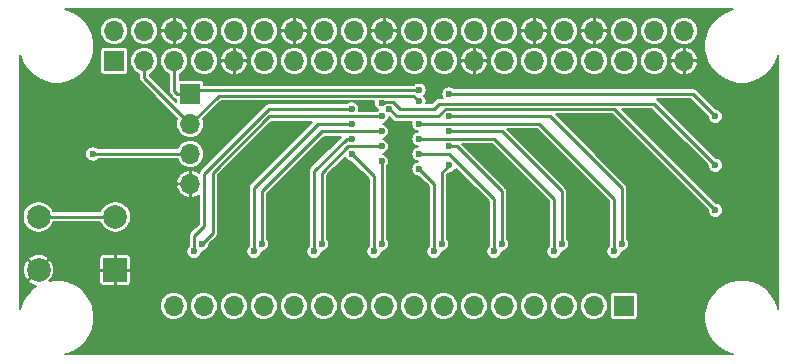
<source format=gbl>
G04 #@! TF.GenerationSoftware,KiCad,Pcbnew,(5.1.4)-1*
G04 #@! TF.CreationDate,2019-09-29T17:38:09-04:00*
G04 #@! TF.ProjectId,haptic-uhat,68617074-6963-42d7-9568-61742e6b6963,rev?*
G04 #@! TF.SameCoordinates,Original*
G04 #@! TF.FileFunction,Copper,L2,Bot*
G04 #@! TF.FilePolarity,Positive*
%FSLAX46Y46*%
G04 Gerber Fmt 4.6, Leading zero omitted, Abs format (unit mm)*
G04 Created by KiCad (PCBNEW (5.1.4)-1) date 2019-09-29 17:38:09*
%MOMM*%
%LPD*%
G04 APERTURE LIST*
%ADD10R,1.700000X1.700000*%
%ADD11O,1.700000X1.700000*%
%ADD12R,2.000000X2.000000*%
%ADD13C,2.000000*%
%ADD14C,0.600000*%
%ADD15C,0.250000*%
%ADD16C,0.180000*%
G04 APERTURE END LIST*
D10*
X20870000Y-29270000D03*
D11*
X20870000Y-26730000D03*
X23410000Y-29270000D03*
X23410000Y-26730000D03*
X25950000Y-29270000D03*
X25950000Y-26730000D03*
X28490000Y-29270000D03*
X28490000Y-26730000D03*
X31030000Y-29270000D03*
X31030000Y-26730000D03*
X33570000Y-29270000D03*
X33570000Y-26730000D03*
X36110000Y-29270000D03*
X36110000Y-26730000D03*
X38650000Y-29270000D03*
X38650000Y-26730000D03*
X41190000Y-29270000D03*
X41190000Y-26730000D03*
X43730000Y-29270000D03*
X43730000Y-26730000D03*
X46270000Y-29270000D03*
X46270000Y-26730000D03*
X48810000Y-29270000D03*
X48810000Y-26730000D03*
X51350000Y-29270000D03*
X51350000Y-26730000D03*
X53890000Y-29270000D03*
X53890000Y-26730000D03*
X56430000Y-29270000D03*
X56430000Y-26730000D03*
X58970000Y-29270000D03*
X58970000Y-26730000D03*
X61510000Y-29270000D03*
X61510000Y-26730000D03*
X64050000Y-29270000D03*
X64050000Y-26730000D03*
X66590000Y-29270000D03*
X66590000Y-26730000D03*
X69130000Y-29270000D03*
X69130000Y-26730000D03*
D10*
X64000000Y-50000000D03*
D11*
X61460000Y-50000000D03*
X58920000Y-50000000D03*
X56380000Y-50000000D03*
X53840000Y-50000000D03*
X51300000Y-50000000D03*
X48760000Y-50000000D03*
X46220000Y-50000000D03*
X43680000Y-50000000D03*
X41140000Y-50000000D03*
X38600000Y-50000000D03*
X36060000Y-50000000D03*
X33520000Y-50000000D03*
X30980000Y-50000000D03*
X28440000Y-50000000D03*
X25900000Y-50000000D03*
D10*
X27305000Y-32067500D03*
D11*
X27305000Y-34607500D03*
X27305000Y-37147500D03*
X27305000Y-39687500D03*
D12*
X20953800Y-46979400D03*
D13*
X14453800Y-46979400D03*
X20953800Y-42479400D03*
X14453800Y-42479400D03*
D14*
X27305000Y-50800000D03*
X32385000Y-50800000D03*
X37465000Y-50800000D03*
X42545000Y-50800000D03*
X47625000Y-50800000D03*
X52705000Y-50800000D03*
X57785000Y-50800000D03*
X62649998Y-50800000D03*
X55245000Y-45720000D03*
X60325000Y-45720000D03*
X50165000Y-45720000D03*
X45085000Y-45720000D03*
X40005000Y-45720000D03*
X34925000Y-45720000D03*
X29845000Y-45720000D03*
X65405000Y-45720000D03*
X16510000Y-36830000D03*
X13970000Y-36830000D03*
X24130000Y-34290000D03*
X46672500Y-32702500D03*
X46672500Y-31750000D03*
X19050000Y-37147500D03*
X44132500Y-33337500D03*
X71755000Y-41910000D03*
X43497500Y-32825010D03*
X71755000Y-38100000D03*
X49212500Y-32067500D03*
X71755000Y-33972500D03*
X40957500Y-33337500D03*
X27622500Y-45402500D03*
X43497500Y-33972500D03*
X28257500Y-44767500D03*
X43497500Y-35242500D03*
X33337500Y-44767500D03*
X40957500Y-34607500D03*
X32702500Y-45402500D03*
X43497500Y-36512500D03*
X38417500Y-44767500D03*
X40957500Y-35877500D03*
X37782500Y-45402500D03*
X40957500Y-37147500D03*
X42862500Y-45402500D03*
X43497500Y-37782500D03*
X43497500Y-44767500D03*
X49212500Y-38100000D03*
X48577500Y-44767500D03*
X46672500Y-38417500D03*
X47942500Y-45402500D03*
X49212500Y-36512500D03*
X53657500Y-44767500D03*
X46672500Y-37147500D03*
X53022500Y-45402500D03*
X46672500Y-35877500D03*
X58102500Y-45402500D03*
X49212500Y-35242500D03*
X58737500Y-44767500D03*
X46672500Y-34607500D03*
X63182500Y-45402500D03*
X49212500Y-33972500D03*
X63817500Y-44767500D03*
D15*
X27622500Y-39687500D02*
X27622500Y-40003590D01*
X46672500Y-32702500D02*
X46170010Y-32200010D01*
X29712490Y-32200010D02*
X27305000Y-34607500D01*
X46170010Y-32200010D02*
X29712490Y-32200010D01*
X23410000Y-30712500D02*
X27305000Y-34607500D01*
X23410000Y-29270000D02*
X23410000Y-30712500D01*
X27622500Y-31750000D02*
X27305000Y-32067500D01*
X46672500Y-31750000D02*
X27622500Y-31750000D01*
X26205000Y-32067500D02*
X27305000Y-32067500D01*
X25950000Y-31812500D02*
X26205000Y-32067500D01*
X25950000Y-29270000D02*
X25950000Y-31812500D01*
X27305000Y-37147500D02*
X19050000Y-37147500D01*
X44132500Y-33337500D02*
X44767500Y-33972500D01*
X48287498Y-33972500D02*
X48922498Y-33337500D01*
X44767500Y-33972500D02*
X48287498Y-33972500D01*
X48922498Y-33337500D02*
X63182500Y-33337500D01*
X63182500Y-33337500D02*
X71755000Y-41910000D01*
X43832499Y-32712499D02*
X44459999Y-32712499D01*
X43497500Y-32825010D02*
X43719988Y-32825010D01*
X43719988Y-32825010D02*
X43832499Y-32712499D01*
X45075001Y-33327501D02*
X47952499Y-33327501D01*
X44459999Y-32712499D02*
X45075001Y-33327501D01*
X66542491Y-32887491D02*
X71755000Y-38100000D01*
X47952499Y-33327501D02*
X48392509Y-32887491D01*
X48392509Y-32887491D02*
X66542491Y-32887491D01*
X49212500Y-32067500D02*
X69850000Y-32067500D01*
X69850000Y-32067500D02*
X71755000Y-33972500D01*
X40957500Y-33337500D02*
X33972500Y-33337500D01*
X28480001Y-38827179D02*
X28480001Y-43274999D01*
X33784689Y-33522491D02*
X28480001Y-38827179D01*
X33972500Y-33337500D02*
X33787510Y-33522490D01*
X33787510Y-33522490D02*
X33784689Y-33522491D01*
X27622500Y-44132500D02*
X27622500Y-45402500D01*
X28480001Y-43274999D02*
X27622500Y-44132500D01*
X29210000Y-43815000D02*
X28257500Y-44767500D01*
X29210000Y-38733590D02*
X29210000Y-43815000D01*
X43497500Y-33972500D02*
X33971090Y-33972500D01*
X33971090Y-33972500D02*
X29210000Y-38733590D01*
X43497500Y-35242500D02*
X38417500Y-35242500D01*
X38417500Y-35242500D02*
X33337500Y-40322500D01*
X33337500Y-40322500D02*
X33337500Y-44767500D01*
X40957500Y-34607500D02*
X38100000Y-34607500D01*
X38100000Y-34607500D02*
X32702500Y-40005000D01*
X32702500Y-40005000D02*
X32702500Y-45402500D01*
X38417500Y-38762498D02*
X38417500Y-44767500D01*
X43497500Y-36512500D02*
X40667498Y-36512500D01*
X40667498Y-36512500D02*
X38417500Y-38762498D01*
X37782500Y-38628236D02*
X37782500Y-45402500D01*
X40957500Y-35877500D02*
X40533236Y-35877500D01*
X40533236Y-35877500D02*
X37782500Y-38628236D01*
X40957500Y-37147500D02*
X42862500Y-39052500D01*
X42862500Y-39052500D02*
X42862500Y-45402500D01*
X43497500Y-37782500D02*
X43497500Y-44767500D01*
X49212500Y-38100000D02*
X48577500Y-38735000D01*
X48577500Y-38735000D02*
X48577500Y-44767500D01*
X46672500Y-38417500D02*
X47942500Y-39687500D01*
X47942500Y-39687500D02*
X47942500Y-45402500D01*
X49212500Y-36512500D02*
X49847500Y-36512500D01*
X49847500Y-36512500D02*
X53657500Y-40322500D01*
X53657500Y-40322500D02*
X53657500Y-44767500D01*
X46672500Y-37147500D02*
X49212500Y-37147500D01*
X49212500Y-37147500D02*
X53022500Y-40957500D01*
X53022500Y-40957500D02*
X53022500Y-45402500D01*
X46672500Y-35877500D02*
X53022500Y-35877500D01*
X53022500Y-35877500D02*
X58102500Y-40957500D01*
X58102500Y-40957500D02*
X58102500Y-45402500D01*
X49212500Y-35242500D02*
X53657500Y-35242500D01*
X53657500Y-35242500D02*
X58737500Y-40322500D01*
X58737500Y-40322500D02*
X58737500Y-44767500D01*
X46672500Y-34607500D02*
X56832500Y-34607500D01*
X56832500Y-34607500D02*
X63182500Y-40957500D01*
X63182500Y-40957500D02*
X63182500Y-45402500D01*
X49212500Y-33972500D02*
X57785000Y-33972500D01*
X57785000Y-33972500D02*
X63817500Y-40005000D01*
X63817500Y-40005000D02*
X63817500Y-44767500D01*
X15868013Y-42479400D02*
X20953800Y-42479400D01*
X14453800Y-42479400D02*
X15868013Y-42479400D01*
D16*
G36*
X73069511Y-24932590D02*
G01*
X72488968Y-25173059D01*
X71966494Y-25522165D01*
X71522165Y-25966494D01*
X71173059Y-26488968D01*
X70932590Y-27069511D01*
X70810000Y-27685812D01*
X70810000Y-28314188D01*
X70932590Y-28930489D01*
X71173059Y-29511032D01*
X71522165Y-30033506D01*
X71966494Y-30477835D01*
X72488968Y-30826941D01*
X73069511Y-31067410D01*
X73685812Y-31190000D01*
X74314188Y-31190000D01*
X74930489Y-31067410D01*
X75511032Y-30826941D01*
X76033506Y-30477835D01*
X76477835Y-30033506D01*
X76826941Y-29511032D01*
X77067410Y-28930489D01*
X77106000Y-28736484D01*
X77106001Y-50263521D01*
X77067410Y-50069511D01*
X76826941Y-49488968D01*
X76477835Y-48966494D01*
X76033506Y-48522165D01*
X75511032Y-48173059D01*
X74930489Y-47932590D01*
X74314188Y-47810000D01*
X73685812Y-47810000D01*
X73069511Y-47932590D01*
X72488968Y-48173059D01*
X71966494Y-48522165D01*
X71522165Y-48966494D01*
X71173059Y-49488968D01*
X70932590Y-50069511D01*
X70810000Y-50685812D01*
X70810000Y-51314188D01*
X70932590Y-51930489D01*
X71173059Y-52511032D01*
X71522165Y-53033506D01*
X71966494Y-53477835D01*
X72488968Y-53826941D01*
X73069511Y-54067410D01*
X73263516Y-54106000D01*
X16736484Y-54106000D01*
X16930489Y-54067410D01*
X17511032Y-53826941D01*
X18033506Y-53477835D01*
X18477835Y-53033506D01*
X18826941Y-52511032D01*
X19067410Y-51930489D01*
X19190000Y-51314188D01*
X19190000Y-50685812D01*
X19067410Y-50069511D01*
X19038618Y-50000000D01*
X24700223Y-50000000D01*
X24723276Y-50234065D01*
X24791551Y-50459135D01*
X24902422Y-50666560D01*
X25051630Y-50848370D01*
X25233440Y-50997578D01*
X25440865Y-51108449D01*
X25665935Y-51176724D01*
X25841344Y-51194000D01*
X25958656Y-51194000D01*
X26134065Y-51176724D01*
X26359135Y-51108449D01*
X26566560Y-50997578D01*
X26748370Y-50848370D01*
X26897578Y-50666560D01*
X27008449Y-50459135D01*
X27076724Y-50234065D01*
X27099777Y-50000000D01*
X27240223Y-50000000D01*
X27263276Y-50234065D01*
X27331551Y-50459135D01*
X27442422Y-50666560D01*
X27591630Y-50848370D01*
X27773440Y-50997578D01*
X27980865Y-51108449D01*
X28205935Y-51176724D01*
X28381344Y-51194000D01*
X28498656Y-51194000D01*
X28674065Y-51176724D01*
X28899135Y-51108449D01*
X29106560Y-50997578D01*
X29288370Y-50848370D01*
X29437578Y-50666560D01*
X29548449Y-50459135D01*
X29616724Y-50234065D01*
X29639777Y-50000000D01*
X29780223Y-50000000D01*
X29803276Y-50234065D01*
X29871551Y-50459135D01*
X29982422Y-50666560D01*
X30131630Y-50848370D01*
X30313440Y-50997578D01*
X30520865Y-51108449D01*
X30745935Y-51176724D01*
X30921344Y-51194000D01*
X31038656Y-51194000D01*
X31214065Y-51176724D01*
X31439135Y-51108449D01*
X31646560Y-50997578D01*
X31828370Y-50848370D01*
X31977578Y-50666560D01*
X32088449Y-50459135D01*
X32156724Y-50234065D01*
X32179777Y-50000000D01*
X32320223Y-50000000D01*
X32343276Y-50234065D01*
X32411551Y-50459135D01*
X32522422Y-50666560D01*
X32671630Y-50848370D01*
X32853440Y-50997578D01*
X33060865Y-51108449D01*
X33285935Y-51176724D01*
X33461344Y-51194000D01*
X33578656Y-51194000D01*
X33754065Y-51176724D01*
X33979135Y-51108449D01*
X34186560Y-50997578D01*
X34368370Y-50848370D01*
X34517578Y-50666560D01*
X34628449Y-50459135D01*
X34696724Y-50234065D01*
X34719777Y-50000000D01*
X34860223Y-50000000D01*
X34883276Y-50234065D01*
X34951551Y-50459135D01*
X35062422Y-50666560D01*
X35211630Y-50848370D01*
X35393440Y-50997578D01*
X35600865Y-51108449D01*
X35825935Y-51176724D01*
X36001344Y-51194000D01*
X36118656Y-51194000D01*
X36294065Y-51176724D01*
X36519135Y-51108449D01*
X36726560Y-50997578D01*
X36908370Y-50848370D01*
X37057578Y-50666560D01*
X37168449Y-50459135D01*
X37236724Y-50234065D01*
X37259777Y-50000000D01*
X37400223Y-50000000D01*
X37423276Y-50234065D01*
X37491551Y-50459135D01*
X37602422Y-50666560D01*
X37751630Y-50848370D01*
X37933440Y-50997578D01*
X38140865Y-51108449D01*
X38365935Y-51176724D01*
X38541344Y-51194000D01*
X38658656Y-51194000D01*
X38834065Y-51176724D01*
X39059135Y-51108449D01*
X39266560Y-50997578D01*
X39448370Y-50848370D01*
X39597578Y-50666560D01*
X39708449Y-50459135D01*
X39776724Y-50234065D01*
X39799777Y-50000000D01*
X39940223Y-50000000D01*
X39963276Y-50234065D01*
X40031551Y-50459135D01*
X40142422Y-50666560D01*
X40291630Y-50848370D01*
X40473440Y-50997578D01*
X40680865Y-51108449D01*
X40905935Y-51176724D01*
X41081344Y-51194000D01*
X41198656Y-51194000D01*
X41374065Y-51176724D01*
X41599135Y-51108449D01*
X41806560Y-50997578D01*
X41988370Y-50848370D01*
X42137578Y-50666560D01*
X42248449Y-50459135D01*
X42316724Y-50234065D01*
X42339777Y-50000000D01*
X42480223Y-50000000D01*
X42503276Y-50234065D01*
X42571551Y-50459135D01*
X42682422Y-50666560D01*
X42831630Y-50848370D01*
X43013440Y-50997578D01*
X43220865Y-51108449D01*
X43445935Y-51176724D01*
X43621344Y-51194000D01*
X43738656Y-51194000D01*
X43914065Y-51176724D01*
X44139135Y-51108449D01*
X44346560Y-50997578D01*
X44528370Y-50848370D01*
X44677578Y-50666560D01*
X44788449Y-50459135D01*
X44856724Y-50234065D01*
X44879777Y-50000000D01*
X45020223Y-50000000D01*
X45043276Y-50234065D01*
X45111551Y-50459135D01*
X45222422Y-50666560D01*
X45371630Y-50848370D01*
X45553440Y-50997578D01*
X45760865Y-51108449D01*
X45985935Y-51176724D01*
X46161344Y-51194000D01*
X46278656Y-51194000D01*
X46454065Y-51176724D01*
X46679135Y-51108449D01*
X46886560Y-50997578D01*
X47068370Y-50848370D01*
X47217578Y-50666560D01*
X47328449Y-50459135D01*
X47396724Y-50234065D01*
X47419777Y-50000000D01*
X47560223Y-50000000D01*
X47583276Y-50234065D01*
X47651551Y-50459135D01*
X47762422Y-50666560D01*
X47911630Y-50848370D01*
X48093440Y-50997578D01*
X48300865Y-51108449D01*
X48525935Y-51176724D01*
X48701344Y-51194000D01*
X48818656Y-51194000D01*
X48994065Y-51176724D01*
X49219135Y-51108449D01*
X49426560Y-50997578D01*
X49608370Y-50848370D01*
X49757578Y-50666560D01*
X49868449Y-50459135D01*
X49936724Y-50234065D01*
X49959777Y-50000000D01*
X50100223Y-50000000D01*
X50123276Y-50234065D01*
X50191551Y-50459135D01*
X50302422Y-50666560D01*
X50451630Y-50848370D01*
X50633440Y-50997578D01*
X50840865Y-51108449D01*
X51065935Y-51176724D01*
X51241344Y-51194000D01*
X51358656Y-51194000D01*
X51534065Y-51176724D01*
X51759135Y-51108449D01*
X51966560Y-50997578D01*
X52148370Y-50848370D01*
X52297578Y-50666560D01*
X52408449Y-50459135D01*
X52476724Y-50234065D01*
X52499777Y-50000000D01*
X52640223Y-50000000D01*
X52663276Y-50234065D01*
X52731551Y-50459135D01*
X52842422Y-50666560D01*
X52991630Y-50848370D01*
X53173440Y-50997578D01*
X53380865Y-51108449D01*
X53605935Y-51176724D01*
X53781344Y-51194000D01*
X53898656Y-51194000D01*
X54074065Y-51176724D01*
X54299135Y-51108449D01*
X54506560Y-50997578D01*
X54688370Y-50848370D01*
X54837578Y-50666560D01*
X54948449Y-50459135D01*
X55016724Y-50234065D01*
X55039777Y-50000000D01*
X55180223Y-50000000D01*
X55203276Y-50234065D01*
X55271551Y-50459135D01*
X55382422Y-50666560D01*
X55531630Y-50848370D01*
X55713440Y-50997578D01*
X55920865Y-51108449D01*
X56145935Y-51176724D01*
X56321344Y-51194000D01*
X56438656Y-51194000D01*
X56614065Y-51176724D01*
X56839135Y-51108449D01*
X57046560Y-50997578D01*
X57228370Y-50848370D01*
X57377578Y-50666560D01*
X57488449Y-50459135D01*
X57556724Y-50234065D01*
X57579777Y-50000000D01*
X57720223Y-50000000D01*
X57743276Y-50234065D01*
X57811551Y-50459135D01*
X57922422Y-50666560D01*
X58071630Y-50848370D01*
X58253440Y-50997578D01*
X58460865Y-51108449D01*
X58685935Y-51176724D01*
X58861344Y-51194000D01*
X58978656Y-51194000D01*
X59154065Y-51176724D01*
X59379135Y-51108449D01*
X59586560Y-50997578D01*
X59768370Y-50848370D01*
X59917578Y-50666560D01*
X60028449Y-50459135D01*
X60096724Y-50234065D01*
X60119777Y-50000000D01*
X60260223Y-50000000D01*
X60283276Y-50234065D01*
X60351551Y-50459135D01*
X60462422Y-50666560D01*
X60611630Y-50848370D01*
X60793440Y-50997578D01*
X61000865Y-51108449D01*
X61225935Y-51176724D01*
X61401344Y-51194000D01*
X61518656Y-51194000D01*
X61694065Y-51176724D01*
X61919135Y-51108449D01*
X62126560Y-50997578D01*
X62308370Y-50848370D01*
X62457578Y-50666560D01*
X62568449Y-50459135D01*
X62636724Y-50234065D01*
X62659777Y-50000000D01*
X62636724Y-49765935D01*
X62568449Y-49540865D01*
X62457578Y-49333440D01*
X62308370Y-49151630D01*
X62306384Y-49150000D01*
X62804336Y-49150000D01*
X62804336Y-50850000D01*
X62810978Y-50917436D01*
X62830648Y-50982280D01*
X62862591Y-51042041D01*
X62905579Y-51094421D01*
X62957959Y-51137409D01*
X63017720Y-51169352D01*
X63082564Y-51189022D01*
X63150000Y-51195664D01*
X64850000Y-51195664D01*
X64917436Y-51189022D01*
X64982280Y-51169352D01*
X65042041Y-51137409D01*
X65094421Y-51094421D01*
X65137409Y-51042041D01*
X65169352Y-50982280D01*
X65189022Y-50917436D01*
X65195664Y-50850000D01*
X65195664Y-49150000D01*
X65189022Y-49082564D01*
X65169352Y-49017720D01*
X65137409Y-48957959D01*
X65094421Y-48905579D01*
X65042041Y-48862591D01*
X64982280Y-48830648D01*
X64917436Y-48810978D01*
X64850000Y-48804336D01*
X63150000Y-48804336D01*
X63082564Y-48810978D01*
X63017720Y-48830648D01*
X62957959Y-48862591D01*
X62905579Y-48905579D01*
X62862591Y-48957959D01*
X62830648Y-49017720D01*
X62810978Y-49082564D01*
X62804336Y-49150000D01*
X62306384Y-49150000D01*
X62126560Y-49002422D01*
X61919135Y-48891551D01*
X61694065Y-48823276D01*
X61518656Y-48806000D01*
X61401344Y-48806000D01*
X61225935Y-48823276D01*
X61000865Y-48891551D01*
X60793440Y-49002422D01*
X60611630Y-49151630D01*
X60462422Y-49333440D01*
X60351551Y-49540865D01*
X60283276Y-49765935D01*
X60260223Y-50000000D01*
X60119777Y-50000000D01*
X60096724Y-49765935D01*
X60028449Y-49540865D01*
X59917578Y-49333440D01*
X59768370Y-49151630D01*
X59586560Y-49002422D01*
X59379135Y-48891551D01*
X59154065Y-48823276D01*
X58978656Y-48806000D01*
X58861344Y-48806000D01*
X58685935Y-48823276D01*
X58460865Y-48891551D01*
X58253440Y-49002422D01*
X58071630Y-49151630D01*
X57922422Y-49333440D01*
X57811551Y-49540865D01*
X57743276Y-49765935D01*
X57720223Y-50000000D01*
X57579777Y-50000000D01*
X57556724Y-49765935D01*
X57488449Y-49540865D01*
X57377578Y-49333440D01*
X57228370Y-49151630D01*
X57046560Y-49002422D01*
X56839135Y-48891551D01*
X56614065Y-48823276D01*
X56438656Y-48806000D01*
X56321344Y-48806000D01*
X56145935Y-48823276D01*
X55920865Y-48891551D01*
X55713440Y-49002422D01*
X55531630Y-49151630D01*
X55382422Y-49333440D01*
X55271551Y-49540865D01*
X55203276Y-49765935D01*
X55180223Y-50000000D01*
X55039777Y-50000000D01*
X55016724Y-49765935D01*
X54948449Y-49540865D01*
X54837578Y-49333440D01*
X54688370Y-49151630D01*
X54506560Y-49002422D01*
X54299135Y-48891551D01*
X54074065Y-48823276D01*
X53898656Y-48806000D01*
X53781344Y-48806000D01*
X53605935Y-48823276D01*
X53380865Y-48891551D01*
X53173440Y-49002422D01*
X52991630Y-49151630D01*
X52842422Y-49333440D01*
X52731551Y-49540865D01*
X52663276Y-49765935D01*
X52640223Y-50000000D01*
X52499777Y-50000000D01*
X52476724Y-49765935D01*
X52408449Y-49540865D01*
X52297578Y-49333440D01*
X52148370Y-49151630D01*
X51966560Y-49002422D01*
X51759135Y-48891551D01*
X51534065Y-48823276D01*
X51358656Y-48806000D01*
X51241344Y-48806000D01*
X51065935Y-48823276D01*
X50840865Y-48891551D01*
X50633440Y-49002422D01*
X50451630Y-49151630D01*
X50302422Y-49333440D01*
X50191551Y-49540865D01*
X50123276Y-49765935D01*
X50100223Y-50000000D01*
X49959777Y-50000000D01*
X49936724Y-49765935D01*
X49868449Y-49540865D01*
X49757578Y-49333440D01*
X49608370Y-49151630D01*
X49426560Y-49002422D01*
X49219135Y-48891551D01*
X48994065Y-48823276D01*
X48818656Y-48806000D01*
X48701344Y-48806000D01*
X48525935Y-48823276D01*
X48300865Y-48891551D01*
X48093440Y-49002422D01*
X47911630Y-49151630D01*
X47762422Y-49333440D01*
X47651551Y-49540865D01*
X47583276Y-49765935D01*
X47560223Y-50000000D01*
X47419777Y-50000000D01*
X47396724Y-49765935D01*
X47328449Y-49540865D01*
X47217578Y-49333440D01*
X47068370Y-49151630D01*
X46886560Y-49002422D01*
X46679135Y-48891551D01*
X46454065Y-48823276D01*
X46278656Y-48806000D01*
X46161344Y-48806000D01*
X45985935Y-48823276D01*
X45760865Y-48891551D01*
X45553440Y-49002422D01*
X45371630Y-49151630D01*
X45222422Y-49333440D01*
X45111551Y-49540865D01*
X45043276Y-49765935D01*
X45020223Y-50000000D01*
X44879777Y-50000000D01*
X44856724Y-49765935D01*
X44788449Y-49540865D01*
X44677578Y-49333440D01*
X44528370Y-49151630D01*
X44346560Y-49002422D01*
X44139135Y-48891551D01*
X43914065Y-48823276D01*
X43738656Y-48806000D01*
X43621344Y-48806000D01*
X43445935Y-48823276D01*
X43220865Y-48891551D01*
X43013440Y-49002422D01*
X42831630Y-49151630D01*
X42682422Y-49333440D01*
X42571551Y-49540865D01*
X42503276Y-49765935D01*
X42480223Y-50000000D01*
X42339777Y-50000000D01*
X42316724Y-49765935D01*
X42248449Y-49540865D01*
X42137578Y-49333440D01*
X41988370Y-49151630D01*
X41806560Y-49002422D01*
X41599135Y-48891551D01*
X41374065Y-48823276D01*
X41198656Y-48806000D01*
X41081344Y-48806000D01*
X40905935Y-48823276D01*
X40680865Y-48891551D01*
X40473440Y-49002422D01*
X40291630Y-49151630D01*
X40142422Y-49333440D01*
X40031551Y-49540865D01*
X39963276Y-49765935D01*
X39940223Y-50000000D01*
X39799777Y-50000000D01*
X39776724Y-49765935D01*
X39708449Y-49540865D01*
X39597578Y-49333440D01*
X39448370Y-49151630D01*
X39266560Y-49002422D01*
X39059135Y-48891551D01*
X38834065Y-48823276D01*
X38658656Y-48806000D01*
X38541344Y-48806000D01*
X38365935Y-48823276D01*
X38140865Y-48891551D01*
X37933440Y-49002422D01*
X37751630Y-49151630D01*
X37602422Y-49333440D01*
X37491551Y-49540865D01*
X37423276Y-49765935D01*
X37400223Y-50000000D01*
X37259777Y-50000000D01*
X37236724Y-49765935D01*
X37168449Y-49540865D01*
X37057578Y-49333440D01*
X36908370Y-49151630D01*
X36726560Y-49002422D01*
X36519135Y-48891551D01*
X36294065Y-48823276D01*
X36118656Y-48806000D01*
X36001344Y-48806000D01*
X35825935Y-48823276D01*
X35600865Y-48891551D01*
X35393440Y-49002422D01*
X35211630Y-49151630D01*
X35062422Y-49333440D01*
X34951551Y-49540865D01*
X34883276Y-49765935D01*
X34860223Y-50000000D01*
X34719777Y-50000000D01*
X34696724Y-49765935D01*
X34628449Y-49540865D01*
X34517578Y-49333440D01*
X34368370Y-49151630D01*
X34186560Y-49002422D01*
X33979135Y-48891551D01*
X33754065Y-48823276D01*
X33578656Y-48806000D01*
X33461344Y-48806000D01*
X33285935Y-48823276D01*
X33060865Y-48891551D01*
X32853440Y-49002422D01*
X32671630Y-49151630D01*
X32522422Y-49333440D01*
X32411551Y-49540865D01*
X32343276Y-49765935D01*
X32320223Y-50000000D01*
X32179777Y-50000000D01*
X32156724Y-49765935D01*
X32088449Y-49540865D01*
X31977578Y-49333440D01*
X31828370Y-49151630D01*
X31646560Y-49002422D01*
X31439135Y-48891551D01*
X31214065Y-48823276D01*
X31038656Y-48806000D01*
X30921344Y-48806000D01*
X30745935Y-48823276D01*
X30520865Y-48891551D01*
X30313440Y-49002422D01*
X30131630Y-49151630D01*
X29982422Y-49333440D01*
X29871551Y-49540865D01*
X29803276Y-49765935D01*
X29780223Y-50000000D01*
X29639777Y-50000000D01*
X29616724Y-49765935D01*
X29548449Y-49540865D01*
X29437578Y-49333440D01*
X29288370Y-49151630D01*
X29106560Y-49002422D01*
X28899135Y-48891551D01*
X28674065Y-48823276D01*
X28498656Y-48806000D01*
X28381344Y-48806000D01*
X28205935Y-48823276D01*
X27980865Y-48891551D01*
X27773440Y-49002422D01*
X27591630Y-49151630D01*
X27442422Y-49333440D01*
X27331551Y-49540865D01*
X27263276Y-49765935D01*
X27240223Y-50000000D01*
X27099777Y-50000000D01*
X27076724Y-49765935D01*
X27008449Y-49540865D01*
X26897578Y-49333440D01*
X26748370Y-49151630D01*
X26566560Y-49002422D01*
X26359135Y-48891551D01*
X26134065Y-48823276D01*
X25958656Y-48806000D01*
X25841344Y-48806000D01*
X25665935Y-48823276D01*
X25440865Y-48891551D01*
X25233440Y-49002422D01*
X25051630Y-49151630D01*
X24902422Y-49333440D01*
X24791551Y-49540865D01*
X24723276Y-49765935D01*
X24700223Y-50000000D01*
X19038618Y-50000000D01*
X18826941Y-49488968D01*
X18477835Y-48966494D01*
X18033506Y-48522165D01*
X17511032Y-48173059D01*
X17043499Y-47979400D01*
X19608136Y-47979400D01*
X19614778Y-48046836D01*
X19634448Y-48111680D01*
X19666391Y-48171441D01*
X19709379Y-48223821D01*
X19761759Y-48266809D01*
X19821520Y-48298752D01*
X19886364Y-48318422D01*
X19953800Y-48325064D01*
X20830800Y-48323400D01*
X20916800Y-48237400D01*
X20916800Y-47016400D01*
X20990800Y-47016400D01*
X20990800Y-48237400D01*
X21076800Y-48323400D01*
X21953800Y-48325064D01*
X22021236Y-48318422D01*
X22086080Y-48298752D01*
X22145841Y-48266809D01*
X22198221Y-48223821D01*
X22241209Y-48171441D01*
X22273152Y-48111680D01*
X22292822Y-48046836D01*
X22299464Y-47979400D01*
X22297800Y-47102400D01*
X22211800Y-47016400D01*
X20990800Y-47016400D01*
X20916800Y-47016400D01*
X19695800Y-47016400D01*
X19609800Y-47102400D01*
X19608136Y-47979400D01*
X17043499Y-47979400D01*
X16930489Y-47932590D01*
X16314188Y-47810000D01*
X15685812Y-47810000D01*
X15394646Y-47867917D01*
X15373721Y-47846992D01*
X15567717Y-47742974D01*
X15695279Y-47510988D01*
X15775132Y-47258573D01*
X15804208Y-46995429D01*
X15781387Y-46731669D01*
X15707548Y-46477431D01*
X15585529Y-46242482D01*
X15567717Y-46215826D01*
X15373719Y-46111807D01*
X14506126Y-46979400D01*
X14520268Y-46993542D01*
X14467942Y-47045868D01*
X14453800Y-47031726D01*
X13586207Y-47899319D01*
X13690226Y-48093317D01*
X13922212Y-48220879D01*
X14174627Y-48300732D01*
X14280400Y-48312419D01*
X13966494Y-48522165D01*
X13522165Y-48966494D01*
X13173059Y-49488968D01*
X12932590Y-50069511D01*
X12894000Y-50263516D01*
X12894000Y-46963371D01*
X13103392Y-46963371D01*
X13126213Y-47227131D01*
X13200052Y-47481369D01*
X13322071Y-47716318D01*
X13339883Y-47742974D01*
X13533881Y-47846993D01*
X14401474Y-46979400D01*
X13533881Y-46111807D01*
X13339883Y-46215826D01*
X13212321Y-46447812D01*
X13132468Y-46700227D01*
X13103392Y-46963371D01*
X12894000Y-46963371D01*
X12894000Y-46059481D01*
X13586207Y-46059481D01*
X14453800Y-46927074D01*
X15321393Y-46059481D01*
X15278455Y-45979400D01*
X19608136Y-45979400D01*
X19609800Y-46856400D01*
X19695800Y-46942400D01*
X20916800Y-46942400D01*
X20916800Y-45721400D01*
X20990800Y-45721400D01*
X20990800Y-46942400D01*
X22211800Y-46942400D01*
X22297800Y-46856400D01*
X22299464Y-45979400D01*
X22292822Y-45911964D01*
X22273152Y-45847120D01*
X22241209Y-45787359D01*
X22198221Y-45734979D01*
X22145841Y-45691991D01*
X22086080Y-45660048D01*
X22021236Y-45640378D01*
X21953800Y-45633736D01*
X21076800Y-45635400D01*
X20990800Y-45721400D01*
X20916800Y-45721400D01*
X20830800Y-45635400D01*
X19953800Y-45633736D01*
X19886364Y-45640378D01*
X19821520Y-45660048D01*
X19761759Y-45691991D01*
X19709379Y-45734979D01*
X19666391Y-45787359D01*
X19634448Y-45847120D01*
X19614778Y-45911964D01*
X19608136Y-45979400D01*
X15278455Y-45979400D01*
X15217374Y-45865483D01*
X14985388Y-45737921D01*
X14732973Y-45658068D01*
X14469829Y-45628992D01*
X14206069Y-45651813D01*
X13951831Y-45725652D01*
X13716882Y-45847671D01*
X13690226Y-45865483D01*
X13586207Y-46059481D01*
X12894000Y-46059481D01*
X12894000Y-42347028D01*
X13109800Y-42347028D01*
X13109800Y-42611772D01*
X13161449Y-42871430D01*
X13262763Y-43116023D01*
X13409847Y-43336150D01*
X13597050Y-43523353D01*
X13817177Y-43670437D01*
X14061770Y-43771751D01*
X14321428Y-43823400D01*
X14586172Y-43823400D01*
X14845830Y-43771751D01*
X15090423Y-43670437D01*
X15310550Y-43523353D01*
X15497753Y-43336150D01*
X15644837Y-43116023D01*
X15714269Y-42948400D01*
X19693331Y-42948400D01*
X19762763Y-43116023D01*
X19909847Y-43336150D01*
X20097050Y-43523353D01*
X20317177Y-43670437D01*
X20561770Y-43771751D01*
X20821428Y-43823400D01*
X21086172Y-43823400D01*
X21345830Y-43771751D01*
X21590423Y-43670437D01*
X21810550Y-43523353D01*
X21997753Y-43336150D01*
X22144837Y-43116023D01*
X22246151Y-42871430D01*
X22297800Y-42611772D01*
X22297800Y-42347028D01*
X22246151Y-42087370D01*
X22144837Y-41842777D01*
X21997753Y-41622650D01*
X21810550Y-41435447D01*
X21590423Y-41288363D01*
X21345830Y-41187049D01*
X21086172Y-41135400D01*
X20821428Y-41135400D01*
X20561770Y-41187049D01*
X20317177Y-41288363D01*
X20097050Y-41435447D01*
X19909847Y-41622650D01*
X19762763Y-41842777D01*
X19693331Y-42010400D01*
X15714269Y-42010400D01*
X15644837Y-41842777D01*
X15497753Y-41622650D01*
X15310550Y-41435447D01*
X15090423Y-41288363D01*
X14845830Y-41187049D01*
X14586172Y-41135400D01*
X14321428Y-41135400D01*
X14061770Y-41187049D01*
X13817177Y-41288363D01*
X13597050Y-41435447D01*
X13409847Y-41622650D01*
X13262763Y-41842777D01*
X13161449Y-42087370D01*
X13109800Y-42347028D01*
X12894000Y-42347028D01*
X12894000Y-39910738D01*
X26132054Y-39910738D01*
X26135909Y-39930123D01*
X26205706Y-40153539D01*
X26317748Y-40359046D01*
X26467730Y-40538746D01*
X26649888Y-40685733D01*
X26857221Y-40794358D01*
X27081762Y-40860447D01*
X27268000Y-40794928D01*
X27268000Y-39724500D01*
X26197618Y-39724500D01*
X26132054Y-39910738D01*
X12894000Y-39910738D01*
X12894000Y-39464262D01*
X26132054Y-39464262D01*
X26197618Y-39650500D01*
X27268000Y-39650500D01*
X27268000Y-38580072D01*
X27081762Y-38514553D01*
X26857221Y-38580642D01*
X26649888Y-38689267D01*
X26467730Y-38836254D01*
X26317748Y-39015954D01*
X26205706Y-39221461D01*
X26135909Y-39444877D01*
X26132054Y-39464262D01*
X12894000Y-39464262D01*
X12894000Y-37084072D01*
X18406000Y-37084072D01*
X18406000Y-37210928D01*
X18430749Y-37335348D01*
X18479295Y-37452548D01*
X18549773Y-37558026D01*
X18639474Y-37647727D01*
X18744952Y-37718205D01*
X18862152Y-37766751D01*
X18986572Y-37791500D01*
X19113428Y-37791500D01*
X19237848Y-37766751D01*
X19355048Y-37718205D01*
X19460526Y-37647727D01*
X19491753Y-37616500D01*
X26201824Y-37616500D01*
X26307422Y-37814060D01*
X26456630Y-37995870D01*
X26638440Y-38145078D01*
X26845865Y-38255949D01*
X27070935Y-38324224D01*
X27246344Y-38341500D01*
X27363656Y-38341500D01*
X27539065Y-38324224D01*
X27764135Y-38255949D01*
X27971560Y-38145078D01*
X28153370Y-37995870D01*
X28302578Y-37814060D01*
X28413449Y-37606635D01*
X28481724Y-37381565D01*
X28504777Y-37147500D01*
X28481724Y-36913435D01*
X28413449Y-36688365D01*
X28302578Y-36480940D01*
X28153370Y-36299130D01*
X27971560Y-36149922D01*
X27764135Y-36039051D01*
X27539065Y-35970776D01*
X27363656Y-35953500D01*
X27246344Y-35953500D01*
X27070935Y-35970776D01*
X26845865Y-36039051D01*
X26638440Y-36149922D01*
X26456630Y-36299130D01*
X26307422Y-36480940D01*
X26201824Y-36678500D01*
X19491753Y-36678500D01*
X19460526Y-36647273D01*
X19355048Y-36576795D01*
X19237848Y-36528249D01*
X19113428Y-36503500D01*
X18986572Y-36503500D01*
X18862152Y-36528249D01*
X18744952Y-36576795D01*
X18639474Y-36647273D01*
X18549773Y-36736974D01*
X18479295Y-36842452D01*
X18430749Y-36959652D01*
X18406000Y-37084072D01*
X12894000Y-37084072D01*
X12894000Y-28736484D01*
X12932590Y-28930489D01*
X13173059Y-29511032D01*
X13522165Y-30033506D01*
X13966494Y-30477835D01*
X14488968Y-30826941D01*
X15069511Y-31067410D01*
X15685812Y-31190000D01*
X16314188Y-31190000D01*
X16930489Y-31067410D01*
X17511032Y-30826941D01*
X18033506Y-30477835D01*
X18477835Y-30033506D01*
X18826941Y-29511032D01*
X19067410Y-28930489D01*
X19168952Y-28420000D01*
X19674336Y-28420000D01*
X19674336Y-30120000D01*
X19680978Y-30187436D01*
X19700648Y-30252280D01*
X19732591Y-30312041D01*
X19775579Y-30364421D01*
X19827959Y-30407409D01*
X19887720Y-30439352D01*
X19952564Y-30459022D01*
X20020000Y-30465664D01*
X21720000Y-30465664D01*
X21787436Y-30459022D01*
X21852280Y-30439352D01*
X21912041Y-30407409D01*
X21964421Y-30364421D01*
X22007409Y-30312041D01*
X22039352Y-30252280D01*
X22059022Y-30187436D01*
X22065664Y-30120000D01*
X22065664Y-29270000D01*
X22210223Y-29270000D01*
X22233276Y-29504065D01*
X22301551Y-29729135D01*
X22412422Y-29936560D01*
X22561630Y-30118370D01*
X22743440Y-30267578D01*
X22941001Y-30373176D01*
X22941001Y-30689454D01*
X22938731Y-30712500D01*
X22947787Y-30804440D01*
X22974604Y-30892846D01*
X23018154Y-30974323D01*
X23044405Y-31006309D01*
X23076763Y-31045738D01*
X23094663Y-31060428D01*
X26193304Y-34159070D01*
X26128276Y-34373435D01*
X26105223Y-34607500D01*
X26128276Y-34841565D01*
X26196551Y-35066635D01*
X26307422Y-35274060D01*
X26456630Y-35455870D01*
X26638440Y-35605078D01*
X26845865Y-35715949D01*
X27070935Y-35784224D01*
X27246344Y-35801500D01*
X27363656Y-35801500D01*
X27539065Y-35784224D01*
X27764135Y-35715949D01*
X27971560Y-35605078D01*
X28153370Y-35455870D01*
X28302578Y-35274060D01*
X28413449Y-35066635D01*
X28481724Y-34841565D01*
X28504777Y-34607500D01*
X28481724Y-34373435D01*
X28416696Y-34159069D01*
X29906756Y-32669010D01*
X42871914Y-32669010D01*
X42853500Y-32761582D01*
X42853500Y-32888438D01*
X42878249Y-33012858D01*
X42926795Y-33130058D01*
X42997273Y-33235536D01*
X43086974Y-33325237D01*
X43192452Y-33395715D01*
X43199791Y-33398755D01*
X43192452Y-33401795D01*
X43086974Y-33472273D01*
X43055747Y-33503500D01*
X41581097Y-33503500D01*
X41601500Y-33400928D01*
X41601500Y-33274072D01*
X41576751Y-33149652D01*
X41528205Y-33032452D01*
X41457727Y-32926974D01*
X41368026Y-32837273D01*
X41262548Y-32766795D01*
X41145348Y-32718249D01*
X41020928Y-32693500D01*
X40894072Y-32693500D01*
X40769652Y-32718249D01*
X40652452Y-32766795D01*
X40546974Y-32837273D01*
X40515747Y-32868500D01*
X33995535Y-32868500D01*
X33972499Y-32866231D01*
X33949463Y-32868500D01*
X33949462Y-32868500D01*
X33880560Y-32875286D01*
X33792153Y-32902104D01*
X33710677Y-32945654D01*
X33639262Y-33004262D01*
X33624572Y-33022163D01*
X33485078Y-33161657D01*
X33469346Y-33174568D01*
X33469287Y-33174627D01*
X33451333Y-33189372D01*
X33436707Y-33207207D01*
X28164668Y-38479247D01*
X28146763Y-38493941D01*
X28103908Y-38546162D01*
X28088155Y-38565356D01*
X28054545Y-38628236D01*
X28044605Y-38646833D01*
X28017787Y-38735240D01*
X28017735Y-38735764D01*
X27960112Y-38689267D01*
X27752779Y-38580642D01*
X27528238Y-38514553D01*
X27342000Y-38580072D01*
X27342000Y-39650500D01*
X27362000Y-39650500D01*
X27362000Y-39724500D01*
X27342000Y-39724500D01*
X27342000Y-40794928D01*
X27528238Y-40860447D01*
X27752779Y-40794358D01*
X27960112Y-40685733D01*
X28011001Y-40644669D01*
X28011002Y-43080732D01*
X27307167Y-43784568D01*
X27289262Y-43799262D01*
X27246407Y-43851483D01*
X27230654Y-43870677D01*
X27211271Y-43906940D01*
X27187104Y-43952154D01*
X27160286Y-44040561D01*
X27156715Y-44076823D01*
X27151231Y-44132500D01*
X27153500Y-44155536D01*
X27153501Y-44960746D01*
X27122273Y-44991974D01*
X27051795Y-45097452D01*
X27003249Y-45214652D01*
X26978500Y-45339072D01*
X26978500Y-45465928D01*
X27003249Y-45590348D01*
X27051795Y-45707548D01*
X27122273Y-45813026D01*
X27211974Y-45902727D01*
X27317452Y-45973205D01*
X27434652Y-46021751D01*
X27559072Y-46046500D01*
X27685928Y-46046500D01*
X27810348Y-46021751D01*
X27927548Y-45973205D01*
X28033026Y-45902727D01*
X28122727Y-45813026D01*
X28193205Y-45707548D01*
X28241751Y-45590348D01*
X28266500Y-45465928D01*
X28266500Y-45411500D01*
X28320928Y-45411500D01*
X28445348Y-45386751D01*
X28562548Y-45338205D01*
X28668026Y-45267727D01*
X28757727Y-45178026D01*
X28828205Y-45072548D01*
X28876751Y-44955348D01*
X28901500Y-44830928D01*
X28901500Y-44786766D01*
X29525343Y-44162923D01*
X29543238Y-44148238D01*
X29601846Y-44076823D01*
X29645396Y-43995347D01*
X29672214Y-43906940D01*
X29679000Y-43838038D01*
X29679000Y-43838037D01*
X29681269Y-43815001D01*
X29679000Y-43791965D01*
X29679000Y-38927855D01*
X34165356Y-34441500D01*
X37602734Y-34441500D01*
X32387167Y-39657068D01*
X32369262Y-39671762D01*
X32326407Y-39723983D01*
X32310654Y-39743177D01*
X32291272Y-39779439D01*
X32267104Y-39824654D01*
X32240286Y-39913061D01*
X32236715Y-39949323D01*
X32231231Y-40005000D01*
X32233500Y-40028036D01*
X32233501Y-44960746D01*
X32202273Y-44991974D01*
X32131795Y-45097452D01*
X32083249Y-45214652D01*
X32058500Y-45339072D01*
X32058500Y-45465928D01*
X32083249Y-45590348D01*
X32131795Y-45707548D01*
X32202273Y-45813026D01*
X32291974Y-45902727D01*
X32397452Y-45973205D01*
X32514652Y-46021751D01*
X32639072Y-46046500D01*
X32765928Y-46046500D01*
X32890348Y-46021751D01*
X33007548Y-45973205D01*
X33113026Y-45902727D01*
X33202727Y-45813026D01*
X33273205Y-45707548D01*
X33321751Y-45590348D01*
X33346500Y-45465928D01*
X33346500Y-45411500D01*
X33400928Y-45411500D01*
X33525348Y-45386751D01*
X33642548Y-45338205D01*
X33748026Y-45267727D01*
X33837727Y-45178026D01*
X33908205Y-45072548D01*
X33956751Y-44955348D01*
X33981500Y-44830928D01*
X33981500Y-44704072D01*
X33956751Y-44579652D01*
X33908205Y-44462452D01*
X33837727Y-44356974D01*
X33806500Y-44325747D01*
X33806500Y-40516765D01*
X38611766Y-35711500D01*
X40035970Y-35711500D01*
X37467167Y-38280304D01*
X37449262Y-38294998D01*
X37406407Y-38347219D01*
X37390654Y-38366413D01*
X37364501Y-38415343D01*
X37347104Y-38447890D01*
X37320286Y-38536297D01*
X37316842Y-38571269D01*
X37311231Y-38628236D01*
X37313500Y-38651272D01*
X37313501Y-44960746D01*
X37282273Y-44991974D01*
X37211795Y-45097452D01*
X37163249Y-45214652D01*
X37138500Y-45339072D01*
X37138500Y-45465928D01*
X37163249Y-45590348D01*
X37211795Y-45707548D01*
X37282273Y-45813026D01*
X37371974Y-45902727D01*
X37477452Y-45973205D01*
X37594652Y-46021751D01*
X37719072Y-46046500D01*
X37845928Y-46046500D01*
X37970348Y-46021751D01*
X38087548Y-45973205D01*
X38193026Y-45902727D01*
X38282727Y-45813026D01*
X38353205Y-45707548D01*
X38401751Y-45590348D01*
X38426500Y-45465928D01*
X38426500Y-45411500D01*
X38480928Y-45411500D01*
X38605348Y-45386751D01*
X38722548Y-45338205D01*
X38828026Y-45267727D01*
X38917727Y-45178026D01*
X38988205Y-45072548D01*
X39036751Y-44955348D01*
X39061500Y-44830928D01*
X39061500Y-44704072D01*
X39036751Y-44579652D01*
X38988205Y-44462452D01*
X38917727Y-44356974D01*
X38886500Y-44325747D01*
X38886500Y-38956763D01*
X40388365Y-37454898D01*
X40457273Y-37558026D01*
X40546974Y-37647727D01*
X40652452Y-37718205D01*
X40769652Y-37766751D01*
X40894072Y-37791500D01*
X40938235Y-37791500D01*
X42393500Y-39246766D01*
X42393501Y-44960746D01*
X42362273Y-44991974D01*
X42291795Y-45097452D01*
X42243249Y-45214652D01*
X42218500Y-45339072D01*
X42218500Y-45465928D01*
X42243249Y-45590348D01*
X42291795Y-45707548D01*
X42362273Y-45813026D01*
X42451974Y-45902727D01*
X42557452Y-45973205D01*
X42674652Y-46021751D01*
X42799072Y-46046500D01*
X42925928Y-46046500D01*
X43050348Y-46021751D01*
X43167548Y-45973205D01*
X43273026Y-45902727D01*
X43362727Y-45813026D01*
X43433205Y-45707548D01*
X43481751Y-45590348D01*
X43506500Y-45465928D01*
X43506500Y-45411500D01*
X43560928Y-45411500D01*
X43685348Y-45386751D01*
X43802548Y-45338205D01*
X43908026Y-45267727D01*
X43997727Y-45178026D01*
X44068205Y-45072548D01*
X44116751Y-44955348D01*
X44141500Y-44830928D01*
X44141500Y-44704072D01*
X44116751Y-44579652D01*
X44068205Y-44462452D01*
X43997727Y-44356974D01*
X43966500Y-44325747D01*
X43966500Y-38224253D01*
X43997727Y-38193026D01*
X44068205Y-38087548D01*
X44116751Y-37970348D01*
X44141500Y-37845928D01*
X44141500Y-37719072D01*
X44116751Y-37594652D01*
X44068205Y-37477452D01*
X43997727Y-37371974D01*
X43908026Y-37282273D01*
X43802548Y-37211795D01*
X43685348Y-37163249D01*
X43606173Y-37147500D01*
X43685348Y-37131751D01*
X43802548Y-37083205D01*
X43908026Y-37012727D01*
X43997727Y-36923026D01*
X44068205Y-36817548D01*
X44116751Y-36700348D01*
X44141500Y-36575928D01*
X44141500Y-36449072D01*
X44116751Y-36324652D01*
X44068205Y-36207452D01*
X43997727Y-36101974D01*
X43908026Y-36012273D01*
X43802548Y-35941795D01*
X43685348Y-35893249D01*
X43606173Y-35877500D01*
X43685348Y-35861751D01*
X43802548Y-35813205D01*
X43908026Y-35742727D01*
X43997727Y-35653026D01*
X44068205Y-35547548D01*
X44116751Y-35430348D01*
X44141500Y-35305928D01*
X44141500Y-35179072D01*
X44116751Y-35054652D01*
X44068205Y-34937452D01*
X43997727Y-34831974D01*
X43908026Y-34742273D01*
X43802548Y-34671795D01*
X43685348Y-34623249D01*
X43606173Y-34607500D01*
X43685348Y-34591751D01*
X43802548Y-34543205D01*
X43908026Y-34472727D01*
X43997727Y-34383026D01*
X44068205Y-34277548D01*
X44116751Y-34160348D01*
X44141500Y-34035928D01*
X44141500Y-34009766D01*
X44419572Y-34287838D01*
X44434262Y-34305738D01*
X44505677Y-34364346D01*
X44587153Y-34407896D01*
X44675560Y-34434714D01*
X44767500Y-34443769D01*
X44790538Y-34441500D01*
X46048903Y-34441500D01*
X46028500Y-34544072D01*
X46028500Y-34670928D01*
X46053249Y-34795348D01*
X46101795Y-34912548D01*
X46172273Y-35018026D01*
X46261974Y-35107727D01*
X46367452Y-35178205D01*
X46484652Y-35226751D01*
X46563827Y-35242500D01*
X46484652Y-35258249D01*
X46367452Y-35306795D01*
X46261974Y-35377273D01*
X46172273Y-35466974D01*
X46101795Y-35572452D01*
X46053249Y-35689652D01*
X46028500Y-35814072D01*
X46028500Y-35940928D01*
X46053249Y-36065348D01*
X46101795Y-36182548D01*
X46172273Y-36288026D01*
X46261974Y-36377727D01*
X46367452Y-36448205D01*
X46484652Y-36496751D01*
X46563827Y-36512500D01*
X46484652Y-36528249D01*
X46367452Y-36576795D01*
X46261974Y-36647273D01*
X46172273Y-36736974D01*
X46101795Y-36842452D01*
X46053249Y-36959652D01*
X46028500Y-37084072D01*
X46028500Y-37210928D01*
X46053249Y-37335348D01*
X46101795Y-37452548D01*
X46172273Y-37558026D01*
X46261974Y-37647727D01*
X46367452Y-37718205D01*
X46484652Y-37766751D01*
X46563827Y-37782500D01*
X46484652Y-37798249D01*
X46367452Y-37846795D01*
X46261974Y-37917273D01*
X46172273Y-38006974D01*
X46101795Y-38112452D01*
X46053249Y-38229652D01*
X46028500Y-38354072D01*
X46028500Y-38480928D01*
X46053249Y-38605348D01*
X46101795Y-38722548D01*
X46172273Y-38828026D01*
X46261974Y-38917727D01*
X46367452Y-38988205D01*
X46484652Y-39036751D01*
X46609072Y-39061500D01*
X46653235Y-39061500D01*
X47473500Y-39881766D01*
X47473501Y-44960746D01*
X47442273Y-44991974D01*
X47371795Y-45097452D01*
X47323249Y-45214652D01*
X47298500Y-45339072D01*
X47298500Y-45465928D01*
X47323249Y-45590348D01*
X47371795Y-45707548D01*
X47442273Y-45813026D01*
X47531974Y-45902727D01*
X47637452Y-45973205D01*
X47754652Y-46021751D01*
X47879072Y-46046500D01*
X48005928Y-46046500D01*
X48130348Y-46021751D01*
X48247548Y-45973205D01*
X48353026Y-45902727D01*
X48442727Y-45813026D01*
X48513205Y-45707548D01*
X48561751Y-45590348D01*
X48586500Y-45465928D01*
X48586500Y-45411500D01*
X48640928Y-45411500D01*
X48765348Y-45386751D01*
X48882548Y-45338205D01*
X48988026Y-45267727D01*
X49077727Y-45178026D01*
X49148205Y-45072548D01*
X49196751Y-44955348D01*
X49221500Y-44830928D01*
X49221500Y-44704072D01*
X49196751Y-44579652D01*
X49148205Y-44462452D01*
X49077727Y-44356974D01*
X49046500Y-44325747D01*
X49046500Y-38929265D01*
X49231766Y-38744000D01*
X49275928Y-38744000D01*
X49400348Y-38719251D01*
X49517548Y-38670705D01*
X49623026Y-38600227D01*
X49712727Y-38510526D01*
X49783205Y-38405048D01*
X49790111Y-38388376D01*
X52553500Y-41151766D01*
X52553501Y-44960746D01*
X52522273Y-44991974D01*
X52451795Y-45097452D01*
X52403249Y-45214652D01*
X52378500Y-45339072D01*
X52378500Y-45465928D01*
X52403249Y-45590348D01*
X52451795Y-45707548D01*
X52522273Y-45813026D01*
X52611974Y-45902727D01*
X52717452Y-45973205D01*
X52834652Y-46021751D01*
X52959072Y-46046500D01*
X53085928Y-46046500D01*
X53210348Y-46021751D01*
X53327548Y-45973205D01*
X53433026Y-45902727D01*
X53522727Y-45813026D01*
X53593205Y-45707548D01*
X53641751Y-45590348D01*
X53666500Y-45465928D01*
X53666500Y-45411500D01*
X53720928Y-45411500D01*
X53845348Y-45386751D01*
X53962548Y-45338205D01*
X54068026Y-45267727D01*
X54157727Y-45178026D01*
X54228205Y-45072548D01*
X54276751Y-44955348D01*
X54301500Y-44830928D01*
X54301500Y-44704072D01*
X54276751Y-44579652D01*
X54228205Y-44462452D01*
X54157727Y-44356974D01*
X54126500Y-44325747D01*
X54126500Y-40345538D01*
X54128769Y-40322500D01*
X54119714Y-40230560D01*
X54092896Y-40142153D01*
X54049346Y-40060676D01*
X54027803Y-40034426D01*
X53990738Y-39989262D01*
X53972839Y-39974573D01*
X50344765Y-36346500D01*
X52828235Y-36346500D01*
X57633500Y-41151766D01*
X57633501Y-44960746D01*
X57602273Y-44991974D01*
X57531795Y-45097452D01*
X57483249Y-45214652D01*
X57458500Y-45339072D01*
X57458500Y-45465928D01*
X57483249Y-45590348D01*
X57531795Y-45707548D01*
X57602273Y-45813026D01*
X57691974Y-45902727D01*
X57797452Y-45973205D01*
X57914652Y-46021751D01*
X58039072Y-46046500D01*
X58165928Y-46046500D01*
X58290348Y-46021751D01*
X58407548Y-45973205D01*
X58513026Y-45902727D01*
X58602727Y-45813026D01*
X58673205Y-45707548D01*
X58721751Y-45590348D01*
X58746500Y-45465928D01*
X58746500Y-45411500D01*
X58800928Y-45411500D01*
X58925348Y-45386751D01*
X59042548Y-45338205D01*
X59148026Y-45267727D01*
X59237727Y-45178026D01*
X59308205Y-45072548D01*
X59356751Y-44955348D01*
X59381500Y-44830928D01*
X59381500Y-44704072D01*
X59356751Y-44579652D01*
X59308205Y-44462452D01*
X59237727Y-44356974D01*
X59206500Y-44325747D01*
X59206500Y-40345536D01*
X59208769Y-40322500D01*
X59203285Y-40266823D01*
X59199714Y-40230560D01*
X59172896Y-40142153D01*
X59148729Y-40096939D01*
X59129346Y-40060676D01*
X59107803Y-40034426D01*
X59070738Y-39989262D01*
X59052839Y-39974573D01*
X54154765Y-35076500D01*
X56638235Y-35076500D01*
X62713500Y-41151766D01*
X62713501Y-44960746D01*
X62682273Y-44991974D01*
X62611795Y-45097452D01*
X62563249Y-45214652D01*
X62538500Y-45339072D01*
X62538500Y-45465928D01*
X62563249Y-45590348D01*
X62611795Y-45707548D01*
X62682273Y-45813026D01*
X62771974Y-45902727D01*
X62877452Y-45973205D01*
X62994652Y-46021751D01*
X63119072Y-46046500D01*
X63245928Y-46046500D01*
X63370348Y-46021751D01*
X63487548Y-45973205D01*
X63593026Y-45902727D01*
X63682727Y-45813026D01*
X63753205Y-45707548D01*
X63801751Y-45590348D01*
X63826500Y-45465928D01*
X63826500Y-45411500D01*
X63880928Y-45411500D01*
X64005348Y-45386751D01*
X64122548Y-45338205D01*
X64228026Y-45267727D01*
X64317727Y-45178026D01*
X64388205Y-45072548D01*
X64436751Y-44955348D01*
X64461500Y-44830928D01*
X64461500Y-44704072D01*
X64436751Y-44579652D01*
X64388205Y-44462452D01*
X64317727Y-44356974D01*
X64286500Y-44325747D01*
X64286500Y-40028035D01*
X64288769Y-40004999D01*
X64283285Y-39949323D01*
X64279714Y-39913060D01*
X64252896Y-39824653D01*
X64209346Y-39743177D01*
X64150738Y-39671762D01*
X64132839Y-39657073D01*
X58282265Y-33806500D01*
X62988235Y-33806500D01*
X71111000Y-41929266D01*
X71111000Y-41973428D01*
X71135749Y-42097848D01*
X71184295Y-42215048D01*
X71254773Y-42320526D01*
X71344474Y-42410227D01*
X71449952Y-42480705D01*
X71567152Y-42529251D01*
X71691572Y-42554000D01*
X71818428Y-42554000D01*
X71942848Y-42529251D01*
X72060048Y-42480705D01*
X72165526Y-42410227D01*
X72255227Y-42320526D01*
X72325705Y-42215048D01*
X72374251Y-42097848D01*
X72399000Y-41973428D01*
X72399000Y-41846572D01*
X72374251Y-41722152D01*
X72325705Y-41604952D01*
X72255227Y-41499474D01*
X72165526Y-41409773D01*
X72060048Y-41339295D01*
X71942848Y-41290749D01*
X71818428Y-41266000D01*
X71774266Y-41266000D01*
X63864756Y-33356491D01*
X66348226Y-33356491D01*
X71111000Y-38119266D01*
X71111000Y-38163428D01*
X71135749Y-38287848D01*
X71184295Y-38405048D01*
X71254773Y-38510526D01*
X71344474Y-38600227D01*
X71449952Y-38670705D01*
X71567152Y-38719251D01*
X71691572Y-38744000D01*
X71818428Y-38744000D01*
X71942848Y-38719251D01*
X72060048Y-38670705D01*
X72165526Y-38600227D01*
X72255227Y-38510526D01*
X72325705Y-38405048D01*
X72374251Y-38287848D01*
X72399000Y-38163428D01*
X72399000Y-38036572D01*
X72374251Y-37912152D01*
X72325705Y-37794952D01*
X72255227Y-37689474D01*
X72165526Y-37599773D01*
X72060048Y-37529295D01*
X71942848Y-37480749D01*
X71818428Y-37456000D01*
X71774266Y-37456000D01*
X66890423Y-32572158D01*
X66875729Y-32554253D01*
X66854097Y-32536500D01*
X69655735Y-32536500D01*
X71111000Y-33991766D01*
X71111000Y-34035928D01*
X71135749Y-34160348D01*
X71184295Y-34277548D01*
X71254773Y-34383026D01*
X71344474Y-34472727D01*
X71449952Y-34543205D01*
X71567152Y-34591751D01*
X71691572Y-34616500D01*
X71818428Y-34616500D01*
X71942848Y-34591751D01*
X72060048Y-34543205D01*
X72165526Y-34472727D01*
X72255227Y-34383026D01*
X72325705Y-34277548D01*
X72374251Y-34160348D01*
X72399000Y-34035928D01*
X72399000Y-33909072D01*
X72374251Y-33784652D01*
X72325705Y-33667452D01*
X72255227Y-33561974D01*
X72165526Y-33472273D01*
X72060048Y-33401795D01*
X71942848Y-33353249D01*
X71818428Y-33328500D01*
X71774266Y-33328500D01*
X70197932Y-31752167D01*
X70183238Y-31734262D01*
X70111823Y-31675654D01*
X70030347Y-31632104D01*
X69941940Y-31605286D01*
X69873038Y-31598500D01*
X69873036Y-31598500D01*
X69850000Y-31596231D01*
X69826964Y-31598500D01*
X49654253Y-31598500D01*
X49623026Y-31567273D01*
X49517548Y-31496795D01*
X49400348Y-31448249D01*
X49275928Y-31423500D01*
X49149072Y-31423500D01*
X49024652Y-31448249D01*
X48907452Y-31496795D01*
X48801974Y-31567273D01*
X48712273Y-31656974D01*
X48641795Y-31762452D01*
X48593249Y-31879652D01*
X48568500Y-32004072D01*
X48568500Y-32130928D01*
X48593249Y-32255348D01*
X48641795Y-32372548D01*
X48672493Y-32418491D01*
X48415544Y-32418491D01*
X48392508Y-32416222D01*
X48369472Y-32418491D01*
X48369471Y-32418491D01*
X48300569Y-32425277D01*
X48212162Y-32452095D01*
X48130686Y-32495645D01*
X48059271Y-32554253D01*
X48044581Y-32572153D01*
X47758234Y-32858501D01*
X47298086Y-32858501D01*
X47316500Y-32765928D01*
X47316500Y-32639072D01*
X47291751Y-32514652D01*
X47243205Y-32397452D01*
X47172727Y-32291974D01*
X47107003Y-32226250D01*
X47172727Y-32160526D01*
X47243205Y-32055048D01*
X47291751Y-31937848D01*
X47316500Y-31813428D01*
X47316500Y-31686572D01*
X47291751Y-31562152D01*
X47243205Y-31444952D01*
X47172727Y-31339474D01*
X47083026Y-31249773D01*
X46977548Y-31179295D01*
X46860348Y-31130749D01*
X46735928Y-31106000D01*
X46609072Y-31106000D01*
X46484652Y-31130749D01*
X46367452Y-31179295D01*
X46261974Y-31249773D01*
X46230747Y-31281000D01*
X28500664Y-31281000D01*
X28500664Y-31217500D01*
X28494022Y-31150064D01*
X28474352Y-31085220D01*
X28442409Y-31025459D01*
X28399421Y-30973079D01*
X28347041Y-30930091D01*
X28287280Y-30898148D01*
X28222436Y-30878478D01*
X28155000Y-30871836D01*
X26455000Y-30871836D01*
X26419000Y-30875382D01*
X26419000Y-30373176D01*
X26616560Y-30267578D01*
X26798370Y-30118370D01*
X26947578Y-29936560D01*
X27058449Y-29729135D01*
X27126724Y-29504065D01*
X27149777Y-29270000D01*
X27290223Y-29270000D01*
X27313276Y-29504065D01*
X27381551Y-29729135D01*
X27492422Y-29936560D01*
X27641630Y-30118370D01*
X27823440Y-30267578D01*
X28030865Y-30378449D01*
X28255935Y-30446724D01*
X28431344Y-30464000D01*
X28548656Y-30464000D01*
X28724065Y-30446724D01*
X28949135Y-30378449D01*
X29156560Y-30267578D01*
X29338370Y-30118370D01*
X29487578Y-29936560D01*
X29598449Y-29729135D01*
X29666724Y-29504065D01*
X29667790Y-29493238D01*
X29857053Y-29493238D01*
X29923142Y-29717779D01*
X30031767Y-29925112D01*
X30178754Y-30107270D01*
X30358454Y-30257252D01*
X30563961Y-30369294D01*
X30787377Y-30439091D01*
X30806762Y-30442946D01*
X30993000Y-30377382D01*
X30993000Y-29307000D01*
X31067000Y-29307000D01*
X31067000Y-30377382D01*
X31253238Y-30442946D01*
X31272623Y-30439091D01*
X31496039Y-30369294D01*
X31701546Y-30257252D01*
X31881246Y-30107270D01*
X32028233Y-29925112D01*
X32136858Y-29717779D01*
X32202947Y-29493238D01*
X32137428Y-29307000D01*
X31067000Y-29307000D01*
X30993000Y-29307000D01*
X29922572Y-29307000D01*
X29857053Y-29493238D01*
X29667790Y-29493238D01*
X29689777Y-29270000D01*
X32370223Y-29270000D01*
X32393276Y-29504065D01*
X32461551Y-29729135D01*
X32572422Y-29936560D01*
X32721630Y-30118370D01*
X32903440Y-30267578D01*
X33110865Y-30378449D01*
X33335935Y-30446724D01*
X33511344Y-30464000D01*
X33628656Y-30464000D01*
X33804065Y-30446724D01*
X34029135Y-30378449D01*
X34236560Y-30267578D01*
X34418370Y-30118370D01*
X34567578Y-29936560D01*
X34678449Y-29729135D01*
X34746724Y-29504065D01*
X34769777Y-29270000D01*
X34910223Y-29270000D01*
X34933276Y-29504065D01*
X35001551Y-29729135D01*
X35112422Y-29936560D01*
X35261630Y-30118370D01*
X35443440Y-30267578D01*
X35650865Y-30378449D01*
X35875935Y-30446724D01*
X36051344Y-30464000D01*
X36168656Y-30464000D01*
X36344065Y-30446724D01*
X36569135Y-30378449D01*
X36776560Y-30267578D01*
X36958370Y-30118370D01*
X37107578Y-29936560D01*
X37218449Y-29729135D01*
X37286724Y-29504065D01*
X37309777Y-29270000D01*
X37450223Y-29270000D01*
X37473276Y-29504065D01*
X37541551Y-29729135D01*
X37652422Y-29936560D01*
X37801630Y-30118370D01*
X37983440Y-30267578D01*
X38190865Y-30378449D01*
X38415935Y-30446724D01*
X38591344Y-30464000D01*
X38708656Y-30464000D01*
X38884065Y-30446724D01*
X39109135Y-30378449D01*
X39316560Y-30267578D01*
X39498370Y-30118370D01*
X39647578Y-29936560D01*
X39758449Y-29729135D01*
X39826724Y-29504065D01*
X39849777Y-29270000D01*
X39990223Y-29270000D01*
X40013276Y-29504065D01*
X40081551Y-29729135D01*
X40192422Y-29936560D01*
X40341630Y-30118370D01*
X40523440Y-30267578D01*
X40730865Y-30378449D01*
X40955935Y-30446724D01*
X41131344Y-30464000D01*
X41248656Y-30464000D01*
X41424065Y-30446724D01*
X41649135Y-30378449D01*
X41856560Y-30267578D01*
X42038370Y-30118370D01*
X42187578Y-29936560D01*
X42298449Y-29729135D01*
X42366724Y-29504065D01*
X42389777Y-29270000D01*
X42530223Y-29270000D01*
X42553276Y-29504065D01*
X42621551Y-29729135D01*
X42732422Y-29936560D01*
X42881630Y-30118370D01*
X43063440Y-30267578D01*
X43270865Y-30378449D01*
X43495935Y-30446724D01*
X43671344Y-30464000D01*
X43788656Y-30464000D01*
X43964065Y-30446724D01*
X44189135Y-30378449D01*
X44396560Y-30267578D01*
X44578370Y-30118370D01*
X44727578Y-29936560D01*
X44838449Y-29729135D01*
X44906724Y-29504065D01*
X44929777Y-29270000D01*
X45070223Y-29270000D01*
X45093276Y-29504065D01*
X45161551Y-29729135D01*
X45272422Y-29936560D01*
X45421630Y-30118370D01*
X45603440Y-30267578D01*
X45810865Y-30378449D01*
X46035935Y-30446724D01*
X46211344Y-30464000D01*
X46328656Y-30464000D01*
X46504065Y-30446724D01*
X46729135Y-30378449D01*
X46936560Y-30267578D01*
X47118370Y-30118370D01*
X47267578Y-29936560D01*
X47378449Y-29729135D01*
X47446724Y-29504065D01*
X47469777Y-29270000D01*
X47610223Y-29270000D01*
X47633276Y-29504065D01*
X47701551Y-29729135D01*
X47812422Y-29936560D01*
X47961630Y-30118370D01*
X48143440Y-30267578D01*
X48350865Y-30378449D01*
X48575935Y-30446724D01*
X48751344Y-30464000D01*
X48868656Y-30464000D01*
X49044065Y-30446724D01*
X49269135Y-30378449D01*
X49476560Y-30267578D01*
X49658370Y-30118370D01*
X49807578Y-29936560D01*
X49918449Y-29729135D01*
X49986724Y-29504065D01*
X49987790Y-29493238D01*
X50177053Y-29493238D01*
X50243142Y-29717779D01*
X50351767Y-29925112D01*
X50498754Y-30107270D01*
X50678454Y-30257252D01*
X50883961Y-30369294D01*
X51107377Y-30439091D01*
X51126762Y-30442946D01*
X51313000Y-30377382D01*
X51313000Y-29307000D01*
X51387000Y-29307000D01*
X51387000Y-30377382D01*
X51573238Y-30442946D01*
X51592623Y-30439091D01*
X51816039Y-30369294D01*
X52021546Y-30257252D01*
X52201246Y-30107270D01*
X52348233Y-29925112D01*
X52456858Y-29717779D01*
X52522947Y-29493238D01*
X52457428Y-29307000D01*
X51387000Y-29307000D01*
X51313000Y-29307000D01*
X50242572Y-29307000D01*
X50177053Y-29493238D01*
X49987790Y-29493238D01*
X50009777Y-29270000D01*
X52690223Y-29270000D01*
X52713276Y-29504065D01*
X52781551Y-29729135D01*
X52892422Y-29936560D01*
X53041630Y-30118370D01*
X53223440Y-30267578D01*
X53430865Y-30378449D01*
X53655935Y-30446724D01*
X53831344Y-30464000D01*
X53948656Y-30464000D01*
X54124065Y-30446724D01*
X54349135Y-30378449D01*
X54556560Y-30267578D01*
X54738370Y-30118370D01*
X54887578Y-29936560D01*
X54998449Y-29729135D01*
X55066724Y-29504065D01*
X55089777Y-29270000D01*
X55230223Y-29270000D01*
X55253276Y-29504065D01*
X55321551Y-29729135D01*
X55432422Y-29936560D01*
X55581630Y-30118370D01*
X55763440Y-30267578D01*
X55970865Y-30378449D01*
X56195935Y-30446724D01*
X56371344Y-30464000D01*
X56488656Y-30464000D01*
X56664065Y-30446724D01*
X56889135Y-30378449D01*
X57096560Y-30267578D01*
X57278370Y-30118370D01*
X57427578Y-29936560D01*
X57538449Y-29729135D01*
X57606724Y-29504065D01*
X57629777Y-29270000D01*
X57770223Y-29270000D01*
X57793276Y-29504065D01*
X57861551Y-29729135D01*
X57972422Y-29936560D01*
X58121630Y-30118370D01*
X58303440Y-30267578D01*
X58510865Y-30378449D01*
X58735935Y-30446724D01*
X58911344Y-30464000D01*
X59028656Y-30464000D01*
X59204065Y-30446724D01*
X59429135Y-30378449D01*
X59636560Y-30267578D01*
X59818370Y-30118370D01*
X59967578Y-29936560D01*
X60078449Y-29729135D01*
X60146724Y-29504065D01*
X60169777Y-29270000D01*
X60310223Y-29270000D01*
X60333276Y-29504065D01*
X60401551Y-29729135D01*
X60512422Y-29936560D01*
X60661630Y-30118370D01*
X60843440Y-30267578D01*
X61050865Y-30378449D01*
X61275935Y-30446724D01*
X61451344Y-30464000D01*
X61568656Y-30464000D01*
X61744065Y-30446724D01*
X61969135Y-30378449D01*
X62176560Y-30267578D01*
X62358370Y-30118370D01*
X62507578Y-29936560D01*
X62618449Y-29729135D01*
X62686724Y-29504065D01*
X62709777Y-29270000D01*
X62850223Y-29270000D01*
X62873276Y-29504065D01*
X62941551Y-29729135D01*
X63052422Y-29936560D01*
X63201630Y-30118370D01*
X63383440Y-30267578D01*
X63590865Y-30378449D01*
X63815935Y-30446724D01*
X63991344Y-30464000D01*
X64108656Y-30464000D01*
X64284065Y-30446724D01*
X64509135Y-30378449D01*
X64716560Y-30267578D01*
X64898370Y-30118370D01*
X65047578Y-29936560D01*
X65158449Y-29729135D01*
X65226724Y-29504065D01*
X65249777Y-29270000D01*
X65390223Y-29270000D01*
X65413276Y-29504065D01*
X65481551Y-29729135D01*
X65592422Y-29936560D01*
X65741630Y-30118370D01*
X65923440Y-30267578D01*
X66130865Y-30378449D01*
X66355935Y-30446724D01*
X66531344Y-30464000D01*
X66648656Y-30464000D01*
X66824065Y-30446724D01*
X67049135Y-30378449D01*
X67256560Y-30267578D01*
X67438370Y-30118370D01*
X67587578Y-29936560D01*
X67698449Y-29729135D01*
X67766724Y-29504065D01*
X67767790Y-29493238D01*
X67957053Y-29493238D01*
X68023142Y-29717779D01*
X68131767Y-29925112D01*
X68278754Y-30107270D01*
X68458454Y-30257252D01*
X68663961Y-30369294D01*
X68887377Y-30439091D01*
X68906762Y-30442946D01*
X69093000Y-30377382D01*
X69093000Y-29307000D01*
X69167000Y-29307000D01*
X69167000Y-30377382D01*
X69353238Y-30442946D01*
X69372623Y-30439091D01*
X69596039Y-30369294D01*
X69801546Y-30257252D01*
X69981246Y-30107270D01*
X70128233Y-29925112D01*
X70236858Y-29717779D01*
X70302947Y-29493238D01*
X70237428Y-29307000D01*
X69167000Y-29307000D01*
X69093000Y-29307000D01*
X68022572Y-29307000D01*
X67957053Y-29493238D01*
X67767790Y-29493238D01*
X67789777Y-29270000D01*
X67767791Y-29046762D01*
X67957053Y-29046762D01*
X68022572Y-29233000D01*
X69093000Y-29233000D01*
X69093000Y-28162618D01*
X69167000Y-28162618D01*
X69167000Y-29233000D01*
X70237428Y-29233000D01*
X70302947Y-29046762D01*
X70236858Y-28822221D01*
X70128233Y-28614888D01*
X69981246Y-28432730D01*
X69801546Y-28282748D01*
X69596039Y-28170706D01*
X69372623Y-28100909D01*
X69353238Y-28097054D01*
X69167000Y-28162618D01*
X69093000Y-28162618D01*
X68906762Y-28097054D01*
X68887377Y-28100909D01*
X68663961Y-28170706D01*
X68458454Y-28282748D01*
X68278754Y-28432730D01*
X68131767Y-28614888D01*
X68023142Y-28822221D01*
X67957053Y-29046762D01*
X67767791Y-29046762D01*
X67766724Y-29035935D01*
X67698449Y-28810865D01*
X67587578Y-28603440D01*
X67438370Y-28421630D01*
X67256560Y-28272422D01*
X67049135Y-28161551D01*
X66824065Y-28093276D01*
X66648656Y-28076000D01*
X66531344Y-28076000D01*
X66355935Y-28093276D01*
X66130865Y-28161551D01*
X65923440Y-28272422D01*
X65741630Y-28421630D01*
X65592422Y-28603440D01*
X65481551Y-28810865D01*
X65413276Y-29035935D01*
X65390223Y-29270000D01*
X65249777Y-29270000D01*
X65226724Y-29035935D01*
X65158449Y-28810865D01*
X65047578Y-28603440D01*
X64898370Y-28421630D01*
X64716560Y-28272422D01*
X64509135Y-28161551D01*
X64284065Y-28093276D01*
X64108656Y-28076000D01*
X63991344Y-28076000D01*
X63815935Y-28093276D01*
X63590865Y-28161551D01*
X63383440Y-28272422D01*
X63201630Y-28421630D01*
X63052422Y-28603440D01*
X62941551Y-28810865D01*
X62873276Y-29035935D01*
X62850223Y-29270000D01*
X62709777Y-29270000D01*
X62686724Y-29035935D01*
X62618449Y-28810865D01*
X62507578Y-28603440D01*
X62358370Y-28421630D01*
X62176560Y-28272422D01*
X61969135Y-28161551D01*
X61744065Y-28093276D01*
X61568656Y-28076000D01*
X61451344Y-28076000D01*
X61275935Y-28093276D01*
X61050865Y-28161551D01*
X60843440Y-28272422D01*
X60661630Y-28421630D01*
X60512422Y-28603440D01*
X60401551Y-28810865D01*
X60333276Y-29035935D01*
X60310223Y-29270000D01*
X60169777Y-29270000D01*
X60146724Y-29035935D01*
X60078449Y-28810865D01*
X59967578Y-28603440D01*
X59818370Y-28421630D01*
X59636560Y-28272422D01*
X59429135Y-28161551D01*
X59204065Y-28093276D01*
X59028656Y-28076000D01*
X58911344Y-28076000D01*
X58735935Y-28093276D01*
X58510865Y-28161551D01*
X58303440Y-28272422D01*
X58121630Y-28421630D01*
X57972422Y-28603440D01*
X57861551Y-28810865D01*
X57793276Y-29035935D01*
X57770223Y-29270000D01*
X57629777Y-29270000D01*
X57606724Y-29035935D01*
X57538449Y-28810865D01*
X57427578Y-28603440D01*
X57278370Y-28421630D01*
X57096560Y-28272422D01*
X56889135Y-28161551D01*
X56664065Y-28093276D01*
X56488656Y-28076000D01*
X56371344Y-28076000D01*
X56195935Y-28093276D01*
X55970865Y-28161551D01*
X55763440Y-28272422D01*
X55581630Y-28421630D01*
X55432422Y-28603440D01*
X55321551Y-28810865D01*
X55253276Y-29035935D01*
X55230223Y-29270000D01*
X55089777Y-29270000D01*
X55066724Y-29035935D01*
X54998449Y-28810865D01*
X54887578Y-28603440D01*
X54738370Y-28421630D01*
X54556560Y-28272422D01*
X54349135Y-28161551D01*
X54124065Y-28093276D01*
X53948656Y-28076000D01*
X53831344Y-28076000D01*
X53655935Y-28093276D01*
X53430865Y-28161551D01*
X53223440Y-28272422D01*
X53041630Y-28421630D01*
X52892422Y-28603440D01*
X52781551Y-28810865D01*
X52713276Y-29035935D01*
X52690223Y-29270000D01*
X50009777Y-29270000D01*
X49987791Y-29046762D01*
X50177053Y-29046762D01*
X50242572Y-29233000D01*
X51313000Y-29233000D01*
X51313000Y-28162618D01*
X51387000Y-28162618D01*
X51387000Y-29233000D01*
X52457428Y-29233000D01*
X52522947Y-29046762D01*
X52456858Y-28822221D01*
X52348233Y-28614888D01*
X52201246Y-28432730D01*
X52021546Y-28282748D01*
X51816039Y-28170706D01*
X51592623Y-28100909D01*
X51573238Y-28097054D01*
X51387000Y-28162618D01*
X51313000Y-28162618D01*
X51126762Y-28097054D01*
X51107377Y-28100909D01*
X50883961Y-28170706D01*
X50678454Y-28282748D01*
X50498754Y-28432730D01*
X50351767Y-28614888D01*
X50243142Y-28822221D01*
X50177053Y-29046762D01*
X49987791Y-29046762D01*
X49986724Y-29035935D01*
X49918449Y-28810865D01*
X49807578Y-28603440D01*
X49658370Y-28421630D01*
X49476560Y-28272422D01*
X49269135Y-28161551D01*
X49044065Y-28093276D01*
X48868656Y-28076000D01*
X48751344Y-28076000D01*
X48575935Y-28093276D01*
X48350865Y-28161551D01*
X48143440Y-28272422D01*
X47961630Y-28421630D01*
X47812422Y-28603440D01*
X47701551Y-28810865D01*
X47633276Y-29035935D01*
X47610223Y-29270000D01*
X47469777Y-29270000D01*
X47446724Y-29035935D01*
X47378449Y-28810865D01*
X47267578Y-28603440D01*
X47118370Y-28421630D01*
X46936560Y-28272422D01*
X46729135Y-28161551D01*
X46504065Y-28093276D01*
X46328656Y-28076000D01*
X46211344Y-28076000D01*
X46035935Y-28093276D01*
X45810865Y-28161551D01*
X45603440Y-28272422D01*
X45421630Y-28421630D01*
X45272422Y-28603440D01*
X45161551Y-28810865D01*
X45093276Y-29035935D01*
X45070223Y-29270000D01*
X44929777Y-29270000D01*
X44906724Y-29035935D01*
X44838449Y-28810865D01*
X44727578Y-28603440D01*
X44578370Y-28421630D01*
X44396560Y-28272422D01*
X44189135Y-28161551D01*
X43964065Y-28093276D01*
X43788656Y-28076000D01*
X43671344Y-28076000D01*
X43495935Y-28093276D01*
X43270865Y-28161551D01*
X43063440Y-28272422D01*
X42881630Y-28421630D01*
X42732422Y-28603440D01*
X42621551Y-28810865D01*
X42553276Y-29035935D01*
X42530223Y-29270000D01*
X42389777Y-29270000D01*
X42366724Y-29035935D01*
X42298449Y-28810865D01*
X42187578Y-28603440D01*
X42038370Y-28421630D01*
X41856560Y-28272422D01*
X41649135Y-28161551D01*
X41424065Y-28093276D01*
X41248656Y-28076000D01*
X41131344Y-28076000D01*
X40955935Y-28093276D01*
X40730865Y-28161551D01*
X40523440Y-28272422D01*
X40341630Y-28421630D01*
X40192422Y-28603440D01*
X40081551Y-28810865D01*
X40013276Y-29035935D01*
X39990223Y-29270000D01*
X39849777Y-29270000D01*
X39826724Y-29035935D01*
X39758449Y-28810865D01*
X39647578Y-28603440D01*
X39498370Y-28421630D01*
X39316560Y-28272422D01*
X39109135Y-28161551D01*
X38884065Y-28093276D01*
X38708656Y-28076000D01*
X38591344Y-28076000D01*
X38415935Y-28093276D01*
X38190865Y-28161551D01*
X37983440Y-28272422D01*
X37801630Y-28421630D01*
X37652422Y-28603440D01*
X37541551Y-28810865D01*
X37473276Y-29035935D01*
X37450223Y-29270000D01*
X37309777Y-29270000D01*
X37286724Y-29035935D01*
X37218449Y-28810865D01*
X37107578Y-28603440D01*
X36958370Y-28421630D01*
X36776560Y-28272422D01*
X36569135Y-28161551D01*
X36344065Y-28093276D01*
X36168656Y-28076000D01*
X36051344Y-28076000D01*
X35875935Y-28093276D01*
X35650865Y-28161551D01*
X35443440Y-28272422D01*
X35261630Y-28421630D01*
X35112422Y-28603440D01*
X35001551Y-28810865D01*
X34933276Y-29035935D01*
X34910223Y-29270000D01*
X34769777Y-29270000D01*
X34746724Y-29035935D01*
X34678449Y-28810865D01*
X34567578Y-28603440D01*
X34418370Y-28421630D01*
X34236560Y-28272422D01*
X34029135Y-28161551D01*
X33804065Y-28093276D01*
X33628656Y-28076000D01*
X33511344Y-28076000D01*
X33335935Y-28093276D01*
X33110865Y-28161551D01*
X32903440Y-28272422D01*
X32721630Y-28421630D01*
X32572422Y-28603440D01*
X32461551Y-28810865D01*
X32393276Y-29035935D01*
X32370223Y-29270000D01*
X29689777Y-29270000D01*
X29667791Y-29046762D01*
X29857053Y-29046762D01*
X29922572Y-29233000D01*
X30993000Y-29233000D01*
X30993000Y-28162618D01*
X31067000Y-28162618D01*
X31067000Y-29233000D01*
X32137428Y-29233000D01*
X32202947Y-29046762D01*
X32136858Y-28822221D01*
X32028233Y-28614888D01*
X31881246Y-28432730D01*
X31701546Y-28282748D01*
X31496039Y-28170706D01*
X31272623Y-28100909D01*
X31253238Y-28097054D01*
X31067000Y-28162618D01*
X30993000Y-28162618D01*
X30806762Y-28097054D01*
X30787377Y-28100909D01*
X30563961Y-28170706D01*
X30358454Y-28282748D01*
X30178754Y-28432730D01*
X30031767Y-28614888D01*
X29923142Y-28822221D01*
X29857053Y-29046762D01*
X29667791Y-29046762D01*
X29666724Y-29035935D01*
X29598449Y-28810865D01*
X29487578Y-28603440D01*
X29338370Y-28421630D01*
X29156560Y-28272422D01*
X28949135Y-28161551D01*
X28724065Y-28093276D01*
X28548656Y-28076000D01*
X28431344Y-28076000D01*
X28255935Y-28093276D01*
X28030865Y-28161551D01*
X27823440Y-28272422D01*
X27641630Y-28421630D01*
X27492422Y-28603440D01*
X27381551Y-28810865D01*
X27313276Y-29035935D01*
X27290223Y-29270000D01*
X27149777Y-29270000D01*
X27126724Y-29035935D01*
X27058449Y-28810865D01*
X26947578Y-28603440D01*
X26798370Y-28421630D01*
X26616560Y-28272422D01*
X26409135Y-28161551D01*
X26184065Y-28093276D01*
X26008656Y-28076000D01*
X25891344Y-28076000D01*
X25715935Y-28093276D01*
X25490865Y-28161551D01*
X25283440Y-28272422D01*
X25101630Y-28421630D01*
X24952422Y-28603440D01*
X24841551Y-28810865D01*
X24773276Y-29035935D01*
X24750223Y-29270000D01*
X24773276Y-29504065D01*
X24841551Y-29729135D01*
X24952422Y-29936560D01*
X25101630Y-30118370D01*
X25283440Y-30267578D01*
X25481000Y-30373176D01*
X25481001Y-31789454D01*
X25478731Y-31812500D01*
X25487787Y-31904440D01*
X25514604Y-31992846D01*
X25558154Y-32074323D01*
X25565471Y-32083238D01*
X25616763Y-32145738D01*
X25634662Y-32160427D01*
X25857072Y-32382838D01*
X25871762Y-32400738D01*
X25943177Y-32459346D01*
X26024653Y-32502896D01*
X26109336Y-32528584D01*
X26109336Y-32748570D01*
X23879000Y-30518235D01*
X23879000Y-30373176D01*
X24076560Y-30267578D01*
X24258370Y-30118370D01*
X24407578Y-29936560D01*
X24518449Y-29729135D01*
X24586724Y-29504065D01*
X24609777Y-29270000D01*
X24586724Y-29035935D01*
X24518449Y-28810865D01*
X24407578Y-28603440D01*
X24258370Y-28421630D01*
X24076560Y-28272422D01*
X23869135Y-28161551D01*
X23644065Y-28093276D01*
X23468656Y-28076000D01*
X23351344Y-28076000D01*
X23175935Y-28093276D01*
X22950865Y-28161551D01*
X22743440Y-28272422D01*
X22561630Y-28421630D01*
X22412422Y-28603440D01*
X22301551Y-28810865D01*
X22233276Y-29035935D01*
X22210223Y-29270000D01*
X22065664Y-29270000D01*
X22065664Y-28420000D01*
X22059022Y-28352564D01*
X22039352Y-28287720D01*
X22007409Y-28227959D01*
X21964421Y-28175579D01*
X21912041Y-28132591D01*
X21852280Y-28100648D01*
X21787436Y-28080978D01*
X21720000Y-28074336D01*
X20020000Y-28074336D01*
X19952564Y-28080978D01*
X19887720Y-28100648D01*
X19827959Y-28132591D01*
X19775579Y-28175579D01*
X19732591Y-28227959D01*
X19700648Y-28287720D01*
X19680978Y-28352564D01*
X19674336Y-28420000D01*
X19168952Y-28420000D01*
X19190000Y-28314188D01*
X19190000Y-27685812D01*
X19067410Y-27069511D01*
X18926780Y-26730000D01*
X19670223Y-26730000D01*
X19693276Y-26964065D01*
X19761551Y-27189135D01*
X19872422Y-27396560D01*
X20021630Y-27578370D01*
X20203440Y-27727578D01*
X20410865Y-27838449D01*
X20635935Y-27906724D01*
X20811344Y-27924000D01*
X20928656Y-27924000D01*
X21104065Y-27906724D01*
X21329135Y-27838449D01*
X21536560Y-27727578D01*
X21718370Y-27578370D01*
X21867578Y-27396560D01*
X21978449Y-27189135D01*
X22046724Y-26964065D01*
X22069777Y-26730000D01*
X22210223Y-26730000D01*
X22233276Y-26964065D01*
X22301551Y-27189135D01*
X22412422Y-27396560D01*
X22561630Y-27578370D01*
X22743440Y-27727578D01*
X22950865Y-27838449D01*
X23175935Y-27906724D01*
X23351344Y-27924000D01*
X23468656Y-27924000D01*
X23644065Y-27906724D01*
X23869135Y-27838449D01*
X24076560Y-27727578D01*
X24258370Y-27578370D01*
X24407578Y-27396560D01*
X24518449Y-27189135D01*
X24586724Y-26964065D01*
X24587790Y-26953238D01*
X24777053Y-26953238D01*
X24843142Y-27177779D01*
X24951767Y-27385112D01*
X25098754Y-27567270D01*
X25278454Y-27717252D01*
X25483961Y-27829294D01*
X25707377Y-27899091D01*
X25726762Y-27902946D01*
X25913000Y-27837382D01*
X25913000Y-26767000D01*
X25987000Y-26767000D01*
X25987000Y-27837382D01*
X26173238Y-27902946D01*
X26192623Y-27899091D01*
X26416039Y-27829294D01*
X26621546Y-27717252D01*
X26801246Y-27567270D01*
X26948233Y-27385112D01*
X27056858Y-27177779D01*
X27122947Y-26953238D01*
X27057428Y-26767000D01*
X25987000Y-26767000D01*
X25913000Y-26767000D01*
X24842572Y-26767000D01*
X24777053Y-26953238D01*
X24587790Y-26953238D01*
X24609777Y-26730000D01*
X27290223Y-26730000D01*
X27313276Y-26964065D01*
X27381551Y-27189135D01*
X27492422Y-27396560D01*
X27641630Y-27578370D01*
X27823440Y-27727578D01*
X28030865Y-27838449D01*
X28255935Y-27906724D01*
X28431344Y-27924000D01*
X28548656Y-27924000D01*
X28724065Y-27906724D01*
X28949135Y-27838449D01*
X29156560Y-27727578D01*
X29338370Y-27578370D01*
X29487578Y-27396560D01*
X29598449Y-27189135D01*
X29666724Y-26964065D01*
X29689777Y-26730000D01*
X29830223Y-26730000D01*
X29853276Y-26964065D01*
X29921551Y-27189135D01*
X30032422Y-27396560D01*
X30181630Y-27578370D01*
X30363440Y-27727578D01*
X30570865Y-27838449D01*
X30795935Y-27906724D01*
X30971344Y-27924000D01*
X31088656Y-27924000D01*
X31264065Y-27906724D01*
X31489135Y-27838449D01*
X31696560Y-27727578D01*
X31878370Y-27578370D01*
X32027578Y-27396560D01*
X32138449Y-27189135D01*
X32206724Y-26964065D01*
X32229777Y-26730000D01*
X32370223Y-26730000D01*
X32393276Y-26964065D01*
X32461551Y-27189135D01*
X32572422Y-27396560D01*
X32721630Y-27578370D01*
X32903440Y-27727578D01*
X33110865Y-27838449D01*
X33335935Y-27906724D01*
X33511344Y-27924000D01*
X33628656Y-27924000D01*
X33804065Y-27906724D01*
X34029135Y-27838449D01*
X34236560Y-27727578D01*
X34418370Y-27578370D01*
X34567578Y-27396560D01*
X34678449Y-27189135D01*
X34746724Y-26964065D01*
X34747790Y-26953238D01*
X34937053Y-26953238D01*
X35003142Y-27177779D01*
X35111767Y-27385112D01*
X35258754Y-27567270D01*
X35438454Y-27717252D01*
X35643961Y-27829294D01*
X35867377Y-27899091D01*
X35886762Y-27902946D01*
X36073000Y-27837382D01*
X36073000Y-26767000D01*
X36147000Y-26767000D01*
X36147000Y-27837382D01*
X36333238Y-27902946D01*
X36352623Y-27899091D01*
X36576039Y-27829294D01*
X36781546Y-27717252D01*
X36961246Y-27567270D01*
X37108233Y-27385112D01*
X37216858Y-27177779D01*
X37282947Y-26953238D01*
X37217428Y-26767000D01*
X36147000Y-26767000D01*
X36073000Y-26767000D01*
X35002572Y-26767000D01*
X34937053Y-26953238D01*
X34747790Y-26953238D01*
X34769777Y-26730000D01*
X37450223Y-26730000D01*
X37473276Y-26964065D01*
X37541551Y-27189135D01*
X37652422Y-27396560D01*
X37801630Y-27578370D01*
X37983440Y-27727578D01*
X38190865Y-27838449D01*
X38415935Y-27906724D01*
X38591344Y-27924000D01*
X38708656Y-27924000D01*
X38884065Y-27906724D01*
X39109135Y-27838449D01*
X39316560Y-27727578D01*
X39498370Y-27578370D01*
X39647578Y-27396560D01*
X39758449Y-27189135D01*
X39826724Y-26964065D01*
X39849777Y-26730000D01*
X39990223Y-26730000D01*
X40013276Y-26964065D01*
X40081551Y-27189135D01*
X40192422Y-27396560D01*
X40341630Y-27578370D01*
X40523440Y-27727578D01*
X40730865Y-27838449D01*
X40955935Y-27906724D01*
X41131344Y-27924000D01*
X41248656Y-27924000D01*
X41424065Y-27906724D01*
X41649135Y-27838449D01*
X41856560Y-27727578D01*
X42038370Y-27578370D01*
X42187578Y-27396560D01*
X42298449Y-27189135D01*
X42366724Y-26964065D01*
X42367790Y-26953238D01*
X42557053Y-26953238D01*
X42623142Y-27177779D01*
X42731767Y-27385112D01*
X42878754Y-27567270D01*
X43058454Y-27717252D01*
X43263961Y-27829294D01*
X43487377Y-27899091D01*
X43506762Y-27902946D01*
X43693000Y-27837382D01*
X43693000Y-26767000D01*
X43767000Y-26767000D01*
X43767000Y-27837382D01*
X43953238Y-27902946D01*
X43972623Y-27899091D01*
X44196039Y-27829294D01*
X44401546Y-27717252D01*
X44581246Y-27567270D01*
X44728233Y-27385112D01*
X44836858Y-27177779D01*
X44902947Y-26953238D01*
X44837428Y-26767000D01*
X43767000Y-26767000D01*
X43693000Y-26767000D01*
X42622572Y-26767000D01*
X42557053Y-26953238D01*
X42367790Y-26953238D01*
X42389777Y-26730000D01*
X45070223Y-26730000D01*
X45093276Y-26964065D01*
X45161551Y-27189135D01*
X45272422Y-27396560D01*
X45421630Y-27578370D01*
X45603440Y-27727578D01*
X45810865Y-27838449D01*
X46035935Y-27906724D01*
X46211344Y-27924000D01*
X46328656Y-27924000D01*
X46504065Y-27906724D01*
X46729135Y-27838449D01*
X46936560Y-27727578D01*
X47118370Y-27578370D01*
X47267578Y-27396560D01*
X47378449Y-27189135D01*
X47446724Y-26964065D01*
X47469777Y-26730000D01*
X47610223Y-26730000D01*
X47633276Y-26964065D01*
X47701551Y-27189135D01*
X47812422Y-27396560D01*
X47961630Y-27578370D01*
X48143440Y-27727578D01*
X48350865Y-27838449D01*
X48575935Y-27906724D01*
X48751344Y-27924000D01*
X48868656Y-27924000D01*
X49044065Y-27906724D01*
X49269135Y-27838449D01*
X49476560Y-27727578D01*
X49658370Y-27578370D01*
X49807578Y-27396560D01*
X49918449Y-27189135D01*
X49986724Y-26964065D01*
X50009777Y-26730000D01*
X50150223Y-26730000D01*
X50173276Y-26964065D01*
X50241551Y-27189135D01*
X50352422Y-27396560D01*
X50501630Y-27578370D01*
X50683440Y-27727578D01*
X50890865Y-27838449D01*
X51115935Y-27906724D01*
X51291344Y-27924000D01*
X51408656Y-27924000D01*
X51584065Y-27906724D01*
X51809135Y-27838449D01*
X52016560Y-27727578D01*
X52198370Y-27578370D01*
X52347578Y-27396560D01*
X52458449Y-27189135D01*
X52526724Y-26964065D01*
X52549777Y-26730000D01*
X52690223Y-26730000D01*
X52713276Y-26964065D01*
X52781551Y-27189135D01*
X52892422Y-27396560D01*
X53041630Y-27578370D01*
X53223440Y-27727578D01*
X53430865Y-27838449D01*
X53655935Y-27906724D01*
X53831344Y-27924000D01*
X53948656Y-27924000D01*
X54124065Y-27906724D01*
X54349135Y-27838449D01*
X54556560Y-27727578D01*
X54738370Y-27578370D01*
X54887578Y-27396560D01*
X54998449Y-27189135D01*
X55066724Y-26964065D01*
X55067790Y-26953238D01*
X55257053Y-26953238D01*
X55323142Y-27177779D01*
X55431767Y-27385112D01*
X55578754Y-27567270D01*
X55758454Y-27717252D01*
X55963961Y-27829294D01*
X56187377Y-27899091D01*
X56206762Y-27902946D01*
X56393000Y-27837382D01*
X56393000Y-26767000D01*
X56467000Y-26767000D01*
X56467000Y-27837382D01*
X56653238Y-27902946D01*
X56672623Y-27899091D01*
X56896039Y-27829294D01*
X57101546Y-27717252D01*
X57281246Y-27567270D01*
X57428233Y-27385112D01*
X57536858Y-27177779D01*
X57602947Y-26953238D01*
X57537428Y-26767000D01*
X56467000Y-26767000D01*
X56393000Y-26767000D01*
X55322572Y-26767000D01*
X55257053Y-26953238D01*
X55067790Y-26953238D01*
X55089777Y-26730000D01*
X57770223Y-26730000D01*
X57793276Y-26964065D01*
X57861551Y-27189135D01*
X57972422Y-27396560D01*
X58121630Y-27578370D01*
X58303440Y-27727578D01*
X58510865Y-27838449D01*
X58735935Y-27906724D01*
X58911344Y-27924000D01*
X59028656Y-27924000D01*
X59204065Y-27906724D01*
X59429135Y-27838449D01*
X59636560Y-27727578D01*
X59818370Y-27578370D01*
X59967578Y-27396560D01*
X60078449Y-27189135D01*
X60146724Y-26964065D01*
X60147790Y-26953238D01*
X60337053Y-26953238D01*
X60403142Y-27177779D01*
X60511767Y-27385112D01*
X60658754Y-27567270D01*
X60838454Y-27717252D01*
X61043961Y-27829294D01*
X61267377Y-27899091D01*
X61286762Y-27902946D01*
X61473000Y-27837382D01*
X61473000Y-26767000D01*
X61547000Y-26767000D01*
X61547000Y-27837382D01*
X61733238Y-27902946D01*
X61752623Y-27899091D01*
X61976039Y-27829294D01*
X62181546Y-27717252D01*
X62361246Y-27567270D01*
X62508233Y-27385112D01*
X62616858Y-27177779D01*
X62682947Y-26953238D01*
X62617428Y-26767000D01*
X61547000Y-26767000D01*
X61473000Y-26767000D01*
X60402572Y-26767000D01*
X60337053Y-26953238D01*
X60147790Y-26953238D01*
X60169777Y-26730000D01*
X62850223Y-26730000D01*
X62873276Y-26964065D01*
X62941551Y-27189135D01*
X63052422Y-27396560D01*
X63201630Y-27578370D01*
X63383440Y-27727578D01*
X63590865Y-27838449D01*
X63815935Y-27906724D01*
X63991344Y-27924000D01*
X64108656Y-27924000D01*
X64284065Y-27906724D01*
X64509135Y-27838449D01*
X64716560Y-27727578D01*
X64898370Y-27578370D01*
X65047578Y-27396560D01*
X65158449Y-27189135D01*
X65226724Y-26964065D01*
X65249777Y-26730000D01*
X65390223Y-26730000D01*
X65413276Y-26964065D01*
X65481551Y-27189135D01*
X65592422Y-27396560D01*
X65741630Y-27578370D01*
X65923440Y-27727578D01*
X66130865Y-27838449D01*
X66355935Y-27906724D01*
X66531344Y-27924000D01*
X66648656Y-27924000D01*
X66824065Y-27906724D01*
X67049135Y-27838449D01*
X67256560Y-27727578D01*
X67438370Y-27578370D01*
X67587578Y-27396560D01*
X67698449Y-27189135D01*
X67766724Y-26964065D01*
X67789777Y-26730000D01*
X67930223Y-26730000D01*
X67953276Y-26964065D01*
X68021551Y-27189135D01*
X68132422Y-27396560D01*
X68281630Y-27578370D01*
X68463440Y-27727578D01*
X68670865Y-27838449D01*
X68895935Y-27906724D01*
X69071344Y-27924000D01*
X69188656Y-27924000D01*
X69364065Y-27906724D01*
X69589135Y-27838449D01*
X69796560Y-27727578D01*
X69978370Y-27578370D01*
X70127578Y-27396560D01*
X70238449Y-27189135D01*
X70306724Y-26964065D01*
X70329777Y-26730000D01*
X70306724Y-26495935D01*
X70238449Y-26270865D01*
X70127578Y-26063440D01*
X69978370Y-25881630D01*
X69796560Y-25732422D01*
X69589135Y-25621551D01*
X69364065Y-25553276D01*
X69188656Y-25536000D01*
X69071344Y-25536000D01*
X68895935Y-25553276D01*
X68670865Y-25621551D01*
X68463440Y-25732422D01*
X68281630Y-25881630D01*
X68132422Y-26063440D01*
X68021551Y-26270865D01*
X67953276Y-26495935D01*
X67930223Y-26730000D01*
X67789777Y-26730000D01*
X67766724Y-26495935D01*
X67698449Y-26270865D01*
X67587578Y-26063440D01*
X67438370Y-25881630D01*
X67256560Y-25732422D01*
X67049135Y-25621551D01*
X66824065Y-25553276D01*
X66648656Y-25536000D01*
X66531344Y-25536000D01*
X66355935Y-25553276D01*
X66130865Y-25621551D01*
X65923440Y-25732422D01*
X65741630Y-25881630D01*
X65592422Y-26063440D01*
X65481551Y-26270865D01*
X65413276Y-26495935D01*
X65390223Y-26730000D01*
X65249777Y-26730000D01*
X65226724Y-26495935D01*
X65158449Y-26270865D01*
X65047578Y-26063440D01*
X64898370Y-25881630D01*
X64716560Y-25732422D01*
X64509135Y-25621551D01*
X64284065Y-25553276D01*
X64108656Y-25536000D01*
X63991344Y-25536000D01*
X63815935Y-25553276D01*
X63590865Y-25621551D01*
X63383440Y-25732422D01*
X63201630Y-25881630D01*
X63052422Y-26063440D01*
X62941551Y-26270865D01*
X62873276Y-26495935D01*
X62850223Y-26730000D01*
X60169777Y-26730000D01*
X60147791Y-26506762D01*
X60337053Y-26506762D01*
X60402572Y-26693000D01*
X61473000Y-26693000D01*
X61473000Y-25622618D01*
X61547000Y-25622618D01*
X61547000Y-26693000D01*
X62617428Y-26693000D01*
X62682947Y-26506762D01*
X62616858Y-26282221D01*
X62508233Y-26074888D01*
X62361246Y-25892730D01*
X62181546Y-25742748D01*
X61976039Y-25630706D01*
X61752623Y-25560909D01*
X61733238Y-25557054D01*
X61547000Y-25622618D01*
X61473000Y-25622618D01*
X61286762Y-25557054D01*
X61267377Y-25560909D01*
X61043961Y-25630706D01*
X60838454Y-25742748D01*
X60658754Y-25892730D01*
X60511767Y-26074888D01*
X60403142Y-26282221D01*
X60337053Y-26506762D01*
X60147791Y-26506762D01*
X60146724Y-26495935D01*
X60078449Y-26270865D01*
X59967578Y-26063440D01*
X59818370Y-25881630D01*
X59636560Y-25732422D01*
X59429135Y-25621551D01*
X59204065Y-25553276D01*
X59028656Y-25536000D01*
X58911344Y-25536000D01*
X58735935Y-25553276D01*
X58510865Y-25621551D01*
X58303440Y-25732422D01*
X58121630Y-25881630D01*
X57972422Y-26063440D01*
X57861551Y-26270865D01*
X57793276Y-26495935D01*
X57770223Y-26730000D01*
X55089777Y-26730000D01*
X55067791Y-26506762D01*
X55257053Y-26506762D01*
X55322572Y-26693000D01*
X56393000Y-26693000D01*
X56393000Y-25622618D01*
X56467000Y-25622618D01*
X56467000Y-26693000D01*
X57537428Y-26693000D01*
X57602947Y-26506762D01*
X57536858Y-26282221D01*
X57428233Y-26074888D01*
X57281246Y-25892730D01*
X57101546Y-25742748D01*
X56896039Y-25630706D01*
X56672623Y-25560909D01*
X56653238Y-25557054D01*
X56467000Y-25622618D01*
X56393000Y-25622618D01*
X56206762Y-25557054D01*
X56187377Y-25560909D01*
X55963961Y-25630706D01*
X55758454Y-25742748D01*
X55578754Y-25892730D01*
X55431767Y-26074888D01*
X55323142Y-26282221D01*
X55257053Y-26506762D01*
X55067791Y-26506762D01*
X55066724Y-26495935D01*
X54998449Y-26270865D01*
X54887578Y-26063440D01*
X54738370Y-25881630D01*
X54556560Y-25732422D01*
X54349135Y-25621551D01*
X54124065Y-25553276D01*
X53948656Y-25536000D01*
X53831344Y-25536000D01*
X53655935Y-25553276D01*
X53430865Y-25621551D01*
X53223440Y-25732422D01*
X53041630Y-25881630D01*
X52892422Y-26063440D01*
X52781551Y-26270865D01*
X52713276Y-26495935D01*
X52690223Y-26730000D01*
X52549777Y-26730000D01*
X52526724Y-26495935D01*
X52458449Y-26270865D01*
X52347578Y-26063440D01*
X52198370Y-25881630D01*
X52016560Y-25732422D01*
X51809135Y-25621551D01*
X51584065Y-25553276D01*
X51408656Y-25536000D01*
X51291344Y-25536000D01*
X51115935Y-25553276D01*
X50890865Y-25621551D01*
X50683440Y-25732422D01*
X50501630Y-25881630D01*
X50352422Y-26063440D01*
X50241551Y-26270865D01*
X50173276Y-26495935D01*
X50150223Y-26730000D01*
X50009777Y-26730000D01*
X49986724Y-26495935D01*
X49918449Y-26270865D01*
X49807578Y-26063440D01*
X49658370Y-25881630D01*
X49476560Y-25732422D01*
X49269135Y-25621551D01*
X49044065Y-25553276D01*
X48868656Y-25536000D01*
X48751344Y-25536000D01*
X48575935Y-25553276D01*
X48350865Y-25621551D01*
X48143440Y-25732422D01*
X47961630Y-25881630D01*
X47812422Y-26063440D01*
X47701551Y-26270865D01*
X47633276Y-26495935D01*
X47610223Y-26730000D01*
X47469777Y-26730000D01*
X47446724Y-26495935D01*
X47378449Y-26270865D01*
X47267578Y-26063440D01*
X47118370Y-25881630D01*
X46936560Y-25732422D01*
X46729135Y-25621551D01*
X46504065Y-25553276D01*
X46328656Y-25536000D01*
X46211344Y-25536000D01*
X46035935Y-25553276D01*
X45810865Y-25621551D01*
X45603440Y-25732422D01*
X45421630Y-25881630D01*
X45272422Y-26063440D01*
X45161551Y-26270865D01*
X45093276Y-26495935D01*
X45070223Y-26730000D01*
X42389777Y-26730000D01*
X42367791Y-26506762D01*
X42557053Y-26506762D01*
X42622572Y-26693000D01*
X43693000Y-26693000D01*
X43693000Y-25622618D01*
X43767000Y-25622618D01*
X43767000Y-26693000D01*
X44837428Y-26693000D01*
X44902947Y-26506762D01*
X44836858Y-26282221D01*
X44728233Y-26074888D01*
X44581246Y-25892730D01*
X44401546Y-25742748D01*
X44196039Y-25630706D01*
X43972623Y-25560909D01*
X43953238Y-25557054D01*
X43767000Y-25622618D01*
X43693000Y-25622618D01*
X43506762Y-25557054D01*
X43487377Y-25560909D01*
X43263961Y-25630706D01*
X43058454Y-25742748D01*
X42878754Y-25892730D01*
X42731767Y-26074888D01*
X42623142Y-26282221D01*
X42557053Y-26506762D01*
X42367791Y-26506762D01*
X42366724Y-26495935D01*
X42298449Y-26270865D01*
X42187578Y-26063440D01*
X42038370Y-25881630D01*
X41856560Y-25732422D01*
X41649135Y-25621551D01*
X41424065Y-25553276D01*
X41248656Y-25536000D01*
X41131344Y-25536000D01*
X40955935Y-25553276D01*
X40730865Y-25621551D01*
X40523440Y-25732422D01*
X40341630Y-25881630D01*
X40192422Y-26063440D01*
X40081551Y-26270865D01*
X40013276Y-26495935D01*
X39990223Y-26730000D01*
X39849777Y-26730000D01*
X39826724Y-26495935D01*
X39758449Y-26270865D01*
X39647578Y-26063440D01*
X39498370Y-25881630D01*
X39316560Y-25732422D01*
X39109135Y-25621551D01*
X38884065Y-25553276D01*
X38708656Y-25536000D01*
X38591344Y-25536000D01*
X38415935Y-25553276D01*
X38190865Y-25621551D01*
X37983440Y-25732422D01*
X37801630Y-25881630D01*
X37652422Y-26063440D01*
X37541551Y-26270865D01*
X37473276Y-26495935D01*
X37450223Y-26730000D01*
X34769777Y-26730000D01*
X34747791Y-26506762D01*
X34937053Y-26506762D01*
X35002572Y-26693000D01*
X36073000Y-26693000D01*
X36073000Y-25622618D01*
X36147000Y-25622618D01*
X36147000Y-26693000D01*
X37217428Y-26693000D01*
X37282947Y-26506762D01*
X37216858Y-26282221D01*
X37108233Y-26074888D01*
X36961246Y-25892730D01*
X36781546Y-25742748D01*
X36576039Y-25630706D01*
X36352623Y-25560909D01*
X36333238Y-25557054D01*
X36147000Y-25622618D01*
X36073000Y-25622618D01*
X35886762Y-25557054D01*
X35867377Y-25560909D01*
X35643961Y-25630706D01*
X35438454Y-25742748D01*
X35258754Y-25892730D01*
X35111767Y-26074888D01*
X35003142Y-26282221D01*
X34937053Y-26506762D01*
X34747791Y-26506762D01*
X34746724Y-26495935D01*
X34678449Y-26270865D01*
X34567578Y-26063440D01*
X34418370Y-25881630D01*
X34236560Y-25732422D01*
X34029135Y-25621551D01*
X33804065Y-25553276D01*
X33628656Y-25536000D01*
X33511344Y-25536000D01*
X33335935Y-25553276D01*
X33110865Y-25621551D01*
X32903440Y-25732422D01*
X32721630Y-25881630D01*
X32572422Y-26063440D01*
X32461551Y-26270865D01*
X32393276Y-26495935D01*
X32370223Y-26730000D01*
X32229777Y-26730000D01*
X32206724Y-26495935D01*
X32138449Y-26270865D01*
X32027578Y-26063440D01*
X31878370Y-25881630D01*
X31696560Y-25732422D01*
X31489135Y-25621551D01*
X31264065Y-25553276D01*
X31088656Y-25536000D01*
X30971344Y-25536000D01*
X30795935Y-25553276D01*
X30570865Y-25621551D01*
X30363440Y-25732422D01*
X30181630Y-25881630D01*
X30032422Y-26063440D01*
X29921551Y-26270865D01*
X29853276Y-26495935D01*
X29830223Y-26730000D01*
X29689777Y-26730000D01*
X29666724Y-26495935D01*
X29598449Y-26270865D01*
X29487578Y-26063440D01*
X29338370Y-25881630D01*
X29156560Y-25732422D01*
X28949135Y-25621551D01*
X28724065Y-25553276D01*
X28548656Y-25536000D01*
X28431344Y-25536000D01*
X28255935Y-25553276D01*
X28030865Y-25621551D01*
X27823440Y-25732422D01*
X27641630Y-25881630D01*
X27492422Y-26063440D01*
X27381551Y-26270865D01*
X27313276Y-26495935D01*
X27290223Y-26730000D01*
X24609777Y-26730000D01*
X24587791Y-26506762D01*
X24777053Y-26506762D01*
X24842572Y-26693000D01*
X25913000Y-26693000D01*
X25913000Y-25622618D01*
X25987000Y-25622618D01*
X25987000Y-26693000D01*
X27057428Y-26693000D01*
X27122947Y-26506762D01*
X27056858Y-26282221D01*
X26948233Y-26074888D01*
X26801246Y-25892730D01*
X26621546Y-25742748D01*
X26416039Y-25630706D01*
X26192623Y-25560909D01*
X26173238Y-25557054D01*
X25987000Y-25622618D01*
X25913000Y-25622618D01*
X25726762Y-25557054D01*
X25707377Y-25560909D01*
X25483961Y-25630706D01*
X25278454Y-25742748D01*
X25098754Y-25892730D01*
X24951767Y-26074888D01*
X24843142Y-26282221D01*
X24777053Y-26506762D01*
X24587791Y-26506762D01*
X24586724Y-26495935D01*
X24518449Y-26270865D01*
X24407578Y-26063440D01*
X24258370Y-25881630D01*
X24076560Y-25732422D01*
X23869135Y-25621551D01*
X23644065Y-25553276D01*
X23468656Y-25536000D01*
X23351344Y-25536000D01*
X23175935Y-25553276D01*
X22950865Y-25621551D01*
X22743440Y-25732422D01*
X22561630Y-25881630D01*
X22412422Y-26063440D01*
X22301551Y-26270865D01*
X22233276Y-26495935D01*
X22210223Y-26730000D01*
X22069777Y-26730000D01*
X22046724Y-26495935D01*
X21978449Y-26270865D01*
X21867578Y-26063440D01*
X21718370Y-25881630D01*
X21536560Y-25732422D01*
X21329135Y-25621551D01*
X21104065Y-25553276D01*
X20928656Y-25536000D01*
X20811344Y-25536000D01*
X20635935Y-25553276D01*
X20410865Y-25621551D01*
X20203440Y-25732422D01*
X20021630Y-25881630D01*
X19872422Y-26063440D01*
X19761551Y-26270865D01*
X19693276Y-26495935D01*
X19670223Y-26730000D01*
X18926780Y-26730000D01*
X18826941Y-26488968D01*
X18477835Y-25966494D01*
X18033506Y-25522165D01*
X17511032Y-25173059D01*
X16930489Y-24932590D01*
X16736484Y-24894000D01*
X73263516Y-24894000D01*
X73069511Y-24932590D01*
X73069511Y-24932590D01*
G37*
X73069511Y-24932590D02*
X72488968Y-25173059D01*
X71966494Y-25522165D01*
X71522165Y-25966494D01*
X71173059Y-26488968D01*
X70932590Y-27069511D01*
X70810000Y-27685812D01*
X70810000Y-28314188D01*
X70932590Y-28930489D01*
X71173059Y-29511032D01*
X71522165Y-30033506D01*
X71966494Y-30477835D01*
X72488968Y-30826941D01*
X73069511Y-31067410D01*
X73685812Y-31190000D01*
X74314188Y-31190000D01*
X74930489Y-31067410D01*
X75511032Y-30826941D01*
X76033506Y-30477835D01*
X76477835Y-30033506D01*
X76826941Y-29511032D01*
X77067410Y-28930489D01*
X77106000Y-28736484D01*
X77106001Y-50263521D01*
X77067410Y-50069511D01*
X76826941Y-49488968D01*
X76477835Y-48966494D01*
X76033506Y-48522165D01*
X75511032Y-48173059D01*
X74930489Y-47932590D01*
X74314188Y-47810000D01*
X73685812Y-47810000D01*
X73069511Y-47932590D01*
X72488968Y-48173059D01*
X71966494Y-48522165D01*
X71522165Y-48966494D01*
X71173059Y-49488968D01*
X70932590Y-50069511D01*
X70810000Y-50685812D01*
X70810000Y-51314188D01*
X70932590Y-51930489D01*
X71173059Y-52511032D01*
X71522165Y-53033506D01*
X71966494Y-53477835D01*
X72488968Y-53826941D01*
X73069511Y-54067410D01*
X73263516Y-54106000D01*
X16736484Y-54106000D01*
X16930489Y-54067410D01*
X17511032Y-53826941D01*
X18033506Y-53477835D01*
X18477835Y-53033506D01*
X18826941Y-52511032D01*
X19067410Y-51930489D01*
X19190000Y-51314188D01*
X19190000Y-50685812D01*
X19067410Y-50069511D01*
X19038618Y-50000000D01*
X24700223Y-50000000D01*
X24723276Y-50234065D01*
X24791551Y-50459135D01*
X24902422Y-50666560D01*
X25051630Y-50848370D01*
X25233440Y-50997578D01*
X25440865Y-51108449D01*
X25665935Y-51176724D01*
X25841344Y-51194000D01*
X25958656Y-51194000D01*
X26134065Y-51176724D01*
X26359135Y-51108449D01*
X26566560Y-50997578D01*
X26748370Y-50848370D01*
X26897578Y-50666560D01*
X27008449Y-50459135D01*
X27076724Y-50234065D01*
X27099777Y-50000000D01*
X27240223Y-50000000D01*
X27263276Y-50234065D01*
X27331551Y-50459135D01*
X27442422Y-50666560D01*
X27591630Y-50848370D01*
X27773440Y-50997578D01*
X27980865Y-51108449D01*
X28205935Y-51176724D01*
X28381344Y-51194000D01*
X28498656Y-51194000D01*
X28674065Y-51176724D01*
X28899135Y-51108449D01*
X29106560Y-50997578D01*
X29288370Y-50848370D01*
X29437578Y-50666560D01*
X29548449Y-50459135D01*
X29616724Y-50234065D01*
X29639777Y-50000000D01*
X29780223Y-50000000D01*
X29803276Y-50234065D01*
X29871551Y-50459135D01*
X29982422Y-50666560D01*
X30131630Y-50848370D01*
X30313440Y-50997578D01*
X30520865Y-51108449D01*
X30745935Y-51176724D01*
X30921344Y-51194000D01*
X31038656Y-51194000D01*
X31214065Y-51176724D01*
X31439135Y-51108449D01*
X31646560Y-50997578D01*
X31828370Y-50848370D01*
X31977578Y-50666560D01*
X32088449Y-50459135D01*
X32156724Y-50234065D01*
X32179777Y-50000000D01*
X32320223Y-50000000D01*
X32343276Y-50234065D01*
X32411551Y-50459135D01*
X32522422Y-50666560D01*
X32671630Y-50848370D01*
X32853440Y-50997578D01*
X33060865Y-51108449D01*
X33285935Y-51176724D01*
X33461344Y-51194000D01*
X33578656Y-51194000D01*
X33754065Y-51176724D01*
X33979135Y-51108449D01*
X34186560Y-50997578D01*
X34368370Y-50848370D01*
X34517578Y-50666560D01*
X34628449Y-50459135D01*
X34696724Y-50234065D01*
X34719777Y-50000000D01*
X34860223Y-50000000D01*
X34883276Y-50234065D01*
X34951551Y-50459135D01*
X35062422Y-50666560D01*
X35211630Y-50848370D01*
X35393440Y-50997578D01*
X35600865Y-51108449D01*
X35825935Y-51176724D01*
X36001344Y-51194000D01*
X36118656Y-51194000D01*
X36294065Y-51176724D01*
X36519135Y-51108449D01*
X36726560Y-50997578D01*
X36908370Y-50848370D01*
X37057578Y-50666560D01*
X37168449Y-50459135D01*
X37236724Y-50234065D01*
X37259777Y-50000000D01*
X37400223Y-50000000D01*
X37423276Y-50234065D01*
X37491551Y-50459135D01*
X37602422Y-50666560D01*
X37751630Y-50848370D01*
X37933440Y-50997578D01*
X38140865Y-51108449D01*
X38365935Y-51176724D01*
X38541344Y-51194000D01*
X38658656Y-51194000D01*
X38834065Y-51176724D01*
X39059135Y-51108449D01*
X39266560Y-50997578D01*
X39448370Y-50848370D01*
X39597578Y-50666560D01*
X39708449Y-50459135D01*
X39776724Y-50234065D01*
X39799777Y-50000000D01*
X39940223Y-50000000D01*
X39963276Y-50234065D01*
X40031551Y-50459135D01*
X40142422Y-50666560D01*
X40291630Y-50848370D01*
X40473440Y-50997578D01*
X40680865Y-51108449D01*
X40905935Y-51176724D01*
X41081344Y-51194000D01*
X41198656Y-51194000D01*
X41374065Y-51176724D01*
X41599135Y-51108449D01*
X41806560Y-50997578D01*
X41988370Y-50848370D01*
X42137578Y-50666560D01*
X42248449Y-50459135D01*
X42316724Y-50234065D01*
X42339777Y-50000000D01*
X42480223Y-50000000D01*
X42503276Y-50234065D01*
X42571551Y-50459135D01*
X42682422Y-50666560D01*
X42831630Y-50848370D01*
X43013440Y-50997578D01*
X43220865Y-51108449D01*
X43445935Y-51176724D01*
X43621344Y-51194000D01*
X43738656Y-51194000D01*
X43914065Y-51176724D01*
X44139135Y-51108449D01*
X44346560Y-50997578D01*
X44528370Y-50848370D01*
X44677578Y-50666560D01*
X44788449Y-50459135D01*
X44856724Y-50234065D01*
X44879777Y-50000000D01*
X45020223Y-50000000D01*
X45043276Y-50234065D01*
X45111551Y-50459135D01*
X45222422Y-50666560D01*
X45371630Y-50848370D01*
X45553440Y-50997578D01*
X45760865Y-51108449D01*
X45985935Y-51176724D01*
X46161344Y-51194000D01*
X46278656Y-51194000D01*
X46454065Y-51176724D01*
X46679135Y-51108449D01*
X46886560Y-50997578D01*
X47068370Y-50848370D01*
X47217578Y-50666560D01*
X47328449Y-50459135D01*
X47396724Y-50234065D01*
X47419777Y-50000000D01*
X47560223Y-50000000D01*
X47583276Y-50234065D01*
X47651551Y-50459135D01*
X47762422Y-50666560D01*
X47911630Y-50848370D01*
X48093440Y-50997578D01*
X48300865Y-51108449D01*
X48525935Y-51176724D01*
X48701344Y-51194000D01*
X48818656Y-51194000D01*
X48994065Y-51176724D01*
X49219135Y-51108449D01*
X49426560Y-50997578D01*
X49608370Y-50848370D01*
X49757578Y-50666560D01*
X49868449Y-50459135D01*
X49936724Y-50234065D01*
X49959777Y-50000000D01*
X50100223Y-50000000D01*
X50123276Y-50234065D01*
X50191551Y-50459135D01*
X50302422Y-50666560D01*
X50451630Y-50848370D01*
X50633440Y-50997578D01*
X50840865Y-51108449D01*
X51065935Y-51176724D01*
X51241344Y-51194000D01*
X51358656Y-51194000D01*
X51534065Y-51176724D01*
X51759135Y-51108449D01*
X51966560Y-50997578D01*
X52148370Y-50848370D01*
X52297578Y-50666560D01*
X52408449Y-50459135D01*
X52476724Y-50234065D01*
X52499777Y-50000000D01*
X52640223Y-50000000D01*
X52663276Y-50234065D01*
X52731551Y-50459135D01*
X52842422Y-50666560D01*
X52991630Y-50848370D01*
X53173440Y-50997578D01*
X53380865Y-51108449D01*
X53605935Y-51176724D01*
X53781344Y-51194000D01*
X53898656Y-51194000D01*
X54074065Y-51176724D01*
X54299135Y-51108449D01*
X54506560Y-50997578D01*
X54688370Y-50848370D01*
X54837578Y-50666560D01*
X54948449Y-50459135D01*
X55016724Y-50234065D01*
X55039777Y-50000000D01*
X55180223Y-50000000D01*
X55203276Y-50234065D01*
X55271551Y-50459135D01*
X55382422Y-50666560D01*
X55531630Y-50848370D01*
X55713440Y-50997578D01*
X55920865Y-51108449D01*
X56145935Y-51176724D01*
X56321344Y-51194000D01*
X56438656Y-51194000D01*
X56614065Y-51176724D01*
X56839135Y-51108449D01*
X57046560Y-50997578D01*
X57228370Y-50848370D01*
X57377578Y-50666560D01*
X57488449Y-50459135D01*
X57556724Y-50234065D01*
X57579777Y-50000000D01*
X57720223Y-50000000D01*
X57743276Y-50234065D01*
X57811551Y-50459135D01*
X57922422Y-50666560D01*
X58071630Y-50848370D01*
X58253440Y-50997578D01*
X58460865Y-51108449D01*
X58685935Y-51176724D01*
X58861344Y-51194000D01*
X58978656Y-51194000D01*
X59154065Y-51176724D01*
X59379135Y-51108449D01*
X59586560Y-50997578D01*
X59768370Y-50848370D01*
X59917578Y-50666560D01*
X60028449Y-50459135D01*
X60096724Y-50234065D01*
X60119777Y-50000000D01*
X60260223Y-50000000D01*
X60283276Y-50234065D01*
X60351551Y-50459135D01*
X60462422Y-50666560D01*
X60611630Y-50848370D01*
X60793440Y-50997578D01*
X61000865Y-51108449D01*
X61225935Y-51176724D01*
X61401344Y-51194000D01*
X61518656Y-51194000D01*
X61694065Y-51176724D01*
X61919135Y-51108449D01*
X62126560Y-50997578D01*
X62308370Y-50848370D01*
X62457578Y-50666560D01*
X62568449Y-50459135D01*
X62636724Y-50234065D01*
X62659777Y-50000000D01*
X62636724Y-49765935D01*
X62568449Y-49540865D01*
X62457578Y-49333440D01*
X62308370Y-49151630D01*
X62306384Y-49150000D01*
X62804336Y-49150000D01*
X62804336Y-50850000D01*
X62810978Y-50917436D01*
X62830648Y-50982280D01*
X62862591Y-51042041D01*
X62905579Y-51094421D01*
X62957959Y-51137409D01*
X63017720Y-51169352D01*
X63082564Y-51189022D01*
X63150000Y-51195664D01*
X64850000Y-51195664D01*
X64917436Y-51189022D01*
X64982280Y-51169352D01*
X65042041Y-51137409D01*
X65094421Y-51094421D01*
X65137409Y-51042041D01*
X65169352Y-50982280D01*
X65189022Y-50917436D01*
X65195664Y-50850000D01*
X65195664Y-49150000D01*
X65189022Y-49082564D01*
X65169352Y-49017720D01*
X65137409Y-48957959D01*
X65094421Y-48905579D01*
X65042041Y-48862591D01*
X64982280Y-48830648D01*
X64917436Y-48810978D01*
X64850000Y-48804336D01*
X63150000Y-48804336D01*
X63082564Y-48810978D01*
X63017720Y-48830648D01*
X62957959Y-48862591D01*
X62905579Y-48905579D01*
X62862591Y-48957959D01*
X62830648Y-49017720D01*
X62810978Y-49082564D01*
X62804336Y-49150000D01*
X62306384Y-49150000D01*
X62126560Y-49002422D01*
X61919135Y-48891551D01*
X61694065Y-48823276D01*
X61518656Y-48806000D01*
X61401344Y-48806000D01*
X61225935Y-48823276D01*
X61000865Y-48891551D01*
X60793440Y-49002422D01*
X60611630Y-49151630D01*
X60462422Y-49333440D01*
X60351551Y-49540865D01*
X60283276Y-49765935D01*
X60260223Y-50000000D01*
X60119777Y-50000000D01*
X60096724Y-49765935D01*
X60028449Y-49540865D01*
X59917578Y-49333440D01*
X59768370Y-49151630D01*
X59586560Y-49002422D01*
X59379135Y-48891551D01*
X59154065Y-48823276D01*
X58978656Y-48806000D01*
X58861344Y-48806000D01*
X58685935Y-48823276D01*
X58460865Y-48891551D01*
X58253440Y-49002422D01*
X58071630Y-49151630D01*
X57922422Y-49333440D01*
X57811551Y-49540865D01*
X57743276Y-49765935D01*
X57720223Y-50000000D01*
X57579777Y-50000000D01*
X57556724Y-49765935D01*
X57488449Y-49540865D01*
X57377578Y-49333440D01*
X57228370Y-49151630D01*
X57046560Y-49002422D01*
X56839135Y-48891551D01*
X56614065Y-48823276D01*
X56438656Y-48806000D01*
X56321344Y-48806000D01*
X56145935Y-48823276D01*
X55920865Y-48891551D01*
X55713440Y-49002422D01*
X55531630Y-49151630D01*
X55382422Y-49333440D01*
X55271551Y-49540865D01*
X55203276Y-49765935D01*
X55180223Y-50000000D01*
X55039777Y-50000000D01*
X55016724Y-49765935D01*
X54948449Y-49540865D01*
X54837578Y-49333440D01*
X54688370Y-49151630D01*
X54506560Y-49002422D01*
X54299135Y-48891551D01*
X54074065Y-48823276D01*
X53898656Y-48806000D01*
X53781344Y-48806000D01*
X53605935Y-48823276D01*
X53380865Y-48891551D01*
X53173440Y-49002422D01*
X52991630Y-49151630D01*
X52842422Y-49333440D01*
X52731551Y-49540865D01*
X52663276Y-49765935D01*
X52640223Y-50000000D01*
X52499777Y-50000000D01*
X52476724Y-49765935D01*
X52408449Y-49540865D01*
X52297578Y-49333440D01*
X52148370Y-49151630D01*
X51966560Y-49002422D01*
X51759135Y-48891551D01*
X51534065Y-48823276D01*
X51358656Y-48806000D01*
X51241344Y-48806000D01*
X51065935Y-48823276D01*
X50840865Y-48891551D01*
X50633440Y-49002422D01*
X50451630Y-49151630D01*
X50302422Y-49333440D01*
X50191551Y-49540865D01*
X50123276Y-49765935D01*
X50100223Y-50000000D01*
X49959777Y-50000000D01*
X49936724Y-49765935D01*
X49868449Y-49540865D01*
X49757578Y-49333440D01*
X49608370Y-49151630D01*
X49426560Y-49002422D01*
X49219135Y-48891551D01*
X48994065Y-48823276D01*
X48818656Y-48806000D01*
X48701344Y-48806000D01*
X48525935Y-48823276D01*
X48300865Y-48891551D01*
X48093440Y-49002422D01*
X47911630Y-49151630D01*
X47762422Y-49333440D01*
X47651551Y-49540865D01*
X47583276Y-49765935D01*
X47560223Y-50000000D01*
X47419777Y-50000000D01*
X47396724Y-49765935D01*
X47328449Y-49540865D01*
X47217578Y-49333440D01*
X47068370Y-49151630D01*
X46886560Y-49002422D01*
X46679135Y-48891551D01*
X46454065Y-48823276D01*
X46278656Y-48806000D01*
X46161344Y-48806000D01*
X45985935Y-48823276D01*
X45760865Y-48891551D01*
X45553440Y-49002422D01*
X45371630Y-49151630D01*
X45222422Y-49333440D01*
X45111551Y-49540865D01*
X45043276Y-49765935D01*
X45020223Y-50000000D01*
X44879777Y-50000000D01*
X44856724Y-49765935D01*
X44788449Y-49540865D01*
X44677578Y-49333440D01*
X44528370Y-49151630D01*
X44346560Y-49002422D01*
X44139135Y-48891551D01*
X43914065Y-48823276D01*
X43738656Y-48806000D01*
X43621344Y-48806000D01*
X43445935Y-48823276D01*
X43220865Y-48891551D01*
X43013440Y-49002422D01*
X42831630Y-49151630D01*
X42682422Y-49333440D01*
X42571551Y-49540865D01*
X42503276Y-49765935D01*
X42480223Y-50000000D01*
X42339777Y-50000000D01*
X42316724Y-49765935D01*
X42248449Y-49540865D01*
X42137578Y-49333440D01*
X41988370Y-49151630D01*
X41806560Y-49002422D01*
X41599135Y-48891551D01*
X41374065Y-48823276D01*
X41198656Y-48806000D01*
X41081344Y-48806000D01*
X40905935Y-48823276D01*
X40680865Y-48891551D01*
X40473440Y-49002422D01*
X40291630Y-49151630D01*
X40142422Y-49333440D01*
X40031551Y-49540865D01*
X39963276Y-49765935D01*
X39940223Y-50000000D01*
X39799777Y-50000000D01*
X39776724Y-49765935D01*
X39708449Y-49540865D01*
X39597578Y-49333440D01*
X39448370Y-49151630D01*
X39266560Y-49002422D01*
X39059135Y-48891551D01*
X38834065Y-48823276D01*
X38658656Y-48806000D01*
X38541344Y-48806000D01*
X38365935Y-48823276D01*
X38140865Y-48891551D01*
X37933440Y-49002422D01*
X37751630Y-49151630D01*
X37602422Y-49333440D01*
X37491551Y-49540865D01*
X37423276Y-49765935D01*
X37400223Y-50000000D01*
X37259777Y-50000000D01*
X37236724Y-49765935D01*
X37168449Y-49540865D01*
X37057578Y-49333440D01*
X36908370Y-49151630D01*
X36726560Y-49002422D01*
X36519135Y-48891551D01*
X36294065Y-48823276D01*
X36118656Y-48806000D01*
X36001344Y-48806000D01*
X35825935Y-48823276D01*
X35600865Y-48891551D01*
X35393440Y-49002422D01*
X35211630Y-49151630D01*
X35062422Y-49333440D01*
X34951551Y-49540865D01*
X34883276Y-49765935D01*
X34860223Y-50000000D01*
X34719777Y-50000000D01*
X34696724Y-49765935D01*
X34628449Y-49540865D01*
X34517578Y-49333440D01*
X34368370Y-49151630D01*
X34186560Y-49002422D01*
X33979135Y-48891551D01*
X33754065Y-48823276D01*
X33578656Y-48806000D01*
X33461344Y-48806000D01*
X33285935Y-48823276D01*
X33060865Y-48891551D01*
X32853440Y-49002422D01*
X32671630Y-49151630D01*
X32522422Y-49333440D01*
X32411551Y-49540865D01*
X32343276Y-49765935D01*
X32320223Y-50000000D01*
X32179777Y-50000000D01*
X32156724Y-49765935D01*
X32088449Y-49540865D01*
X31977578Y-49333440D01*
X31828370Y-49151630D01*
X31646560Y-49002422D01*
X31439135Y-48891551D01*
X31214065Y-48823276D01*
X31038656Y-48806000D01*
X30921344Y-48806000D01*
X30745935Y-48823276D01*
X30520865Y-48891551D01*
X30313440Y-49002422D01*
X30131630Y-49151630D01*
X29982422Y-49333440D01*
X29871551Y-49540865D01*
X29803276Y-49765935D01*
X29780223Y-50000000D01*
X29639777Y-50000000D01*
X29616724Y-49765935D01*
X29548449Y-49540865D01*
X29437578Y-49333440D01*
X29288370Y-49151630D01*
X29106560Y-49002422D01*
X28899135Y-48891551D01*
X28674065Y-48823276D01*
X28498656Y-48806000D01*
X28381344Y-48806000D01*
X28205935Y-48823276D01*
X27980865Y-48891551D01*
X27773440Y-49002422D01*
X27591630Y-49151630D01*
X27442422Y-49333440D01*
X27331551Y-49540865D01*
X27263276Y-49765935D01*
X27240223Y-50000000D01*
X27099777Y-50000000D01*
X27076724Y-49765935D01*
X27008449Y-49540865D01*
X26897578Y-49333440D01*
X26748370Y-49151630D01*
X26566560Y-49002422D01*
X26359135Y-48891551D01*
X26134065Y-48823276D01*
X25958656Y-48806000D01*
X25841344Y-48806000D01*
X25665935Y-48823276D01*
X25440865Y-48891551D01*
X25233440Y-49002422D01*
X25051630Y-49151630D01*
X24902422Y-49333440D01*
X24791551Y-49540865D01*
X24723276Y-49765935D01*
X24700223Y-50000000D01*
X19038618Y-50000000D01*
X18826941Y-49488968D01*
X18477835Y-48966494D01*
X18033506Y-48522165D01*
X17511032Y-48173059D01*
X17043499Y-47979400D01*
X19608136Y-47979400D01*
X19614778Y-48046836D01*
X19634448Y-48111680D01*
X19666391Y-48171441D01*
X19709379Y-48223821D01*
X19761759Y-48266809D01*
X19821520Y-48298752D01*
X19886364Y-48318422D01*
X19953800Y-48325064D01*
X20830800Y-48323400D01*
X20916800Y-48237400D01*
X20916800Y-47016400D01*
X20990800Y-47016400D01*
X20990800Y-48237400D01*
X21076800Y-48323400D01*
X21953800Y-48325064D01*
X22021236Y-48318422D01*
X22086080Y-48298752D01*
X22145841Y-48266809D01*
X22198221Y-48223821D01*
X22241209Y-48171441D01*
X22273152Y-48111680D01*
X22292822Y-48046836D01*
X22299464Y-47979400D01*
X22297800Y-47102400D01*
X22211800Y-47016400D01*
X20990800Y-47016400D01*
X20916800Y-47016400D01*
X19695800Y-47016400D01*
X19609800Y-47102400D01*
X19608136Y-47979400D01*
X17043499Y-47979400D01*
X16930489Y-47932590D01*
X16314188Y-47810000D01*
X15685812Y-47810000D01*
X15394646Y-47867917D01*
X15373721Y-47846992D01*
X15567717Y-47742974D01*
X15695279Y-47510988D01*
X15775132Y-47258573D01*
X15804208Y-46995429D01*
X15781387Y-46731669D01*
X15707548Y-46477431D01*
X15585529Y-46242482D01*
X15567717Y-46215826D01*
X15373719Y-46111807D01*
X14506126Y-46979400D01*
X14520268Y-46993542D01*
X14467942Y-47045868D01*
X14453800Y-47031726D01*
X13586207Y-47899319D01*
X13690226Y-48093317D01*
X13922212Y-48220879D01*
X14174627Y-48300732D01*
X14280400Y-48312419D01*
X13966494Y-48522165D01*
X13522165Y-48966494D01*
X13173059Y-49488968D01*
X12932590Y-50069511D01*
X12894000Y-50263516D01*
X12894000Y-46963371D01*
X13103392Y-46963371D01*
X13126213Y-47227131D01*
X13200052Y-47481369D01*
X13322071Y-47716318D01*
X13339883Y-47742974D01*
X13533881Y-47846993D01*
X14401474Y-46979400D01*
X13533881Y-46111807D01*
X13339883Y-46215826D01*
X13212321Y-46447812D01*
X13132468Y-46700227D01*
X13103392Y-46963371D01*
X12894000Y-46963371D01*
X12894000Y-46059481D01*
X13586207Y-46059481D01*
X14453800Y-46927074D01*
X15321393Y-46059481D01*
X15278455Y-45979400D01*
X19608136Y-45979400D01*
X19609800Y-46856400D01*
X19695800Y-46942400D01*
X20916800Y-46942400D01*
X20916800Y-45721400D01*
X20990800Y-45721400D01*
X20990800Y-46942400D01*
X22211800Y-46942400D01*
X22297800Y-46856400D01*
X22299464Y-45979400D01*
X22292822Y-45911964D01*
X22273152Y-45847120D01*
X22241209Y-45787359D01*
X22198221Y-45734979D01*
X22145841Y-45691991D01*
X22086080Y-45660048D01*
X22021236Y-45640378D01*
X21953800Y-45633736D01*
X21076800Y-45635400D01*
X20990800Y-45721400D01*
X20916800Y-45721400D01*
X20830800Y-45635400D01*
X19953800Y-45633736D01*
X19886364Y-45640378D01*
X19821520Y-45660048D01*
X19761759Y-45691991D01*
X19709379Y-45734979D01*
X19666391Y-45787359D01*
X19634448Y-45847120D01*
X19614778Y-45911964D01*
X19608136Y-45979400D01*
X15278455Y-45979400D01*
X15217374Y-45865483D01*
X14985388Y-45737921D01*
X14732973Y-45658068D01*
X14469829Y-45628992D01*
X14206069Y-45651813D01*
X13951831Y-45725652D01*
X13716882Y-45847671D01*
X13690226Y-45865483D01*
X13586207Y-46059481D01*
X12894000Y-46059481D01*
X12894000Y-42347028D01*
X13109800Y-42347028D01*
X13109800Y-42611772D01*
X13161449Y-42871430D01*
X13262763Y-43116023D01*
X13409847Y-43336150D01*
X13597050Y-43523353D01*
X13817177Y-43670437D01*
X14061770Y-43771751D01*
X14321428Y-43823400D01*
X14586172Y-43823400D01*
X14845830Y-43771751D01*
X15090423Y-43670437D01*
X15310550Y-43523353D01*
X15497753Y-43336150D01*
X15644837Y-43116023D01*
X15714269Y-42948400D01*
X19693331Y-42948400D01*
X19762763Y-43116023D01*
X19909847Y-43336150D01*
X20097050Y-43523353D01*
X20317177Y-43670437D01*
X20561770Y-43771751D01*
X20821428Y-43823400D01*
X21086172Y-43823400D01*
X21345830Y-43771751D01*
X21590423Y-43670437D01*
X21810550Y-43523353D01*
X21997753Y-43336150D01*
X22144837Y-43116023D01*
X22246151Y-42871430D01*
X22297800Y-42611772D01*
X22297800Y-42347028D01*
X22246151Y-42087370D01*
X22144837Y-41842777D01*
X21997753Y-41622650D01*
X21810550Y-41435447D01*
X21590423Y-41288363D01*
X21345830Y-41187049D01*
X21086172Y-41135400D01*
X20821428Y-41135400D01*
X20561770Y-41187049D01*
X20317177Y-41288363D01*
X20097050Y-41435447D01*
X19909847Y-41622650D01*
X19762763Y-41842777D01*
X19693331Y-42010400D01*
X15714269Y-42010400D01*
X15644837Y-41842777D01*
X15497753Y-41622650D01*
X15310550Y-41435447D01*
X15090423Y-41288363D01*
X14845830Y-41187049D01*
X14586172Y-41135400D01*
X14321428Y-41135400D01*
X14061770Y-41187049D01*
X13817177Y-41288363D01*
X13597050Y-41435447D01*
X13409847Y-41622650D01*
X13262763Y-41842777D01*
X13161449Y-42087370D01*
X13109800Y-42347028D01*
X12894000Y-42347028D01*
X12894000Y-39910738D01*
X26132054Y-39910738D01*
X26135909Y-39930123D01*
X26205706Y-40153539D01*
X26317748Y-40359046D01*
X26467730Y-40538746D01*
X26649888Y-40685733D01*
X26857221Y-40794358D01*
X27081762Y-40860447D01*
X27268000Y-40794928D01*
X27268000Y-39724500D01*
X26197618Y-39724500D01*
X26132054Y-39910738D01*
X12894000Y-39910738D01*
X12894000Y-39464262D01*
X26132054Y-39464262D01*
X26197618Y-39650500D01*
X27268000Y-39650500D01*
X27268000Y-38580072D01*
X27081762Y-38514553D01*
X26857221Y-38580642D01*
X26649888Y-38689267D01*
X26467730Y-38836254D01*
X26317748Y-39015954D01*
X26205706Y-39221461D01*
X26135909Y-39444877D01*
X26132054Y-39464262D01*
X12894000Y-39464262D01*
X12894000Y-37084072D01*
X18406000Y-37084072D01*
X18406000Y-37210928D01*
X18430749Y-37335348D01*
X18479295Y-37452548D01*
X18549773Y-37558026D01*
X18639474Y-37647727D01*
X18744952Y-37718205D01*
X18862152Y-37766751D01*
X18986572Y-37791500D01*
X19113428Y-37791500D01*
X19237848Y-37766751D01*
X19355048Y-37718205D01*
X19460526Y-37647727D01*
X19491753Y-37616500D01*
X26201824Y-37616500D01*
X26307422Y-37814060D01*
X26456630Y-37995870D01*
X26638440Y-38145078D01*
X26845865Y-38255949D01*
X27070935Y-38324224D01*
X27246344Y-38341500D01*
X27363656Y-38341500D01*
X27539065Y-38324224D01*
X27764135Y-38255949D01*
X27971560Y-38145078D01*
X28153370Y-37995870D01*
X28302578Y-37814060D01*
X28413449Y-37606635D01*
X28481724Y-37381565D01*
X28504777Y-37147500D01*
X28481724Y-36913435D01*
X28413449Y-36688365D01*
X28302578Y-36480940D01*
X28153370Y-36299130D01*
X27971560Y-36149922D01*
X27764135Y-36039051D01*
X27539065Y-35970776D01*
X27363656Y-35953500D01*
X27246344Y-35953500D01*
X27070935Y-35970776D01*
X26845865Y-36039051D01*
X26638440Y-36149922D01*
X26456630Y-36299130D01*
X26307422Y-36480940D01*
X26201824Y-36678500D01*
X19491753Y-36678500D01*
X19460526Y-36647273D01*
X19355048Y-36576795D01*
X19237848Y-36528249D01*
X19113428Y-36503500D01*
X18986572Y-36503500D01*
X18862152Y-36528249D01*
X18744952Y-36576795D01*
X18639474Y-36647273D01*
X18549773Y-36736974D01*
X18479295Y-36842452D01*
X18430749Y-36959652D01*
X18406000Y-37084072D01*
X12894000Y-37084072D01*
X12894000Y-28736484D01*
X12932590Y-28930489D01*
X13173059Y-29511032D01*
X13522165Y-30033506D01*
X13966494Y-30477835D01*
X14488968Y-30826941D01*
X15069511Y-31067410D01*
X15685812Y-31190000D01*
X16314188Y-31190000D01*
X16930489Y-31067410D01*
X17511032Y-30826941D01*
X18033506Y-30477835D01*
X18477835Y-30033506D01*
X18826941Y-29511032D01*
X19067410Y-28930489D01*
X19168952Y-28420000D01*
X19674336Y-28420000D01*
X19674336Y-30120000D01*
X19680978Y-30187436D01*
X19700648Y-30252280D01*
X19732591Y-30312041D01*
X19775579Y-30364421D01*
X19827959Y-30407409D01*
X19887720Y-30439352D01*
X19952564Y-30459022D01*
X20020000Y-30465664D01*
X21720000Y-30465664D01*
X21787436Y-30459022D01*
X21852280Y-30439352D01*
X21912041Y-30407409D01*
X21964421Y-30364421D01*
X22007409Y-30312041D01*
X22039352Y-30252280D01*
X22059022Y-30187436D01*
X22065664Y-30120000D01*
X22065664Y-29270000D01*
X22210223Y-29270000D01*
X22233276Y-29504065D01*
X22301551Y-29729135D01*
X22412422Y-29936560D01*
X22561630Y-30118370D01*
X22743440Y-30267578D01*
X22941001Y-30373176D01*
X22941001Y-30689454D01*
X22938731Y-30712500D01*
X22947787Y-30804440D01*
X22974604Y-30892846D01*
X23018154Y-30974323D01*
X23044405Y-31006309D01*
X23076763Y-31045738D01*
X23094663Y-31060428D01*
X26193304Y-34159070D01*
X26128276Y-34373435D01*
X26105223Y-34607500D01*
X26128276Y-34841565D01*
X26196551Y-35066635D01*
X26307422Y-35274060D01*
X26456630Y-35455870D01*
X26638440Y-35605078D01*
X26845865Y-35715949D01*
X27070935Y-35784224D01*
X27246344Y-35801500D01*
X27363656Y-35801500D01*
X27539065Y-35784224D01*
X27764135Y-35715949D01*
X27971560Y-35605078D01*
X28153370Y-35455870D01*
X28302578Y-35274060D01*
X28413449Y-35066635D01*
X28481724Y-34841565D01*
X28504777Y-34607500D01*
X28481724Y-34373435D01*
X28416696Y-34159069D01*
X29906756Y-32669010D01*
X42871914Y-32669010D01*
X42853500Y-32761582D01*
X42853500Y-32888438D01*
X42878249Y-33012858D01*
X42926795Y-33130058D01*
X42997273Y-33235536D01*
X43086974Y-33325237D01*
X43192452Y-33395715D01*
X43199791Y-33398755D01*
X43192452Y-33401795D01*
X43086974Y-33472273D01*
X43055747Y-33503500D01*
X41581097Y-33503500D01*
X41601500Y-33400928D01*
X41601500Y-33274072D01*
X41576751Y-33149652D01*
X41528205Y-33032452D01*
X41457727Y-32926974D01*
X41368026Y-32837273D01*
X41262548Y-32766795D01*
X41145348Y-32718249D01*
X41020928Y-32693500D01*
X40894072Y-32693500D01*
X40769652Y-32718249D01*
X40652452Y-32766795D01*
X40546974Y-32837273D01*
X40515747Y-32868500D01*
X33995535Y-32868500D01*
X33972499Y-32866231D01*
X33949463Y-32868500D01*
X33949462Y-32868500D01*
X33880560Y-32875286D01*
X33792153Y-32902104D01*
X33710677Y-32945654D01*
X33639262Y-33004262D01*
X33624572Y-33022163D01*
X33485078Y-33161657D01*
X33469346Y-33174568D01*
X33469287Y-33174627D01*
X33451333Y-33189372D01*
X33436707Y-33207207D01*
X28164668Y-38479247D01*
X28146763Y-38493941D01*
X28103908Y-38546162D01*
X28088155Y-38565356D01*
X28054545Y-38628236D01*
X28044605Y-38646833D01*
X28017787Y-38735240D01*
X28017735Y-38735764D01*
X27960112Y-38689267D01*
X27752779Y-38580642D01*
X27528238Y-38514553D01*
X27342000Y-38580072D01*
X27342000Y-39650500D01*
X27362000Y-39650500D01*
X27362000Y-39724500D01*
X27342000Y-39724500D01*
X27342000Y-40794928D01*
X27528238Y-40860447D01*
X27752779Y-40794358D01*
X27960112Y-40685733D01*
X28011001Y-40644669D01*
X28011002Y-43080732D01*
X27307167Y-43784568D01*
X27289262Y-43799262D01*
X27246407Y-43851483D01*
X27230654Y-43870677D01*
X27211271Y-43906940D01*
X27187104Y-43952154D01*
X27160286Y-44040561D01*
X27156715Y-44076823D01*
X27151231Y-44132500D01*
X27153500Y-44155536D01*
X27153501Y-44960746D01*
X27122273Y-44991974D01*
X27051795Y-45097452D01*
X27003249Y-45214652D01*
X26978500Y-45339072D01*
X26978500Y-45465928D01*
X27003249Y-45590348D01*
X27051795Y-45707548D01*
X27122273Y-45813026D01*
X27211974Y-45902727D01*
X27317452Y-45973205D01*
X27434652Y-46021751D01*
X27559072Y-46046500D01*
X27685928Y-46046500D01*
X27810348Y-46021751D01*
X27927548Y-45973205D01*
X28033026Y-45902727D01*
X28122727Y-45813026D01*
X28193205Y-45707548D01*
X28241751Y-45590348D01*
X28266500Y-45465928D01*
X28266500Y-45411500D01*
X28320928Y-45411500D01*
X28445348Y-45386751D01*
X28562548Y-45338205D01*
X28668026Y-45267727D01*
X28757727Y-45178026D01*
X28828205Y-45072548D01*
X28876751Y-44955348D01*
X28901500Y-44830928D01*
X28901500Y-44786766D01*
X29525343Y-44162923D01*
X29543238Y-44148238D01*
X29601846Y-44076823D01*
X29645396Y-43995347D01*
X29672214Y-43906940D01*
X29679000Y-43838038D01*
X29679000Y-43838037D01*
X29681269Y-43815001D01*
X29679000Y-43791965D01*
X29679000Y-38927855D01*
X34165356Y-34441500D01*
X37602734Y-34441500D01*
X32387167Y-39657068D01*
X32369262Y-39671762D01*
X32326407Y-39723983D01*
X32310654Y-39743177D01*
X32291272Y-39779439D01*
X32267104Y-39824654D01*
X32240286Y-39913061D01*
X32236715Y-39949323D01*
X32231231Y-40005000D01*
X32233500Y-40028036D01*
X32233501Y-44960746D01*
X32202273Y-44991974D01*
X32131795Y-45097452D01*
X32083249Y-45214652D01*
X32058500Y-45339072D01*
X32058500Y-45465928D01*
X32083249Y-45590348D01*
X32131795Y-45707548D01*
X32202273Y-45813026D01*
X32291974Y-45902727D01*
X32397452Y-45973205D01*
X32514652Y-46021751D01*
X32639072Y-46046500D01*
X32765928Y-46046500D01*
X32890348Y-46021751D01*
X33007548Y-45973205D01*
X33113026Y-45902727D01*
X33202727Y-45813026D01*
X33273205Y-45707548D01*
X33321751Y-45590348D01*
X33346500Y-45465928D01*
X33346500Y-45411500D01*
X33400928Y-45411500D01*
X33525348Y-45386751D01*
X33642548Y-45338205D01*
X33748026Y-45267727D01*
X33837727Y-45178026D01*
X33908205Y-45072548D01*
X33956751Y-44955348D01*
X33981500Y-44830928D01*
X33981500Y-44704072D01*
X33956751Y-44579652D01*
X33908205Y-44462452D01*
X33837727Y-44356974D01*
X33806500Y-44325747D01*
X33806500Y-40516765D01*
X38611766Y-35711500D01*
X40035970Y-35711500D01*
X37467167Y-38280304D01*
X37449262Y-38294998D01*
X37406407Y-38347219D01*
X37390654Y-38366413D01*
X37364501Y-38415343D01*
X37347104Y-38447890D01*
X37320286Y-38536297D01*
X37316842Y-38571269D01*
X37311231Y-38628236D01*
X37313500Y-38651272D01*
X37313501Y-44960746D01*
X37282273Y-44991974D01*
X37211795Y-45097452D01*
X37163249Y-45214652D01*
X37138500Y-45339072D01*
X37138500Y-45465928D01*
X37163249Y-45590348D01*
X37211795Y-45707548D01*
X37282273Y-45813026D01*
X37371974Y-45902727D01*
X37477452Y-45973205D01*
X37594652Y-46021751D01*
X37719072Y-46046500D01*
X37845928Y-46046500D01*
X37970348Y-46021751D01*
X38087548Y-45973205D01*
X38193026Y-45902727D01*
X38282727Y-45813026D01*
X38353205Y-45707548D01*
X38401751Y-45590348D01*
X38426500Y-45465928D01*
X38426500Y-45411500D01*
X38480928Y-45411500D01*
X38605348Y-45386751D01*
X38722548Y-45338205D01*
X38828026Y-45267727D01*
X38917727Y-45178026D01*
X38988205Y-45072548D01*
X39036751Y-44955348D01*
X39061500Y-44830928D01*
X39061500Y-44704072D01*
X39036751Y-44579652D01*
X38988205Y-44462452D01*
X38917727Y-44356974D01*
X38886500Y-44325747D01*
X38886500Y-38956763D01*
X40388365Y-37454898D01*
X40457273Y-37558026D01*
X40546974Y-37647727D01*
X40652452Y-37718205D01*
X40769652Y-37766751D01*
X40894072Y-37791500D01*
X40938235Y-37791500D01*
X42393500Y-39246766D01*
X42393501Y-44960746D01*
X42362273Y-44991974D01*
X42291795Y-45097452D01*
X42243249Y-45214652D01*
X42218500Y-45339072D01*
X42218500Y-45465928D01*
X42243249Y-45590348D01*
X42291795Y-45707548D01*
X42362273Y-45813026D01*
X42451974Y-45902727D01*
X42557452Y-45973205D01*
X42674652Y-46021751D01*
X42799072Y-46046500D01*
X42925928Y-46046500D01*
X43050348Y-46021751D01*
X43167548Y-45973205D01*
X43273026Y-45902727D01*
X43362727Y-45813026D01*
X43433205Y-45707548D01*
X43481751Y-45590348D01*
X43506500Y-45465928D01*
X43506500Y-45411500D01*
X43560928Y-45411500D01*
X43685348Y-45386751D01*
X43802548Y-45338205D01*
X43908026Y-45267727D01*
X43997727Y-45178026D01*
X44068205Y-45072548D01*
X44116751Y-44955348D01*
X44141500Y-44830928D01*
X44141500Y-44704072D01*
X44116751Y-44579652D01*
X44068205Y-44462452D01*
X43997727Y-44356974D01*
X43966500Y-44325747D01*
X43966500Y-38224253D01*
X43997727Y-38193026D01*
X44068205Y-38087548D01*
X44116751Y-37970348D01*
X44141500Y-37845928D01*
X44141500Y-37719072D01*
X44116751Y-37594652D01*
X44068205Y-37477452D01*
X43997727Y-37371974D01*
X43908026Y-37282273D01*
X43802548Y-37211795D01*
X43685348Y-37163249D01*
X43606173Y-37147500D01*
X43685348Y-37131751D01*
X43802548Y-37083205D01*
X43908026Y-37012727D01*
X43997727Y-36923026D01*
X44068205Y-36817548D01*
X44116751Y-36700348D01*
X44141500Y-36575928D01*
X44141500Y-36449072D01*
X44116751Y-36324652D01*
X44068205Y-36207452D01*
X43997727Y-36101974D01*
X43908026Y-36012273D01*
X43802548Y-35941795D01*
X43685348Y-35893249D01*
X43606173Y-35877500D01*
X43685348Y-35861751D01*
X43802548Y-35813205D01*
X43908026Y-35742727D01*
X43997727Y-35653026D01*
X44068205Y-35547548D01*
X44116751Y-35430348D01*
X44141500Y-35305928D01*
X44141500Y-35179072D01*
X44116751Y-35054652D01*
X44068205Y-34937452D01*
X43997727Y-34831974D01*
X43908026Y-34742273D01*
X43802548Y-34671795D01*
X43685348Y-34623249D01*
X43606173Y-34607500D01*
X43685348Y-34591751D01*
X43802548Y-34543205D01*
X43908026Y-34472727D01*
X43997727Y-34383026D01*
X44068205Y-34277548D01*
X44116751Y-34160348D01*
X44141500Y-34035928D01*
X44141500Y-34009766D01*
X44419572Y-34287838D01*
X44434262Y-34305738D01*
X44505677Y-34364346D01*
X44587153Y-34407896D01*
X44675560Y-34434714D01*
X44767500Y-34443769D01*
X44790538Y-34441500D01*
X46048903Y-34441500D01*
X46028500Y-34544072D01*
X46028500Y-34670928D01*
X46053249Y-34795348D01*
X46101795Y-34912548D01*
X46172273Y-35018026D01*
X46261974Y-35107727D01*
X46367452Y-35178205D01*
X46484652Y-35226751D01*
X46563827Y-35242500D01*
X46484652Y-35258249D01*
X46367452Y-35306795D01*
X46261974Y-35377273D01*
X46172273Y-35466974D01*
X46101795Y-35572452D01*
X46053249Y-35689652D01*
X46028500Y-35814072D01*
X46028500Y-35940928D01*
X46053249Y-36065348D01*
X46101795Y-36182548D01*
X46172273Y-36288026D01*
X46261974Y-36377727D01*
X46367452Y-36448205D01*
X46484652Y-36496751D01*
X46563827Y-36512500D01*
X46484652Y-36528249D01*
X46367452Y-36576795D01*
X46261974Y-36647273D01*
X46172273Y-36736974D01*
X46101795Y-36842452D01*
X46053249Y-36959652D01*
X46028500Y-37084072D01*
X46028500Y-37210928D01*
X46053249Y-37335348D01*
X46101795Y-37452548D01*
X46172273Y-37558026D01*
X46261974Y-37647727D01*
X46367452Y-37718205D01*
X46484652Y-37766751D01*
X46563827Y-37782500D01*
X46484652Y-37798249D01*
X46367452Y-37846795D01*
X46261974Y-37917273D01*
X46172273Y-38006974D01*
X46101795Y-38112452D01*
X46053249Y-38229652D01*
X46028500Y-38354072D01*
X46028500Y-38480928D01*
X46053249Y-38605348D01*
X46101795Y-38722548D01*
X46172273Y-38828026D01*
X46261974Y-38917727D01*
X46367452Y-38988205D01*
X46484652Y-39036751D01*
X46609072Y-39061500D01*
X46653235Y-39061500D01*
X47473500Y-39881766D01*
X47473501Y-44960746D01*
X47442273Y-44991974D01*
X47371795Y-45097452D01*
X47323249Y-45214652D01*
X47298500Y-45339072D01*
X47298500Y-45465928D01*
X47323249Y-45590348D01*
X47371795Y-45707548D01*
X47442273Y-45813026D01*
X47531974Y-45902727D01*
X47637452Y-45973205D01*
X47754652Y-46021751D01*
X47879072Y-46046500D01*
X48005928Y-46046500D01*
X48130348Y-46021751D01*
X48247548Y-45973205D01*
X48353026Y-45902727D01*
X48442727Y-45813026D01*
X48513205Y-45707548D01*
X48561751Y-45590348D01*
X48586500Y-45465928D01*
X48586500Y-45411500D01*
X48640928Y-45411500D01*
X48765348Y-45386751D01*
X48882548Y-45338205D01*
X48988026Y-45267727D01*
X49077727Y-45178026D01*
X49148205Y-45072548D01*
X49196751Y-44955348D01*
X49221500Y-44830928D01*
X49221500Y-44704072D01*
X49196751Y-44579652D01*
X49148205Y-44462452D01*
X49077727Y-44356974D01*
X49046500Y-44325747D01*
X49046500Y-38929265D01*
X49231766Y-38744000D01*
X49275928Y-38744000D01*
X49400348Y-38719251D01*
X49517548Y-38670705D01*
X49623026Y-38600227D01*
X49712727Y-38510526D01*
X49783205Y-38405048D01*
X49790111Y-38388376D01*
X52553500Y-41151766D01*
X52553501Y-44960746D01*
X52522273Y-44991974D01*
X52451795Y-45097452D01*
X52403249Y-45214652D01*
X52378500Y-45339072D01*
X52378500Y-45465928D01*
X52403249Y-45590348D01*
X52451795Y-45707548D01*
X52522273Y-45813026D01*
X52611974Y-45902727D01*
X52717452Y-45973205D01*
X52834652Y-46021751D01*
X52959072Y-46046500D01*
X53085928Y-46046500D01*
X53210348Y-46021751D01*
X53327548Y-45973205D01*
X53433026Y-45902727D01*
X53522727Y-45813026D01*
X53593205Y-45707548D01*
X53641751Y-45590348D01*
X53666500Y-45465928D01*
X53666500Y-45411500D01*
X53720928Y-45411500D01*
X53845348Y-45386751D01*
X53962548Y-45338205D01*
X54068026Y-45267727D01*
X54157727Y-45178026D01*
X54228205Y-45072548D01*
X54276751Y-44955348D01*
X54301500Y-44830928D01*
X54301500Y-44704072D01*
X54276751Y-44579652D01*
X54228205Y-44462452D01*
X54157727Y-44356974D01*
X54126500Y-44325747D01*
X54126500Y-40345538D01*
X54128769Y-40322500D01*
X54119714Y-40230560D01*
X54092896Y-40142153D01*
X54049346Y-40060676D01*
X54027803Y-40034426D01*
X53990738Y-39989262D01*
X53972839Y-39974573D01*
X50344765Y-36346500D01*
X52828235Y-36346500D01*
X57633500Y-41151766D01*
X57633501Y-44960746D01*
X57602273Y-44991974D01*
X57531795Y-45097452D01*
X57483249Y-45214652D01*
X57458500Y-45339072D01*
X57458500Y-45465928D01*
X57483249Y-45590348D01*
X57531795Y-45707548D01*
X57602273Y-45813026D01*
X57691974Y-45902727D01*
X57797452Y-45973205D01*
X57914652Y-46021751D01*
X58039072Y-46046500D01*
X58165928Y-46046500D01*
X58290348Y-46021751D01*
X58407548Y-45973205D01*
X58513026Y-45902727D01*
X58602727Y-45813026D01*
X58673205Y-45707548D01*
X58721751Y-45590348D01*
X58746500Y-45465928D01*
X58746500Y-45411500D01*
X58800928Y-45411500D01*
X58925348Y-45386751D01*
X59042548Y-45338205D01*
X59148026Y-45267727D01*
X59237727Y-45178026D01*
X59308205Y-45072548D01*
X59356751Y-44955348D01*
X59381500Y-44830928D01*
X59381500Y-44704072D01*
X59356751Y-44579652D01*
X59308205Y-44462452D01*
X59237727Y-44356974D01*
X59206500Y-44325747D01*
X59206500Y-40345536D01*
X59208769Y-40322500D01*
X59203285Y-40266823D01*
X59199714Y-40230560D01*
X59172896Y-40142153D01*
X59148729Y-40096939D01*
X59129346Y-40060676D01*
X59107803Y-40034426D01*
X59070738Y-39989262D01*
X59052839Y-39974573D01*
X54154765Y-35076500D01*
X56638235Y-35076500D01*
X62713500Y-41151766D01*
X62713501Y-44960746D01*
X62682273Y-44991974D01*
X62611795Y-45097452D01*
X62563249Y-45214652D01*
X62538500Y-45339072D01*
X62538500Y-45465928D01*
X62563249Y-45590348D01*
X62611795Y-45707548D01*
X62682273Y-45813026D01*
X62771974Y-45902727D01*
X62877452Y-45973205D01*
X62994652Y-46021751D01*
X63119072Y-46046500D01*
X63245928Y-46046500D01*
X63370348Y-46021751D01*
X63487548Y-45973205D01*
X63593026Y-45902727D01*
X63682727Y-45813026D01*
X63753205Y-45707548D01*
X63801751Y-45590348D01*
X63826500Y-45465928D01*
X63826500Y-45411500D01*
X63880928Y-45411500D01*
X64005348Y-45386751D01*
X64122548Y-45338205D01*
X64228026Y-45267727D01*
X64317727Y-45178026D01*
X64388205Y-45072548D01*
X64436751Y-44955348D01*
X64461500Y-44830928D01*
X64461500Y-44704072D01*
X64436751Y-44579652D01*
X64388205Y-44462452D01*
X64317727Y-44356974D01*
X64286500Y-44325747D01*
X64286500Y-40028035D01*
X64288769Y-40004999D01*
X64283285Y-39949323D01*
X64279714Y-39913060D01*
X64252896Y-39824653D01*
X64209346Y-39743177D01*
X64150738Y-39671762D01*
X64132839Y-39657073D01*
X58282265Y-33806500D01*
X62988235Y-33806500D01*
X71111000Y-41929266D01*
X71111000Y-41973428D01*
X71135749Y-42097848D01*
X71184295Y-42215048D01*
X71254773Y-42320526D01*
X71344474Y-42410227D01*
X71449952Y-42480705D01*
X71567152Y-42529251D01*
X71691572Y-42554000D01*
X71818428Y-42554000D01*
X71942848Y-42529251D01*
X72060048Y-42480705D01*
X72165526Y-42410227D01*
X72255227Y-42320526D01*
X72325705Y-42215048D01*
X72374251Y-42097848D01*
X72399000Y-41973428D01*
X72399000Y-41846572D01*
X72374251Y-41722152D01*
X72325705Y-41604952D01*
X72255227Y-41499474D01*
X72165526Y-41409773D01*
X72060048Y-41339295D01*
X71942848Y-41290749D01*
X71818428Y-41266000D01*
X71774266Y-41266000D01*
X63864756Y-33356491D01*
X66348226Y-33356491D01*
X71111000Y-38119266D01*
X71111000Y-38163428D01*
X71135749Y-38287848D01*
X71184295Y-38405048D01*
X71254773Y-38510526D01*
X71344474Y-38600227D01*
X71449952Y-38670705D01*
X71567152Y-38719251D01*
X71691572Y-38744000D01*
X71818428Y-38744000D01*
X71942848Y-38719251D01*
X72060048Y-38670705D01*
X72165526Y-38600227D01*
X72255227Y-38510526D01*
X72325705Y-38405048D01*
X72374251Y-38287848D01*
X72399000Y-38163428D01*
X72399000Y-38036572D01*
X72374251Y-37912152D01*
X72325705Y-37794952D01*
X72255227Y-37689474D01*
X72165526Y-37599773D01*
X72060048Y-37529295D01*
X71942848Y-37480749D01*
X71818428Y-37456000D01*
X71774266Y-37456000D01*
X66890423Y-32572158D01*
X66875729Y-32554253D01*
X66854097Y-32536500D01*
X69655735Y-32536500D01*
X71111000Y-33991766D01*
X71111000Y-34035928D01*
X71135749Y-34160348D01*
X71184295Y-34277548D01*
X71254773Y-34383026D01*
X71344474Y-34472727D01*
X71449952Y-34543205D01*
X71567152Y-34591751D01*
X71691572Y-34616500D01*
X71818428Y-34616500D01*
X71942848Y-34591751D01*
X72060048Y-34543205D01*
X72165526Y-34472727D01*
X72255227Y-34383026D01*
X72325705Y-34277548D01*
X72374251Y-34160348D01*
X72399000Y-34035928D01*
X72399000Y-33909072D01*
X72374251Y-33784652D01*
X72325705Y-33667452D01*
X72255227Y-33561974D01*
X72165526Y-33472273D01*
X72060048Y-33401795D01*
X71942848Y-33353249D01*
X71818428Y-33328500D01*
X71774266Y-33328500D01*
X70197932Y-31752167D01*
X70183238Y-31734262D01*
X70111823Y-31675654D01*
X70030347Y-31632104D01*
X69941940Y-31605286D01*
X69873038Y-31598500D01*
X69873036Y-31598500D01*
X69850000Y-31596231D01*
X69826964Y-31598500D01*
X49654253Y-31598500D01*
X49623026Y-31567273D01*
X49517548Y-31496795D01*
X49400348Y-31448249D01*
X49275928Y-31423500D01*
X49149072Y-31423500D01*
X49024652Y-31448249D01*
X48907452Y-31496795D01*
X48801974Y-31567273D01*
X48712273Y-31656974D01*
X48641795Y-31762452D01*
X48593249Y-31879652D01*
X48568500Y-32004072D01*
X48568500Y-32130928D01*
X48593249Y-32255348D01*
X48641795Y-32372548D01*
X48672493Y-32418491D01*
X48415544Y-32418491D01*
X48392508Y-32416222D01*
X48369472Y-32418491D01*
X48369471Y-32418491D01*
X48300569Y-32425277D01*
X48212162Y-32452095D01*
X48130686Y-32495645D01*
X48059271Y-32554253D01*
X48044581Y-32572153D01*
X47758234Y-32858501D01*
X47298086Y-32858501D01*
X47316500Y-32765928D01*
X47316500Y-32639072D01*
X47291751Y-32514652D01*
X47243205Y-32397452D01*
X47172727Y-32291974D01*
X47107003Y-32226250D01*
X47172727Y-32160526D01*
X47243205Y-32055048D01*
X47291751Y-31937848D01*
X47316500Y-31813428D01*
X47316500Y-31686572D01*
X47291751Y-31562152D01*
X47243205Y-31444952D01*
X47172727Y-31339474D01*
X47083026Y-31249773D01*
X46977548Y-31179295D01*
X46860348Y-31130749D01*
X46735928Y-31106000D01*
X46609072Y-31106000D01*
X46484652Y-31130749D01*
X46367452Y-31179295D01*
X46261974Y-31249773D01*
X46230747Y-31281000D01*
X28500664Y-31281000D01*
X28500664Y-31217500D01*
X28494022Y-31150064D01*
X28474352Y-31085220D01*
X28442409Y-31025459D01*
X28399421Y-30973079D01*
X28347041Y-30930091D01*
X28287280Y-30898148D01*
X28222436Y-30878478D01*
X28155000Y-30871836D01*
X26455000Y-30871836D01*
X26419000Y-30875382D01*
X26419000Y-30373176D01*
X26616560Y-30267578D01*
X26798370Y-30118370D01*
X26947578Y-29936560D01*
X27058449Y-29729135D01*
X27126724Y-29504065D01*
X27149777Y-29270000D01*
X27290223Y-29270000D01*
X27313276Y-29504065D01*
X27381551Y-29729135D01*
X27492422Y-29936560D01*
X27641630Y-30118370D01*
X27823440Y-30267578D01*
X28030865Y-30378449D01*
X28255935Y-30446724D01*
X28431344Y-30464000D01*
X28548656Y-30464000D01*
X28724065Y-30446724D01*
X28949135Y-30378449D01*
X29156560Y-30267578D01*
X29338370Y-30118370D01*
X29487578Y-29936560D01*
X29598449Y-29729135D01*
X29666724Y-29504065D01*
X29667790Y-29493238D01*
X29857053Y-29493238D01*
X29923142Y-29717779D01*
X30031767Y-29925112D01*
X30178754Y-30107270D01*
X30358454Y-30257252D01*
X30563961Y-30369294D01*
X30787377Y-30439091D01*
X30806762Y-30442946D01*
X30993000Y-30377382D01*
X30993000Y-29307000D01*
X31067000Y-29307000D01*
X31067000Y-30377382D01*
X31253238Y-30442946D01*
X31272623Y-30439091D01*
X31496039Y-30369294D01*
X31701546Y-30257252D01*
X31881246Y-30107270D01*
X32028233Y-29925112D01*
X32136858Y-29717779D01*
X32202947Y-29493238D01*
X32137428Y-29307000D01*
X31067000Y-29307000D01*
X30993000Y-29307000D01*
X29922572Y-29307000D01*
X29857053Y-29493238D01*
X29667790Y-29493238D01*
X29689777Y-29270000D01*
X32370223Y-29270000D01*
X32393276Y-29504065D01*
X32461551Y-29729135D01*
X32572422Y-29936560D01*
X32721630Y-30118370D01*
X32903440Y-30267578D01*
X33110865Y-30378449D01*
X33335935Y-30446724D01*
X33511344Y-30464000D01*
X33628656Y-30464000D01*
X33804065Y-30446724D01*
X34029135Y-30378449D01*
X34236560Y-30267578D01*
X34418370Y-30118370D01*
X34567578Y-29936560D01*
X34678449Y-29729135D01*
X34746724Y-29504065D01*
X34769777Y-29270000D01*
X34910223Y-29270000D01*
X34933276Y-29504065D01*
X35001551Y-29729135D01*
X35112422Y-29936560D01*
X35261630Y-30118370D01*
X35443440Y-30267578D01*
X35650865Y-30378449D01*
X35875935Y-30446724D01*
X36051344Y-30464000D01*
X36168656Y-30464000D01*
X36344065Y-30446724D01*
X36569135Y-30378449D01*
X36776560Y-30267578D01*
X36958370Y-30118370D01*
X37107578Y-29936560D01*
X37218449Y-29729135D01*
X37286724Y-29504065D01*
X37309777Y-29270000D01*
X37450223Y-29270000D01*
X37473276Y-29504065D01*
X37541551Y-29729135D01*
X37652422Y-29936560D01*
X37801630Y-30118370D01*
X37983440Y-30267578D01*
X38190865Y-30378449D01*
X38415935Y-30446724D01*
X38591344Y-30464000D01*
X38708656Y-30464000D01*
X38884065Y-30446724D01*
X39109135Y-30378449D01*
X39316560Y-30267578D01*
X39498370Y-30118370D01*
X39647578Y-29936560D01*
X39758449Y-29729135D01*
X39826724Y-29504065D01*
X39849777Y-29270000D01*
X39990223Y-29270000D01*
X40013276Y-29504065D01*
X40081551Y-29729135D01*
X40192422Y-29936560D01*
X40341630Y-30118370D01*
X40523440Y-30267578D01*
X40730865Y-30378449D01*
X40955935Y-30446724D01*
X41131344Y-30464000D01*
X41248656Y-30464000D01*
X41424065Y-30446724D01*
X41649135Y-30378449D01*
X41856560Y-30267578D01*
X42038370Y-30118370D01*
X42187578Y-29936560D01*
X42298449Y-29729135D01*
X42366724Y-29504065D01*
X42389777Y-29270000D01*
X42530223Y-29270000D01*
X42553276Y-29504065D01*
X42621551Y-29729135D01*
X42732422Y-29936560D01*
X42881630Y-30118370D01*
X43063440Y-30267578D01*
X43270865Y-30378449D01*
X43495935Y-30446724D01*
X43671344Y-30464000D01*
X43788656Y-30464000D01*
X43964065Y-30446724D01*
X44189135Y-30378449D01*
X44396560Y-30267578D01*
X44578370Y-30118370D01*
X44727578Y-29936560D01*
X44838449Y-29729135D01*
X44906724Y-29504065D01*
X44929777Y-29270000D01*
X45070223Y-29270000D01*
X45093276Y-29504065D01*
X45161551Y-29729135D01*
X45272422Y-29936560D01*
X45421630Y-30118370D01*
X45603440Y-30267578D01*
X45810865Y-30378449D01*
X46035935Y-30446724D01*
X46211344Y-30464000D01*
X46328656Y-30464000D01*
X46504065Y-30446724D01*
X46729135Y-30378449D01*
X46936560Y-30267578D01*
X47118370Y-30118370D01*
X47267578Y-29936560D01*
X47378449Y-29729135D01*
X47446724Y-29504065D01*
X47469777Y-29270000D01*
X47610223Y-29270000D01*
X47633276Y-29504065D01*
X47701551Y-29729135D01*
X47812422Y-29936560D01*
X47961630Y-30118370D01*
X48143440Y-30267578D01*
X48350865Y-30378449D01*
X48575935Y-30446724D01*
X48751344Y-30464000D01*
X48868656Y-30464000D01*
X49044065Y-30446724D01*
X49269135Y-30378449D01*
X49476560Y-30267578D01*
X49658370Y-30118370D01*
X49807578Y-29936560D01*
X49918449Y-29729135D01*
X49986724Y-29504065D01*
X49987790Y-29493238D01*
X50177053Y-29493238D01*
X50243142Y-29717779D01*
X50351767Y-29925112D01*
X50498754Y-30107270D01*
X50678454Y-30257252D01*
X50883961Y-30369294D01*
X51107377Y-30439091D01*
X51126762Y-30442946D01*
X51313000Y-30377382D01*
X51313000Y-29307000D01*
X51387000Y-29307000D01*
X51387000Y-30377382D01*
X51573238Y-30442946D01*
X51592623Y-30439091D01*
X51816039Y-30369294D01*
X52021546Y-30257252D01*
X52201246Y-30107270D01*
X52348233Y-29925112D01*
X52456858Y-29717779D01*
X52522947Y-29493238D01*
X52457428Y-29307000D01*
X51387000Y-29307000D01*
X51313000Y-29307000D01*
X50242572Y-29307000D01*
X50177053Y-29493238D01*
X49987790Y-29493238D01*
X50009777Y-29270000D01*
X52690223Y-29270000D01*
X52713276Y-29504065D01*
X52781551Y-29729135D01*
X52892422Y-29936560D01*
X53041630Y-30118370D01*
X53223440Y-30267578D01*
X53430865Y-30378449D01*
X53655935Y-30446724D01*
X53831344Y-30464000D01*
X53948656Y-30464000D01*
X54124065Y-30446724D01*
X54349135Y-30378449D01*
X54556560Y-30267578D01*
X54738370Y-30118370D01*
X54887578Y-29936560D01*
X54998449Y-29729135D01*
X55066724Y-29504065D01*
X55089777Y-29270000D01*
X55230223Y-29270000D01*
X55253276Y-29504065D01*
X55321551Y-29729135D01*
X55432422Y-29936560D01*
X55581630Y-30118370D01*
X55763440Y-30267578D01*
X55970865Y-30378449D01*
X56195935Y-30446724D01*
X56371344Y-30464000D01*
X56488656Y-30464000D01*
X56664065Y-30446724D01*
X56889135Y-30378449D01*
X57096560Y-30267578D01*
X57278370Y-30118370D01*
X57427578Y-29936560D01*
X57538449Y-29729135D01*
X57606724Y-29504065D01*
X57629777Y-29270000D01*
X57770223Y-29270000D01*
X57793276Y-29504065D01*
X57861551Y-29729135D01*
X57972422Y-29936560D01*
X58121630Y-30118370D01*
X58303440Y-30267578D01*
X58510865Y-30378449D01*
X58735935Y-30446724D01*
X58911344Y-30464000D01*
X59028656Y-30464000D01*
X59204065Y-30446724D01*
X59429135Y-30378449D01*
X59636560Y-30267578D01*
X59818370Y-30118370D01*
X59967578Y-29936560D01*
X60078449Y-29729135D01*
X60146724Y-29504065D01*
X60169777Y-29270000D01*
X60310223Y-29270000D01*
X60333276Y-29504065D01*
X60401551Y-29729135D01*
X60512422Y-29936560D01*
X60661630Y-30118370D01*
X60843440Y-30267578D01*
X61050865Y-30378449D01*
X61275935Y-30446724D01*
X61451344Y-30464000D01*
X61568656Y-30464000D01*
X61744065Y-30446724D01*
X61969135Y-30378449D01*
X62176560Y-30267578D01*
X62358370Y-30118370D01*
X62507578Y-29936560D01*
X62618449Y-29729135D01*
X62686724Y-29504065D01*
X62709777Y-29270000D01*
X62850223Y-29270000D01*
X62873276Y-29504065D01*
X62941551Y-29729135D01*
X63052422Y-29936560D01*
X63201630Y-30118370D01*
X63383440Y-30267578D01*
X63590865Y-30378449D01*
X63815935Y-30446724D01*
X63991344Y-30464000D01*
X64108656Y-30464000D01*
X64284065Y-30446724D01*
X64509135Y-30378449D01*
X64716560Y-30267578D01*
X64898370Y-30118370D01*
X65047578Y-29936560D01*
X65158449Y-29729135D01*
X65226724Y-29504065D01*
X65249777Y-29270000D01*
X65390223Y-29270000D01*
X65413276Y-29504065D01*
X65481551Y-29729135D01*
X65592422Y-29936560D01*
X65741630Y-30118370D01*
X65923440Y-30267578D01*
X66130865Y-30378449D01*
X66355935Y-30446724D01*
X66531344Y-30464000D01*
X66648656Y-30464000D01*
X66824065Y-30446724D01*
X67049135Y-30378449D01*
X67256560Y-30267578D01*
X67438370Y-30118370D01*
X67587578Y-29936560D01*
X67698449Y-29729135D01*
X67766724Y-29504065D01*
X67767790Y-29493238D01*
X67957053Y-29493238D01*
X68023142Y-29717779D01*
X68131767Y-29925112D01*
X68278754Y-30107270D01*
X68458454Y-30257252D01*
X68663961Y-30369294D01*
X68887377Y-30439091D01*
X68906762Y-30442946D01*
X69093000Y-30377382D01*
X69093000Y-29307000D01*
X69167000Y-29307000D01*
X69167000Y-30377382D01*
X69353238Y-30442946D01*
X69372623Y-30439091D01*
X69596039Y-30369294D01*
X69801546Y-30257252D01*
X69981246Y-30107270D01*
X70128233Y-29925112D01*
X70236858Y-29717779D01*
X70302947Y-29493238D01*
X70237428Y-29307000D01*
X69167000Y-29307000D01*
X69093000Y-29307000D01*
X68022572Y-29307000D01*
X67957053Y-29493238D01*
X67767790Y-29493238D01*
X67789777Y-29270000D01*
X67767791Y-29046762D01*
X67957053Y-29046762D01*
X68022572Y-29233000D01*
X69093000Y-29233000D01*
X69093000Y-28162618D01*
X69167000Y-28162618D01*
X69167000Y-29233000D01*
X70237428Y-29233000D01*
X70302947Y-29046762D01*
X70236858Y-28822221D01*
X70128233Y-28614888D01*
X69981246Y-28432730D01*
X69801546Y-28282748D01*
X69596039Y-28170706D01*
X69372623Y-28100909D01*
X69353238Y-28097054D01*
X69167000Y-28162618D01*
X69093000Y-28162618D01*
X68906762Y-28097054D01*
X68887377Y-28100909D01*
X68663961Y-28170706D01*
X68458454Y-28282748D01*
X68278754Y-28432730D01*
X68131767Y-28614888D01*
X68023142Y-28822221D01*
X67957053Y-29046762D01*
X67767791Y-29046762D01*
X67766724Y-29035935D01*
X67698449Y-28810865D01*
X67587578Y-28603440D01*
X67438370Y-28421630D01*
X67256560Y-28272422D01*
X67049135Y-28161551D01*
X66824065Y-28093276D01*
X66648656Y-28076000D01*
X66531344Y-28076000D01*
X66355935Y-28093276D01*
X66130865Y-28161551D01*
X65923440Y-28272422D01*
X65741630Y-28421630D01*
X65592422Y-28603440D01*
X65481551Y-28810865D01*
X65413276Y-29035935D01*
X65390223Y-29270000D01*
X65249777Y-29270000D01*
X65226724Y-29035935D01*
X65158449Y-28810865D01*
X65047578Y-28603440D01*
X64898370Y-28421630D01*
X64716560Y-28272422D01*
X64509135Y-28161551D01*
X64284065Y-28093276D01*
X64108656Y-28076000D01*
X63991344Y-28076000D01*
X63815935Y-28093276D01*
X63590865Y-28161551D01*
X63383440Y-28272422D01*
X63201630Y-28421630D01*
X63052422Y-28603440D01*
X62941551Y-28810865D01*
X62873276Y-29035935D01*
X62850223Y-29270000D01*
X62709777Y-29270000D01*
X62686724Y-29035935D01*
X62618449Y-28810865D01*
X62507578Y-28603440D01*
X62358370Y-28421630D01*
X62176560Y-28272422D01*
X61969135Y-28161551D01*
X61744065Y-28093276D01*
X61568656Y-28076000D01*
X61451344Y-28076000D01*
X61275935Y-28093276D01*
X61050865Y-28161551D01*
X60843440Y-28272422D01*
X60661630Y-28421630D01*
X60512422Y-28603440D01*
X60401551Y-28810865D01*
X60333276Y-29035935D01*
X60310223Y-29270000D01*
X60169777Y-29270000D01*
X60146724Y-29035935D01*
X60078449Y-28810865D01*
X59967578Y-28603440D01*
X59818370Y-28421630D01*
X59636560Y-28272422D01*
X59429135Y-28161551D01*
X59204065Y-28093276D01*
X59028656Y-28076000D01*
X58911344Y-28076000D01*
X58735935Y-28093276D01*
X58510865Y-28161551D01*
X58303440Y-28272422D01*
X58121630Y-28421630D01*
X57972422Y-28603440D01*
X57861551Y-28810865D01*
X57793276Y-29035935D01*
X57770223Y-29270000D01*
X57629777Y-29270000D01*
X57606724Y-29035935D01*
X57538449Y-28810865D01*
X57427578Y-28603440D01*
X57278370Y-28421630D01*
X57096560Y-28272422D01*
X56889135Y-28161551D01*
X56664065Y-28093276D01*
X56488656Y-28076000D01*
X56371344Y-28076000D01*
X56195935Y-28093276D01*
X55970865Y-28161551D01*
X55763440Y-28272422D01*
X55581630Y-28421630D01*
X55432422Y-28603440D01*
X55321551Y-28810865D01*
X55253276Y-29035935D01*
X55230223Y-29270000D01*
X55089777Y-29270000D01*
X55066724Y-29035935D01*
X54998449Y-28810865D01*
X54887578Y-28603440D01*
X54738370Y-28421630D01*
X54556560Y-28272422D01*
X54349135Y-28161551D01*
X54124065Y-28093276D01*
X53948656Y-28076000D01*
X53831344Y-28076000D01*
X53655935Y-28093276D01*
X53430865Y-28161551D01*
X53223440Y-28272422D01*
X53041630Y-28421630D01*
X52892422Y-28603440D01*
X52781551Y-28810865D01*
X52713276Y-29035935D01*
X52690223Y-29270000D01*
X50009777Y-29270000D01*
X49987791Y-29046762D01*
X50177053Y-29046762D01*
X50242572Y-29233000D01*
X51313000Y-29233000D01*
X51313000Y-28162618D01*
X51387000Y-28162618D01*
X51387000Y-29233000D01*
X52457428Y-29233000D01*
X52522947Y-29046762D01*
X52456858Y-28822221D01*
X52348233Y-28614888D01*
X52201246Y-28432730D01*
X52021546Y-28282748D01*
X51816039Y-28170706D01*
X51592623Y-28100909D01*
X51573238Y-28097054D01*
X51387000Y-28162618D01*
X51313000Y-28162618D01*
X51126762Y-28097054D01*
X51107377Y-28100909D01*
X50883961Y-28170706D01*
X50678454Y-28282748D01*
X50498754Y-28432730D01*
X50351767Y-28614888D01*
X50243142Y-28822221D01*
X50177053Y-29046762D01*
X49987791Y-29046762D01*
X49986724Y-29035935D01*
X49918449Y-28810865D01*
X49807578Y-28603440D01*
X49658370Y-28421630D01*
X49476560Y-28272422D01*
X49269135Y-28161551D01*
X49044065Y-28093276D01*
X48868656Y-28076000D01*
X48751344Y-28076000D01*
X48575935Y-28093276D01*
X48350865Y-28161551D01*
X48143440Y-28272422D01*
X47961630Y-28421630D01*
X47812422Y-28603440D01*
X47701551Y-28810865D01*
X47633276Y-29035935D01*
X47610223Y-29270000D01*
X47469777Y-29270000D01*
X47446724Y-29035935D01*
X47378449Y-28810865D01*
X47267578Y-28603440D01*
X47118370Y-28421630D01*
X46936560Y-28272422D01*
X46729135Y-28161551D01*
X46504065Y-28093276D01*
X46328656Y-28076000D01*
X46211344Y-28076000D01*
X46035935Y-28093276D01*
X45810865Y-28161551D01*
X45603440Y-28272422D01*
X45421630Y-28421630D01*
X45272422Y-28603440D01*
X45161551Y-28810865D01*
X45093276Y-29035935D01*
X45070223Y-29270000D01*
X44929777Y-29270000D01*
X44906724Y-29035935D01*
X44838449Y-28810865D01*
X44727578Y-28603440D01*
X44578370Y-28421630D01*
X44396560Y-28272422D01*
X44189135Y-28161551D01*
X43964065Y-28093276D01*
X43788656Y-28076000D01*
X43671344Y-28076000D01*
X43495935Y-28093276D01*
X43270865Y-28161551D01*
X43063440Y-28272422D01*
X42881630Y-28421630D01*
X42732422Y-28603440D01*
X42621551Y-28810865D01*
X42553276Y-29035935D01*
X42530223Y-29270000D01*
X42389777Y-29270000D01*
X42366724Y-29035935D01*
X42298449Y-28810865D01*
X42187578Y-28603440D01*
X42038370Y-28421630D01*
X41856560Y-28272422D01*
X41649135Y-28161551D01*
X41424065Y-28093276D01*
X41248656Y-28076000D01*
X41131344Y-28076000D01*
X40955935Y-28093276D01*
X40730865Y-28161551D01*
X40523440Y-28272422D01*
X40341630Y-28421630D01*
X40192422Y-28603440D01*
X40081551Y-28810865D01*
X40013276Y-29035935D01*
X39990223Y-29270000D01*
X39849777Y-29270000D01*
X39826724Y-29035935D01*
X39758449Y-28810865D01*
X39647578Y-28603440D01*
X39498370Y-28421630D01*
X39316560Y-28272422D01*
X39109135Y-28161551D01*
X38884065Y-28093276D01*
X38708656Y-28076000D01*
X38591344Y-28076000D01*
X38415935Y-28093276D01*
X38190865Y-28161551D01*
X37983440Y-28272422D01*
X37801630Y-28421630D01*
X37652422Y-28603440D01*
X37541551Y-28810865D01*
X37473276Y-29035935D01*
X37450223Y-29270000D01*
X37309777Y-29270000D01*
X37286724Y-29035935D01*
X37218449Y-28810865D01*
X37107578Y-28603440D01*
X36958370Y-28421630D01*
X36776560Y-28272422D01*
X36569135Y-28161551D01*
X36344065Y-28093276D01*
X36168656Y-28076000D01*
X36051344Y-28076000D01*
X35875935Y-28093276D01*
X35650865Y-28161551D01*
X35443440Y-28272422D01*
X35261630Y-28421630D01*
X35112422Y-28603440D01*
X35001551Y-28810865D01*
X34933276Y-29035935D01*
X34910223Y-29270000D01*
X34769777Y-29270000D01*
X34746724Y-29035935D01*
X34678449Y-28810865D01*
X34567578Y-28603440D01*
X34418370Y-28421630D01*
X34236560Y-28272422D01*
X34029135Y-28161551D01*
X33804065Y-28093276D01*
X33628656Y-28076000D01*
X33511344Y-28076000D01*
X33335935Y-28093276D01*
X33110865Y-28161551D01*
X32903440Y-28272422D01*
X32721630Y-28421630D01*
X32572422Y-28603440D01*
X32461551Y-28810865D01*
X32393276Y-29035935D01*
X32370223Y-29270000D01*
X29689777Y-29270000D01*
X29667791Y-29046762D01*
X29857053Y-29046762D01*
X29922572Y-29233000D01*
X30993000Y-29233000D01*
X30993000Y-28162618D01*
X31067000Y-28162618D01*
X31067000Y-29233000D01*
X32137428Y-29233000D01*
X32202947Y-29046762D01*
X32136858Y-28822221D01*
X32028233Y-28614888D01*
X31881246Y-28432730D01*
X31701546Y-28282748D01*
X31496039Y-28170706D01*
X31272623Y-28100909D01*
X31253238Y-28097054D01*
X31067000Y-28162618D01*
X30993000Y-28162618D01*
X30806762Y-28097054D01*
X30787377Y-28100909D01*
X30563961Y-28170706D01*
X30358454Y-28282748D01*
X30178754Y-28432730D01*
X30031767Y-28614888D01*
X29923142Y-28822221D01*
X29857053Y-29046762D01*
X29667791Y-29046762D01*
X29666724Y-29035935D01*
X29598449Y-28810865D01*
X29487578Y-28603440D01*
X29338370Y-28421630D01*
X29156560Y-28272422D01*
X28949135Y-28161551D01*
X28724065Y-28093276D01*
X28548656Y-28076000D01*
X28431344Y-28076000D01*
X28255935Y-28093276D01*
X28030865Y-28161551D01*
X27823440Y-28272422D01*
X27641630Y-28421630D01*
X27492422Y-28603440D01*
X27381551Y-28810865D01*
X27313276Y-29035935D01*
X27290223Y-29270000D01*
X27149777Y-29270000D01*
X27126724Y-29035935D01*
X27058449Y-28810865D01*
X26947578Y-28603440D01*
X26798370Y-28421630D01*
X26616560Y-28272422D01*
X26409135Y-28161551D01*
X26184065Y-28093276D01*
X26008656Y-28076000D01*
X25891344Y-28076000D01*
X25715935Y-28093276D01*
X25490865Y-28161551D01*
X25283440Y-28272422D01*
X25101630Y-28421630D01*
X24952422Y-28603440D01*
X24841551Y-28810865D01*
X24773276Y-29035935D01*
X24750223Y-29270000D01*
X24773276Y-29504065D01*
X24841551Y-29729135D01*
X24952422Y-29936560D01*
X25101630Y-30118370D01*
X25283440Y-30267578D01*
X25481000Y-30373176D01*
X25481001Y-31789454D01*
X25478731Y-31812500D01*
X25487787Y-31904440D01*
X25514604Y-31992846D01*
X25558154Y-32074323D01*
X25565471Y-32083238D01*
X25616763Y-32145738D01*
X25634662Y-32160427D01*
X25857072Y-32382838D01*
X25871762Y-32400738D01*
X25943177Y-32459346D01*
X26024653Y-32502896D01*
X26109336Y-32528584D01*
X26109336Y-32748570D01*
X23879000Y-30518235D01*
X23879000Y-30373176D01*
X24076560Y-30267578D01*
X24258370Y-30118370D01*
X24407578Y-29936560D01*
X24518449Y-29729135D01*
X24586724Y-29504065D01*
X24609777Y-29270000D01*
X24586724Y-29035935D01*
X24518449Y-28810865D01*
X24407578Y-28603440D01*
X24258370Y-28421630D01*
X24076560Y-28272422D01*
X23869135Y-28161551D01*
X23644065Y-28093276D01*
X23468656Y-28076000D01*
X23351344Y-28076000D01*
X23175935Y-28093276D01*
X22950865Y-28161551D01*
X22743440Y-28272422D01*
X22561630Y-28421630D01*
X22412422Y-28603440D01*
X22301551Y-28810865D01*
X22233276Y-29035935D01*
X22210223Y-29270000D01*
X22065664Y-29270000D01*
X22065664Y-28420000D01*
X22059022Y-28352564D01*
X22039352Y-28287720D01*
X22007409Y-28227959D01*
X21964421Y-28175579D01*
X21912041Y-28132591D01*
X21852280Y-28100648D01*
X21787436Y-28080978D01*
X21720000Y-28074336D01*
X20020000Y-28074336D01*
X19952564Y-28080978D01*
X19887720Y-28100648D01*
X19827959Y-28132591D01*
X19775579Y-28175579D01*
X19732591Y-28227959D01*
X19700648Y-28287720D01*
X19680978Y-28352564D01*
X19674336Y-28420000D01*
X19168952Y-28420000D01*
X19190000Y-28314188D01*
X19190000Y-27685812D01*
X19067410Y-27069511D01*
X18926780Y-26730000D01*
X19670223Y-26730000D01*
X19693276Y-26964065D01*
X19761551Y-27189135D01*
X19872422Y-27396560D01*
X20021630Y-27578370D01*
X20203440Y-27727578D01*
X20410865Y-27838449D01*
X20635935Y-27906724D01*
X20811344Y-27924000D01*
X20928656Y-27924000D01*
X21104065Y-27906724D01*
X21329135Y-27838449D01*
X21536560Y-27727578D01*
X21718370Y-27578370D01*
X21867578Y-27396560D01*
X21978449Y-27189135D01*
X22046724Y-26964065D01*
X22069777Y-26730000D01*
X22210223Y-26730000D01*
X22233276Y-26964065D01*
X22301551Y-27189135D01*
X22412422Y-27396560D01*
X22561630Y-27578370D01*
X22743440Y-27727578D01*
X22950865Y-27838449D01*
X23175935Y-27906724D01*
X23351344Y-27924000D01*
X23468656Y-27924000D01*
X23644065Y-27906724D01*
X23869135Y-27838449D01*
X24076560Y-27727578D01*
X24258370Y-27578370D01*
X24407578Y-27396560D01*
X24518449Y-27189135D01*
X24586724Y-26964065D01*
X24587790Y-26953238D01*
X24777053Y-26953238D01*
X24843142Y-27177779D01*
X24951767Y-27385112D01*
X25098754Y-27567270D01*
X25278454Y-27717252D01*
X25483961Y-27829294D01*
X25707377Y-27899091D01*
X25726762Y-27902946D01*
X25913000Y-27837382D01*
X25913000Y-26767000D01*
X25987000Y-26767000D01*
X25987000Y-27837382D01*
X26173238Y-27902946D01*
X26192623Y-27899091D01*
X26416039Y-27829294D01*
X26621546Y-27717252D01*
X26801246Y-27567270D01*
X26948233Y-27385112D01*
X27056858Y-27177779D01*
X27122947Y-26953238D01*
X27057428Y-26767000D01*
X25987000Y-26767000D01*
X25913000Y-26767000D01*
X24842572Y-26767000D01*
X24777053Y-26953238D01*
X24587790Y-26953238D01*
X24609777Y-26730000D01*
X27290223Y-26730000D01*
X27313276Y-26964065D01*
X27381551Y-27189135D01*
X27492422Y-27396560D01*
X27641630Y-27578370D01*
X27823440Y-27727578D01*
X28030865Y-27838449D01*
X28255935Y-27906724D01*
X28431344Y-27924000D01*
X28548656Y-27924000D01*
X28724065Y-27906724D01*
X28949135Y-27838449D01*
X29156560Y-27727578D01*
X29338370Y-27578370D01*
X29487578Y-27396560D01*
X29598449Y-27189135D01*
X29666724Y-26964065D01*
X29689777Y-26730000D01*
X29830223Y-26730000D01*
X29853276Y-26964065D01*
X29921551Y-27189135D01*
X30032422Y-27396560D01*
X30181630Y-27578370D01*
X30363440Y-27727578D01*
X30570865Y-27838449D01*
X30795935Y-27906724D01*
X30971344Y-27924000D01*
X31088656Y-27924000D01*
X31264065Y-27906724D01*
X31489135Y-27838449D01*
X31696560Y-27727578D01*
X31878370Y-27578370D01*
X32027578Y-27396560D01*
X32138449Y-27189135D01*
X32206724Y-26964065D01*
X32229777Y-26730000D01*
X32370223Y-26730000D01*
X32393276Y-26964065D01*
X32461551Y-27189135D01*
X32572422Y-27396560D01*
X32721630Y-27578370D01*
X32903440Y-27727578D01*
X33110865Y-27838449D01*
X33335935Y-27906724D01*
X33511344Y-27924000D01*
X33628656Y-27924000D01*
X33804065Y-27906724D01*
X34029135Y-27838449D01*
X34236560Y-27727578D01*
X34418370Y-27578370D01*
X34567578Y-27396560D01*
X34678449Y-27189135D01*
X34746724Y-26964065D01*
X34747790Y-26953238D01*
X34937053Y-26953238D01*
X35003142Y-27177779D01*
X35111767Y-27385112D01*
X35258754Y-27567270D01*
X35438454Y-27717252D01*
X35643961Y-27829294D01*
X35867377Y-27899091D01*
X35886762Y-27902946D01*
X36073000Y-27837382D01*
X36073000Y-26767000D01*
X36147000Y-26767000D01*
X36147000Y-27837382D01*
X36333238Y-27902946D01*
X36352623Y-27899091D01*
X36576039Y-27829294D01*
X36781546Y-27717252D01*
X36961246Y-27567270D01*
X37108233Y-27385112D01*
X37216858Y-27177779D01*
X37282947Y-26953238D01*
X37217428Y-26767000D01*
X36147000Y-26767000D01*
X36073000Y-26767000D01*
X35002572Y-26767000D01*
X34937053Y-26953238D01*
X34747790Y-26953238D01*
X34769777Y-26730000D01*
X37450223Y-26730000D01*
X37473276Y-26964065D01*
X37541551Y-27189135D01*
X37652422Y-27396560D01*
X37801630Y-27578370D01*
X37983440Y-27727578D01*
X38190865Y-27838449D01*
X38415935Y-27906724D01*
X38591344Y-27924000D01*
X38708656Y-27924000D01*
X38884065Y-27906724D01*
X39109135Y-27838449D01*
X39316560Y-27727578D01*
X39498370Y-27578370D01*
X39647578Y-27396560D01*
X39758449Y-27189135D01*
X39826724Y-26964065D01*
X39849777Y-26730000D01*
X39990223Y-26730000D01*
X40013276Y-26964065D01*
X40081551Y-27189135D01*
X40192422Y-27396560D01*
X40341630Y-27578370D01*
X40523440Y-27727578D01*
X40730865Y-27838449D01*
X40955935Y-27906724D01*
X41131344Y-27924000D01*
X41248656Y-27924000D01*
X41424065Y-27906724D01*
X41649135Y-27838449D01*
X41856560Y-27727578D01*
X42038370Y-27578370D01*
X42187578Y-27396560D01*
X42298449Y-27189135D01*
X42366724Y-26964065D01*
X42367790Y-26953238D01*
X42557053Y-26953238D01*
X42623142Y-27177779D01*
X42731767Y-27385112D01*
X42878754Y-27567270D01*
X43058454Y-27717252D01*
X43263961Y-27829294D01*
X43487377Y-27899091D01*
X43506762Y-27902946D01*
X43693000Y-27837382D01*
X43693000Y-26767000D01*
X43767000Y-26767000D01*
X43767000Y-27837382D01*
X43953238Y-27902946D01*
X43972623Y-27899091D01*
X44196039Y-27829294D01*
X44401546Y-27717252D01*
X44581246Y-27567270D01*
X44728233Y-27385112D01*
X44836858Y-27177779D01*
X44902947Y-26953238D01*
X44837428Y-26767000D01*
X43767000Y-26767000D01*
X43693000Y-26767000D01*
X42622572Y-26767000D01*
X42557053Y-26953238D01*
X42367790Y-26953238D01*
X42389777Y-26730000D01*
X45070223Y-26730000D01*
X45093276Y-26964065D01*
X45161551Y-27189135D01*
X45272422Y-27396560D01*
X45421630Y-27578370D01*
X45603440Y-27727578D01*
X45810865Y-27838449D01*
X46035935Y-27906724D01*
X46211344Y-27924000D01*
X46328656Y-27924000D01*
X46504065Y-27906724D01*
X46729135Y-27838449D01*
X46936560Y-27727578D01*
X47118370Y-27578370D01*
X47267578Y-27396560D01*
X47378449Y-27189135D01*
X47446724Y-26964065D01*
X47469777Y-26730000D01*
X47610223Y-26730000D01*
X47633276Y-26964065D01*
X47701551Y-27189135D01*
X47812422Y-27396560D01*
X47961630Y-27578370D01*
X48143440Y-27727578D01*
X48350865Y-27838449D01*
X48575935Y-27906724D01*
X48751344Y-27924000D01*
X48868656Y-27924000D01*
X49044065Y-27906724D01*
X49269135Y-27838449D01*
X49476560Y-27727578D01*
X49658370Y-27578370D01*
X49807578Y-27396560D01*
X49918449Y-27189135D01*
X49986724Y-26964065D01*
X50009777Y-26730000D01*
X50150223Y-26730000D01*
X50173276Y-26964065D01*
X50241551Y-27189135D01*
X50352422Y-27396560D01*
X50501630Y-27578370D01*
X50683440Y-27727578D01*
X50890865Y-27838449D01*
X51115935Y-27906724D01*
X51291344Y-27924000D01*
X51408656Y-27924000D01*
X51584065Y-27906724D01*
X51809135Y-27838449D01*
X52016560Y-27727578D01*
X52198370Y-27578370D01*
X52347578Y-27396560D01*
X52458449Y-27189135D01*
X52526724Y-26964065D01*
X52549777Y-26730000D01*
X52690223Y-26730000D01*
X52713276Y-26964065D01*
X52781551Y-27189135D01*
X52892422Y-27396560D01*
X53041630Y-27578370D01*
X53223440Y-27727578D01*
X53430865Y-27838449D01*
X53655935Y-27906724D01*
X53831344Y-27924000D01*
X53948656Y-27924000D01*
X54124065Y-27906724D01*
X54349135Y-27838449D01*
X54556560Y-27727578D01*
X54738370Y-27578370D01*
X54887578Y-27396560D01*
X54998449Y-27189135D01*
X55066724Y-26964065D01*
X55067790Y-26953238D01*
X55257053Y-26953238D01*
X55323142Y-27177779D01*
X55431767Y-27385112D01*
X55578754Y-27567270D01*
X55758454Y-27717252D01*
X55963961Y-27829294D01*
X56187377Y-27899091D01*
X56206762Y-27902946D01*
X56393000Y-27837382D01*
X56393000Y-26767000D01*
X56467000Y-26767000D01*
X56467000Y-27837382D01*
X56653238Y-27902946D01*
X56672623Y-27899091D01*
X56896039Y-27829294D01*
X57101546Y-27717252D01*
X57281246Y-27567270D01*
X57428233Y-27385112D01*
X57536858Y-27177779D01*
X57602947Y-26953238D01*
X57537428Y-26767000D01*
X56467000Y-26767000D01*
X56393000Y-26767000D01*
X55322572Y-26767000D01*
X55257053Y-26953238D01*
X55067790Y-26953238D01*
X55089777Y-26730000D01*
X57770223Y-26730000D01*
X57793276Y-26964065D01*
X57861551Y-27189135D01*
X57972422Y-27396560D01*
X58121630Y-27578370D01*
X58303440Y-27727578D01*
X58510865Y-27838449D01*
X58735935Y-27906724D01*
X58911344Y-27924000D01*
X59028656Y-27924000D01*
X59204065Y-27906724D01*
X59429135Y-27838449D01*
X59636560Y-27727578D01*
X59818370Y-27578370D01*
X59967578Y-27396560D01*
X60078449Y-27189135D01*
X60146724Y-26964065D01*
X60147790Y-26953238D01*
X60337053Y-26953238D01*
X60403142Y-27177779D01*
X60511767Y-27385112D01*
X60658754Y-27567270D01*
X60838454Y-27717252D01*
X61043961Y-27829294D01*
X61267377Y-27899091D01*
X61286762Y-27902946D01*
X61473000Y-27837382D01*
X61473000Y-26767000D01*
X61547000Y-26767000D01*
X61547000Y-27837382D01*
X61733238Y-27902946D01*
X61752623Y-27899091D01*
X61976039Y-27829294D01*
X62181546Y-27717252D01*
X62361246Y-27567270D01*
X62508233Y-27385112D01*
X62616858Y-27177779D01*
X62682947Y-26953238D01*
X62617428Y-26767000D01*
X61547000Y-26767000D01*
X61473000Y-26767000D01*
X60402572Y-26767000D01*
X60337053Y-26953238D01*
X60147790Y-26953238D01*
X60169777Y-26730000D01*
X62850223Y-26730000D01*
X62873276Y-26964065D01*
X62941551Y-27189135D01*
X63052422Y-27396560D01*
X63201630Y-27578370D01*
X63383440Y-27727578D01*
X63590865Y-27838449D01*
X63815935Y-27906724D01*
X63991344Y-27924000D01*
X64108656Y-27924000D01*
X64284065Y-27906724D01*
X64509135Y-27838449D01*
X64716560Y-27727578D01*
X64898370Y-27578370D01*
X65047578Y-27396560D01*
X65158449Y-27189135D01*
X65226724Y-26964065D01*
X65249777Y-26730000D01*
X65390223Y-26730000D01*
X65413276Y-26964065D01*
X65481551Y-27189135D01*
X65592422Y-27396560D01*
X65741630Y-27578370D01*
X65923440Y-27727578D01*
X66130865Y-27838449D01*
X66355935Y-27906724D01*
X66531344Y-27924000D01*
X66648656Y-27924000D01*
X66824065Y-27906724D01*
X67049135Y-27838449D01*
X67256560Y-27727578D01*
X67438370Y-27578370D01*
X67587578Y-27396560D01*
X67698449Y-27189135D01*
X67766724Y-26964065D01*
X67789777Y-26730000D01*
X67930223Y-26730000D01*
X67953276Y-26964065D01*
X68021551Y-27189135D01*
X68132422Y-27396560D01*
X68281630Y-27578370D01*
X68463440Y-27727578D01*
X68670865Y-27838449D01*
X68895935Y-27906724D01*
X69071344Y-27924000D01*
X69188656Y-27924000D01*
X69364065Y-27906724D01*
X69589135Y-27838449D01*
X69796560Y-27727578D01*
X69978370Y-27578370D01*
X70127578Y-27396560D01*
X70238449Y-27189135D01*
X70306724Y-26964065D01*
X70329777Y-26730000D01*
X70306724Y-26495935D01*
X70238449Y-26270865D01*
X70127578Y-26063440D01*
X69978370Y-25881630D01*
X69796560Y-25732422D01*
X69589135Y-25621551D01*
X69364065Y-25553276D01*
X69188656Y-25536000D01*
X69071344Y-25536000D01*
X68895935Y-25553276D01*
X68670865Y-25621551D01*
X68463440Y-25732422D01*
X68281630Y-25881630D01*
X68132422Y-26063440D01*
X68021551Y-26270865D01*
X67953276Y-26495935D01*
X67930223Y-26730000D01*
X67789777Y-26730000D01*
X67766724Y-26495935D01*
X67698449Y-26270865D01*
X67587578Y-26063440D01*
X67438370Y-25881630D01*
X67256560Y-25732422D01*
X67049135Y-25621551D01*
X66824065Y-25553276D01*
X66648656Y-25536000D01*
X66531344Y-25536000D01*
X66355935Y-25553276D01*
X66130865Y-25621551D01*
X65923440Y-25732422D01*
X65741630Y-25881630D01*
X65592422Y-26063440D01*
X65481551Y-26270865D01*
X65413276Y-26495935D01*
X65390223Y-26730000D01*
X65249777Y-26730000D01*
X65226724Y-26495935D01*
X65158449Y-26270865D01*
X65047578Y-26063440D01*
X64898370Y-25881630D01*
X64716560Y-25732422D01*
X64509135Y-25621551D01*
X64284065Y-25553276D01*
X64108656Y-25536000D01*
X63991344Y-25536000D01*
X63815935Y-25553276D01*
X63590865Y-25621551D01*
X63383440Y-25732422D01*
X63201630Y-25881630D01*
X63052422Y-26063440D01*
X62941551Y-26270865D01*
X62873276Y-26495935D01*
X62850223Y-26730000D01*
X60169777Y-26730000D01*
X60147791Y-26506762D01*
X60337053Y-26506762D01*
X60402572Y-26693000D01*
X61473000Y-26693000D01*
X61473000Y-25622618D01*
X61547000Y-25622618D01*
X61547000Y-26693000D01*
X62617428Y-26693000D01*
X62682947Y-26506762D01*
X62616858Y-26282221D01*
X62508233Y-26074888D01*
X62361246Y-25892730D01*
X62181546Y-25742748D01*
X61976039Y-25630706D01*
X61752623Y-25560909D01*
X61733238Y-25557054D01*
X61547000Y-25622618D01*
X61473000Y-25622618D01*
X61286762Y-25557054D01*
X61267377Y-25560909D01*
X61043961Y-25630706D01*
X60838454Y-25742748D01*
X60658754Y-25892730D01*
X60511767Y-26074888D01*
X60403142Y-26282221D01*
X60337053Y-26506762D01*
X60147791Y-26506762D01*
X60146724Y-26495935D01*
X60078449Y-26270865D01*
X59967578Y-26063440D01*
X59818370Y-25881630D01*
X59636560Y-25732422D01*
X59429135Y-25621551D01*
X59204065Y-25553276D01*
X59028656Y-25536000D01*
X58911344Y-25536000D01*
X58735935Y-25553276D01*
X58510865Y-25621551D01*
X58303440Y-25732422D01*
X58121630Y-25881630D01*
X57972422Y-26063440D01*
X57861551Y-26270865D01*
X57793276Y-26495935D01*
X57770223Y-26730000D01*
X55089777Y-26730000D01*
X55067791Y-26506762D01*
X55257053Y-26506762D01*
X55322572Y-26693000D01*
X56393000Y-26693000D01*
X56393000Y-25622618D01*
X56467000Y-25622618D01*
X56467000Y-26693000D01*
X57537428Y-26693000D01*
X57602947Y-26506762D01*
X57536858Y-26282221D01*
X57428233Y-26074888D01*
X57281246Y-25892730D01*
X57101546Y-25742748D01*
X56896039Y-25630706D01*
X56672623Y-25560909D01*
X56653238Y-25557054D01*
X56467000Y-25622618D01*
X56393000Y-25622618D01*
X56206762Y-25557054D01*
X56187377Y-25560909D01*
X55963961Y-25630706D01*
X55758454Y-25742748D01*
X55578754Y-25892730D01*
X55431767Y-26074888D01*
X55323142Y-26282221D01*
X55257053Y-26506762D01*
X55067791Y-26506762D01*
X55066724Y-26495935D01*
X54998449Y-26270865D01*
X54887578Y-26063440D01*
X54738370Y-25881630D01*
X54556560Y-25732422D01*
X54349135Y-25621551D01*
X54124065Y-25553276D01*
X53948656Y-25536000D01*
X53831344Y-25536000D01*
X53655935Y-25553276D01*
X53430865Y-25621551D01*
X53223440Y-25732422D01*
X53041630Y-25881630D01*
X52892422Y-26063440D01*
X52781551Y-26270865D01*
X52713276Y-26495935D01*
X52690223Y-26730000D01*
X52549777Y-26730000D01*
X52526724Y-26495935D01*
X52458449Y-26270865D01*
X52347578Y-26063440D01*
X52198370Y-25881630D01*
X52016560Y-25732422D01*
X51809135Y-25621551D01*
X51584065Y-25553276D01*
X51408656Y-25536000D01*
X51291344Y-25536000D01*
X51115935Y-25553276D01*
X50890865Y-25621551D01*
X50683440Y-25732422D01*
X50501630Y-25881630D01*
X50352422Y-26063440D01*
X50241551Y-26270865D01*
X50173276Y-26495935D01*
X50150223Y-26730000D01*
X50009777Y-26730000D01*
X49986724Y-26495935D01*
X49918449Y-26270865D01*
X49807578Y-26063440D01*
X49658370Y-25881630D01*
X49476560Y-25732422D01*
X49269135Y-25621551D01*
X49044065Y-25553276D01*
X48868656Y-25536000D01*
X48751344Y-25536000D01*
X48575935Y-25553276D01*
X48350865Y-25621551D01*
X48143440Y-25732422D01*
X47961630Y-25881630D01*
X47812422Y-26063440D01*
X47701551Y-26270865D01*
X47633276Y-26495935D01*
X47610223Y-26730000D01*
X47469777Y-26730000D01*
X47446724Y-26495935D01*
X47378449Y-26270865D01*
X47267578Y-26063440D01*
X47118370Y-25881630D01*
X46936560Y-25732422D01*
X46729135Y-25621551D01*
X46504065Y-25553276D01*
X46328656Y-25536000D01*
X46211344Y-25536000D01*
X46035935Y-25553276D01*
X45810865Y-25621551D01*
X45603440Y-25732422D01*
X45421630Y-25881630D01*
X45272422Y-26063440D01*
X45161551Y-26270865D01*
X45093276Y-26495935D01*
X45070223Y-26730000D01*
X42389777Y-26730000D01*
X42367791Y-26506762D01*
X42557053Y-26506762D01*
X42622572Y-26693000D01*
X43693000Y-26693000D01*
X43693000Y-25622618D01*
X43767000Y-25622618D01*
X43767000Y-26693000D01*
X44837428Y-26693000D01*
X44902947Y-26506762D01*
X44836858Y-26282221D01*
X44728233Y-26074888D01*
X44581246Y-25892730D01*
X44401546Y-25742748D01*
X44196039Y-25630706D01*
X43972623Y-25560909D01*
X43953238Y-25557054D01*
X43767000Y-25622618D01*
X43693000Y-25622618D01*
X43506762Y-25557054D01*
X43487377Y-25560909D01*
X43263961Y-25630706D01*
X43058454Y-25742748D01*
X42878754Y-25892730D01*
X42731767Y-26074888D01*
X42623142Y-26282221D01*
X42557053Y-26506762D01*
X42367791Y-26506762D01*
X42366724Y-26495935D01*
X42298449Y-26270865D01*
X42187578Y-26063440D01*
X42038370Y-25881630D01*
X41856560Y-25732422D01*
X41649135Y-25621551D01*
X41424065Y-25553276D01*
X41248656Y-25536000D01*
X41131344Y-25536000D01*
X40955935Y-25553276D01*
X40730865Y-25621551D01*
X40523440Y-25732422D01*
X40341630Y-25881630D01*
X40192422Y-26063440D01*
X40081551Y-26270865D01*
X40013276Y-26495935D01*
X39990223Y-26730000D01*
X39849777Y-26730000D01*
X39826724Y-26495935D01*
X39758449Y-26270865D01*
X39647578Y-26063440D01*
X39498370Y-25881630D01*
X39316560Y-25732422D01*
X39109135Y-25621551D01*
X38884065Y-25553276D01*
X38708656Y-25536000D01*
X38591344Y-25536000D01*
X38415935Y-25553276D01*
X38190865Y-25621551D01*
X37983440Y-25732422D01*
X37801630Y-25881630D01*
X37652422Y-26063440D01*
X37541551Y-26270865D01*
X37473276Y-26495935D01*
X37450223Y-26730000D01*
X34769777Y-26730000D01*
X34747791Y-26506762D01*
X34937053Y-26506762D01*
X35002572Y-26693000D01*
X36073000Y-26693000D01*
X36073000Y-25622618D01*
X36147000Y-25622618D01*
X36147000Y-26693000D01*
X37217428Y-26693000D01*
X37282947Y-26506762D01*
X37216858Y-26282221D01*
X37108233Y-26074888D01*
X36961246Y-25892730D01*
X36781546Y-25742748D01*
X36576039Y-25630706D01*
X36352623Y-25560909D01*
X36333238Y-25557054D01*
X36147000Y-25622618D01*
X36073000Y-25622618D01*
X35886762Y-25557054D01*
X35867377Y-25560909D01*
X35643961Y-25630706D01*
X35438454Y-25742748D01*
X35258754Y-25892730D01*
X35111767Y-26074888D01*
X35003142Y-26282221D01*
X34937053Y-26506762D01*
X34747791Y-26506762D01*
X34746724Y-26495935D01*
X34678449Y-26270865D01*
X34567578Y-26063440D01*
X34418370Y-25881630D01*
X34236560Y-25732422D01*
X34029135Y-25621551D01*
X33804065Y-25553276D01*
X33628656Y-25536000D01*
X33511344Y-25536000D01*
X33335935Y-25553276D01*
X33110865Y-25621551D01*
X32903440Y-25732422D01*
X32721630Y-25881630D01*
X32572422Y-26063440D01*
X32461551Y-26270865D01*
X32393276Y-26495935D01*
X32370223Y-26730000D01*
X32229777Y-26730000D01*
X32206724Y-26495935D01*
X32138449Y-26270865D01*
X32027578Y-26063440D01*
X31878370Y-25881630D01*
X31696560Y-25732422D01*
X31489135Y-25621551D01*
X31264065Y-25553276D01*
X31088656Y-25536000D01*
X30971344Y-25536000D01*
X30795935Y-25553276D01*
X30570865Y-25621551D01*
X30363440Y-25732422D01*
X30181630Y-25881630D01*
X30032422Y-26063440D01*
X29921551Y-26270865D01*
X29853276Y-26495935D01*
X29830223Y-26730000D01*
X29689777Y-26730000D01*
X29666724Y-26495935D01*
X29598449Y-26270865D01*
X29487578Y-26063440D01*
X29338370Y-25881630D01*
X29156560Y-25732422D01*
X28949135Y-25621551D01*
X28724065Y-25553276D01*
X28548656Y-25536000D01*
X28431344Y-25536000D01*
X28255935Y-25553276D01*
X28030865Y-25621551D01*
X27823440Y-25732422D01*
X27641630Y-25881630D01*
X27492422Y-26063440D01*
X27381551Y-26270865D01*
X27313276Y-26495935D01*
X27290223Y-26730000D01*
X24609777Y-26730000D01*
X24587791Y-26506762D01*
X24777053Y-26506762D01*
X24842572Y-26693000D01*
X25913000Y-26693000D01*
X25913000Y-25622618D01*
X25987000Y-25622618D01*
X25987000Y-26693000D01*
X27057428Y-26693000D01*
X27122947Y-26506762D01*
X27056858Y-26282221D01*
X26948233Y-26074888D01*
X26801246Y-25892730D01*
X26621546Y-25742748D01*
X26416039Y-25630706D01*
X26192623Y-25560909D01*
X26173238Y-25557054D01*
X25987000Y-25622618D01*
X25913000Y-25622618D01*
X25726762Y-25557054D01*
X25707377Y-25560909D01*
X25483961Y-25630706D01*
X25278454Y-25742748D01*
X25098754Y-25892730D01*
X24951767Y-26074888D01*
X24843142Y-26282221D01*
X24777053Y-26506762D01*
X24587791Y-26506762D01*
X24586724Y-26495935D01*
X24518449Y-26270865D01*
X24407578Y-26063440D01*
X24258370Y-25881630D01*
X24076560Y-25732422D01*
X23869135Y-25621551D01*
X23644065Y-25553276D01*
X23468656Y-25536000D01*
X23351344Y-25536000D01*
X23175935Y-25553276D01*
X22950865Y-25621551D01*
X22743440Y-25732422D01*
X22561630Y-25881630D01*
X22412422Y-26063440D01*
X22301551Y-26270865D01*
X22233276Y-26495935D01*
X22210223Y-26730000D01*
X22069777Y-26730000D01*
X22046724Y-26495935D01*
X21978449Y-26270865D01*
X21867578Y-26063440D01*
X21718370Y-25881630D01*
X21536560Y-25732422D01*
X21329135Y-25621551D01*
X21104065Y-25553276D01*
X20928656Y-25536000D01*
X20811344Y-25536000D01*
X20635935Y-25553276D01*
X20410865Y-25621551D01*
X20203440Y-25732422D01*
X20021630Y-25881630D01*
X19872422Y-26063440D01*
X19761551Y-26270865D01*
X19693276Y-26495935D01*
X19670223Y-26730000D01*
X18926780Y-26730000D01*
X18826941Y-26488968D01*
X18477835Y-25966494D01*
X18033506Y-25522165D01*
X17511032Y-25173059D01*
X16930489Y-24932590D01*
X16736484Y-24894000D01*
X73263516Y-24894000D01*
X73069511Y-24932590D01*
M02*

</source>
